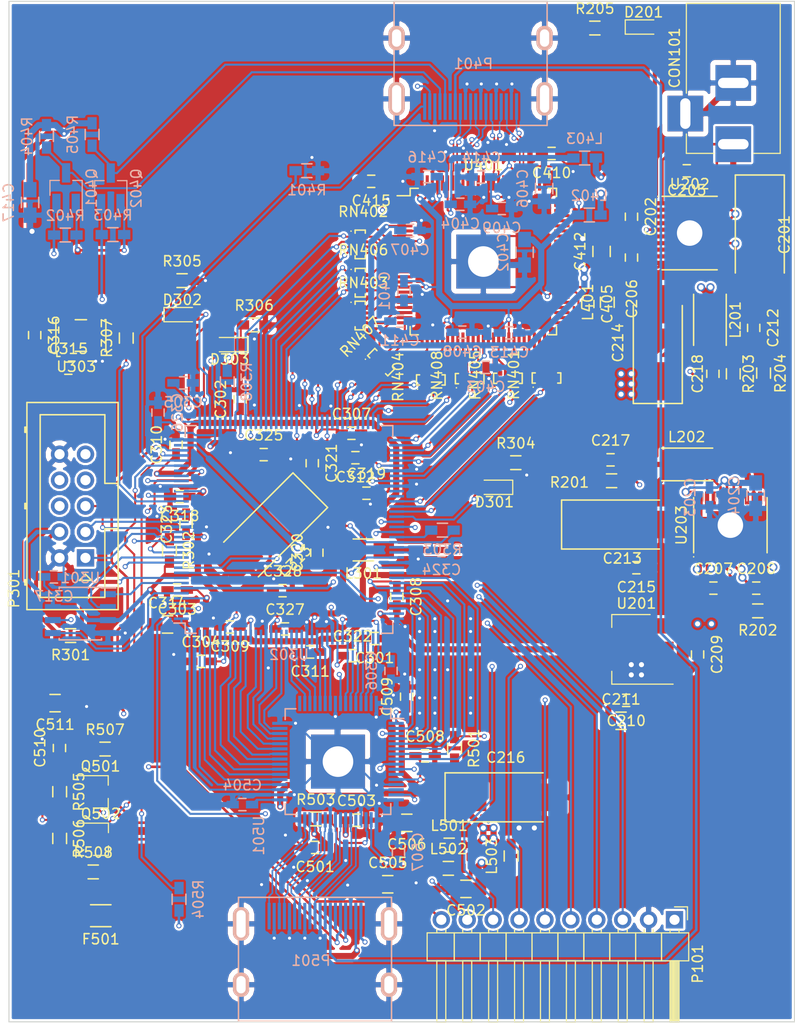
<source format=kicad_pcb>
(kicad_pcb (version 20160815) (host pcbnew "(2017-01-20 revision 2de913797)-master")

  (general
    (links 518)
    (no_connects 0)
    (area 12.0625 12.784999 90.5425 113.375001)
    (thickness 1.6)
    (drawings 4)
    (tracks 2661)
    (zones 0)
    (modules 138)
    (nets 216)
  )

  (page A4)
  (layers
    (0 F.Cu signal)
    (1 In1.Cu signal)
    (2 In2.Cu signal)
    (31 B.Cu signal)
    (32 B.Adhes user)
    (33 F.Adhes user)
    (34 B.Paste user)
    (35 F.Paste user)
    (36 B.SilkS user)
    (37 F.SilkS user)
    (38 B.Mask user)
    (39 F.Mask user)
    (40 Dwgs.User user)
    (41 Cmts.User user)
    (42 Eco1.User user)
    (43 Eco2.User user)
    (44 Edge.Cuts user)
    (45 Margin user)
    (46 B.CrtYd user)
    (47 F.CrtYd user)
    (48 B.Fab user hide)
    (49 F.Fab user hide)
  )

  (setup
    (last_trace_width 0.2)
    (user_trace_width 0.16)
    (user_trace_width 0.25)
    (user_trace_width 0.4)
    (user_trace_width 0.6)
    (user_trace_width 1.5)
    (trace_clearance 0.15)
    (zone_clearance 0.22)
    (zone_45_only no)
    (trace_min 0.155)
    (segment_width 0.2)
    (edge_width 0.1)
    (via_size 0.5)
    (via_drill 0.3)
    (via_min_size 0.5)
    (via_min_drill 0.3)
    (user_via 0.5 0.3)
    (user_via 0.8 0.5)
    (user_via 2.8 2.5)
    (uvia_size 0.3)
    (uvia_drill 0.1)
    (uvias_allowed no)
    (uvia_min_size 0.2)
    (uvia_min_drill 0.1)
    (pcb_text_width 0.3)
    (pcb_text_size 1.5 1.5)
    (mod_edge_width 0.15)
    (mod_text_size 1 1)
    (mod_text_width 0.15)
    (pad_size 1.5 1.5)
    (pad_drill 0.6)
    (pad_to_mask_clearance 0.2)
    (solder_mask_min_width 0.16)
    (aux_axis_origin 0 0)
    (visible_elements FFFFFF7F)
    (pcbplotparams
      (layerselection 0x00030_ffffffff)
      (usegerberextensions false)
      (excludeedgelayer true)
      (linewidth 0.100000)
      (plotframeref false)
      (viasonmask false)
      (mode 1)
      (useauxorigin false)
      (hpglpennumber 1)
      (hpglpenspeed 20)
      (hpglpendiameter 15)
      (psnegative false)
      (psa4output false)
      (plotreference true)
      (plotvalue true)
      (plotinvisibletext false)
      (padsonsilk false)
      (subtractmaskfromsilk false)
      (outputformat 1)
      (mirror false)
      (drillshape 1)
      (scaleselection 1)
      (outputdirectory ""))
  )

  (net 0 "")
  (net 1 GND)
  (net 2 /power/VIN)
  (net 3 +2V5)
  (net 4 +3V3)
  (net 5 +1V2)
  (net 6 "Net-(C217-Pad2)")
  (net 7 "Net-(C218-Pad2)")
  (net 8 +V_IO)
  (net 9 /dvi_in/PVDD)
  (net 10 /dvi_in/DVDD)
  (net 11 /dvi_in/AVDD)
  (net 12 +5V)
  (net 13 /dvi_out/TVDD)
  (net 14 /dvi_out/DVDD)
  (net 15 /dvi_out/PVDD)
  (net 16 "Net-(D201-Pad1)")
  (net 17 "Net-(D301-Pad1)")
  (net 18 "Net-(D301-Pad2)")
  (net 19 "Net-(D302-Pad2)")
  (net 20 "Net-(D302-Pad1)")
  (net 21 "Net-(D303-Pad1)")
  (net 22 "Net-(D303-Pad2)")
  (net 23 "Net-(F501-Pad1)")
  (net 24 /GPIO7)
  (net 25 /GPIO6)
  (net 26 /GPIO5)
  (net 27 /GPIO4)
  (net 28 /GPIO3)
  (net 29 /GPIO2)
  (net 30 /GPIO1)
  (net 31 /GPIO0)
  (net 32 "Net-(P301-Pad9)")
  (net 33 "Net-(P301-Pad8)")
  (net 34 "Net-(P301-Pad7)")
  (net 35 "Net-(P301-Pad6)")
  (net 36 "Net-(P301-Pad5)")
  (net 37 "Net-(P301-Pad3)")
  (net 38 "Net-(P301-Pad1)")
  (net 39 /dvi_in/DDCDAT_)
  (net 40 /dvi_in/DDCDAT_IN)
  (net 41 /dvi_in/DDCCLK_IN)
  (net 42 /dvi_in/DDCCLK_)
  (net 43 /dvi_out/DDCDAT_)
  (net 44 /dvi_out/DDCDAT)
  (net 45 /dvi_out/DDCCLK)
  (net 46 /dvi_out/DDCCLK_)
  (net 47 "Net-(R301-Pad1)")
  (net 48 "Net-(R302-Pad1)")
  (net 49 "Net-(R303-Pad1)")
  (net 50 "Net-(R307-Pad2)")
  (net 51 /fpga/CLK50)
  (net 52 /dvi_out/TXCLK+)
  (net 53 "Net-(R308-Pad1)")
  (net 54 /dvi_in/HOTPLUG)
  (net 55 "Net-(R501-Pad1)")
  (net 56 /dvi_out/MSEN)
  (net 57 "Net-(R503-Pad2)")
  (net 58 /dvi_out/HOTPLUG)
  (net 59 /dvi_out/VSYNC)
  (net 60 /dvi_out/HSYNC)
  (net 61 /dvi_out/DE)
  (net 62 /dvi_out/CTL3)
  (net 63 /dvi_out/CTL2)
  (net 64 /dvi_out/CTL1)
  (net 65 "Net-(RN401-Pad7)")
  (net 66 "Net-(RN401-Pad6)")
  (net 67 "Net-(RN401-Pad5)")
  (net 68 "Net-(RN401-Pad8)")
  (net 69 "Net-(RN401-Pad4)")
  (net 70 /dvi_in/HSYNC)
  (net 71 /dvi_in/VSYNC)
  (net 72 /dvi_in/DE)
  (net 73 "Net-(RN402-Pad7)")
  (net 74 "Net-(RN402-Pad6)")
  (net 75 "Net-(RN402-Pad5)")
  (net 76 "Net-(RN402-Pad8)")
  (net 77 /dvi_in/DATI3)
  (net 78 /dvi_in/DATI2)
  (net 79 /dvi_in/DATI1)
  (net 80 /dvi_in/DATI0)
  (net 81 "Net-(RN403-Pad7)")
  (net 82 "Net-(RN403-Pad6)")
  (net 83 "Net-(RN403-Pad5)")
  (net 84 "Net-(RN403-Pad8)")
  (net 85 /dvi_in/DATI11)
  (net 86 /dvi_in/DATI10)
  (net 87 /dvi_in/DATI9)
  (net 88 /dvi_in/DATI8)
  (net 89 "Net-(RN404-Pad7)")
  (net 90 "Net-(RN404-Pad6)")
  (net 91 "Net-(RN404-Pad5)")
  (net 92 "Net-(RN404-Pad8)")
  (net 93 /dvi_in/DATI19)
  (net 94 /dvi_in/DATI18)
  (net 95 /dvi_in/DATI17)
  (net 96 /dvi_in/DATI16)
  (net 97 /dvi_in/CTL1)
  (net 98 /dvi_in/CTL2)
  (net 99 /dvi_in/CTL3)
  (net 100 /fpga/CLKIN)
  (net 101 "Net-(RN405-Pad8)")
  (net 102 "Net-(RN405-Pad5)")
  (net 103 "Net-(RN405-Pad6)")
  (net 104 "Net-(RN405-Pad7)")
  (net 105 /dvi_in/DATI4)
  (net 106 /dvi_in/DATI5)
  (net 107 /dvi_in/DATI6)
  (net 108 /dvi_in/DATI7)
  (net 109 "Net-(RN406-Pad8)")
  (net 110 "Net-(RN406-Pad5)")
  (net 111 "Net-(RN406-Pad6)")
  (net 112 "Net-(RN406-Pad7)")
  (net 113 /dvi_in/DATI12)
  (net 114 /dvi_in/DATI13)
  (net 115 /dvi_in/DATI14)
  (net 116 /dvi_in/DATI15)
  (net 117 "Net-(RN407-Pad8)")
  (net 118 "Net-(RN407-Pad5)")
  (net 119 "Net-(RN407-Pad6)")
  (net 120 "Net-(RN407-Pad7)")
  (net 121 /dvi_in/DATI20)
  (net 122 /dvi_in/DATI21)
  (net 123 /dvi_in/DATI22)
  (net 124 /dvi_in/DATI23)
  (net 125 "Net-(RN408-Pad8)")
  (net 126 "Net-(RN408-Pad5)")
  (net 127 "Net-(RN408-Pad6)")
  (net 128 "Net-(RN408-Pad7)")
  (net 129 "Net-(U202-Pad3)")
  (net 130 "Net-(L201-Pad1)")
  (net 131 "Net-(L202-Pad1)")
  (net 132 "Net-(U203-Pad3)")
  (net 133 /fpga/DCLK)
  (net 134 /fpga/ASDI)
  (net 135 /fpga/DATA)
  (net 136 /fpga/nCS)
  (net 137 /dvi_out/DATO23)
  (net 138 /dvi_out/DATO22)
  (net 139 /dvi_out/DATO21)
  (net 140 /dvi_out/DATO20)
  (net 141 /dvi_out/DATO19)
  (net 142 /dvi_out/DATO18)
  (net 143 /dvi_out/DATO17)
  (net 144 /dvi_out/DATO16)
  (net 145 /dvi_out/DATO15)
  (net 146 /dvi_out/DATO14)
  (net 147 /dvi_out/DATO13)
  (net 148 /dvi_out/DATO12)
  (net 149 "Net-(U302-Pad127)")
  (net 150 /dvi_out/DATO11)
  (net 151 /dvi_out/DATO10)
  (net 152 /dvi_out/DATO9)
  (net 153 /dvi_out/DATO8)
  (net 154 /dvi_out/DATO7)
  (net 155 /dvi_out/DATO6)
  (net 156 /dvi_out/DATO5)
  (net 157 /dvi_out/DATO4)
  (net 158 /dvi_out/DATO3)
  (net 159 /dvi_out/DATO2)
  (net 160 /dvi_out/DATO1)
  (net 161 /dvi_out/DATO0)
  (net 162 "Net-(U302-Pad99)")
  (net 163 "Net-(U302-Pad84)")
  (net 164 "Net-(U302-Pad83)")
  (net 165 /dvi_in/LINK_ACT)
  (net 166 /dvi_in/PDOWN)
  (net 167 /dvi_out/EDGE)
  (net 168 /dvi_out/DKEN)
  (net 169 "Net-(U303-Pad1)")
  (net 170 "Net-(U401-Pad96)")
  (net 171 "Net-(U401-Pad77)")
  (net 172 "Net-(U401-Pad75)")
  (net 173 "Net-(U401-Pad74)")
  (net 174 "Net-(U401-Pad73)")
  (net 175 "Net-(U401-Pad72)")
  (net 176 "Net-(U401-Pad71)")
  (net 177 "Net-(U401-Pad70)")
  (net 178 "Net-(U401-Pad69)")
  (net 179 "Net-(U401-Pad66)")
  (net 180 "Net-(U401-Pad65)")
  (net 181 "Net-(U401-Pad64)")
  (net 182 "Net-(U401-Pad63)")
  (net 183 "Net-(U401-Pad62)")
  (net 184 "Net-(U401-Pad61)")
  (net 185 "Net-(U401-Pad60)")
  (net 186 "Net-(U401-Pad59)")
  (net 187 "Net-(U401-Pad56)")
  (net 188 "Net-(U401-Pad55)")
  (net 189 "Net-(U401-Pad54)")
  (net 190 "Net-(U401-Pad53)")
  (net 191 "Net-(U401-Pad52)")
  (net 192 "Net-(U401-Pad51)")
  (net 193 "Net-(U401-Pad50)")
  (net 194 "Net-(U401-Pad49)")
  (net 195 /dvi_out/TXC-)
  (net 196 /dvi_out/TXC+)
  (net 197 /dvi_out/TX0-)
  (net 198 /dvi_out/TX0+)
  (net 199 /dvi_out/TX1-)
  (net 200 /dvi_out/TX1+)
  (net 201 /dvi_out/TX2-)
  (net 202 /dvi_out/TX2+)
  (net 203 "Net-(U501-Pad49)")
  (net 204 "Net-(P401-Pad14)")
  (net 205 /dvi_in/CEC)
  (net 206 /dvi_in/RXC-)
  (net 207 /dvi_in/RX2+)
  (net 208 /dvi_in/RX2-)
  (net 209 /dvi_in/RX1+)
  (net 210 /dvi_in/RX1-)
  (net 211 /dvi_in/RX0+)
  (net 212 /dvi_in/RX0-)
  (net 213 /dvi_in/RXC+)
  (net 214 "Net-(P501-Pad14)")
  (net 215 "Net-(P501-Pad19)")

  (net_class Default "This is the default net class."
    (clearance 0.15)
    (trace_width 0.2)
    (via_dia 0.5)
    (via_drill 0.3)
    (uvia_dia 0.3)
    (uvia_drill 0.1)
    (diff_pair_gap 0.2)
    (diff_pair_width 0.16)
    (add_net +1V2)
    (add_net +2V5)
    (add_net +3V3)
    (add_net +5V)
    (add_net +V_IO)
    (add_net /GPIO0)
    (add_net /GPIO1)
    (add_net /GPIO2)
    (add_net /GPIO3)
    (add_net /GPIO4)
    (add_net /GPIO5)
    (add_net /GPIO6)
    (add_net /GPIO7)
    (add_net /dvi_in/AVDD)
    (add_net /dvi_in/CEC)
    (add_net /dvi_in/CTL1)
    (add_net /dvi_in/CTL2)
    (add_net /dvi_in/CTL3)
    (add_net /dvi_in/DATI0)
    (add_net /dvi_in/DATI1)
    (add_net /dvi_in/DATI10)
    (add_net /dvi_in/DATI11)
    (add_net /dvi_in/DATI12)
    (add_net /dvi_in/DATI13)
    (add_net /dvi_in/DATI14)
    (add_net /dvi_in/DATI15)
    (add_net /dvi_in/DATI16)
    (add_net /dvi_in/DATI17)
    (add_net /dvi_in/DATI18)
    (add_net /dvi_in/DATI19)
    (add_net /dvi_in/DATI2)
    (add_net /dvi_in/DATI20)
    (add_net /dvi_in/DATI21)
    (add_net /dvi_in/DATI22)
    (add_net /dvi_in/DATI23)
    (add_net /dvi_in/DATI3)
    (add_net /dvi_in/DATI4)
    (add_net /dvi_in/DATI5)
    (add_net /dvi_in/DATI6)
    (add_net /dvi_in/DATI7)
    (add_net /dvi_in/DATI8)
    (add_net /dvi_in/DATI9)
    (add_net /dvi_in/DDCCLK_)
    (add_net /dvi_in/DDCCLK_IN)
    (add_net /dvi_in/DDCDAT_)
    (add_net /dvi_in/DDCDAT_IN)
    (add_net /dvi_in/DE)
    (add_net /dvi_in/DVDD)
    (add_net /dvi_in/HOTPLUG)
    (add_net /dvi_in/HSYNC)
    (add_net /dvi_in/LINK_ACT)
    (add_net /dvi_in/PDOWN)
    (add_net /dvi_in/PVDD)
    (add_net /dvi_in/RX0+)
    (add_net /dvi_in/RX0-)
    (add_net /dvi_in/RX1+)
    (add_net /dvi_in/RX1-)
    (add_net /dvi_in/RX2+)
    (add_net /dvi_in/RX2-)
    (add_net /dvi_in/RXC+)
    (add_net /dvi_in/RXC-)
    (add_net /dvi_in/VSYNC)
    (add_net /dvi_out/CTL1)
    (add_net /dvi_out/CTL2)
    (add_net /dvi_out/CTL3)
    (add_net /dvi_out/DATO0)
    (add_net /dvi_out/DATO1)
    (add_net /dvi_out/DATO10)
    (add_net /dvi_out/DATO11)
    (add_net /dvi_out/DATO12)
    (add_net /dvi_out/DATO13)
    (add_net /dvi_out/DATO14)
    (add_net /dvi_out/DATO15)
    (add_net /dvi_out/DATO16)
    (add_net /dvi_out/DATO17)
    (add_net /dvi_out/DATO18)
    (add_net /dvi_out/DATO19)
    (add_net /dvi_out/DATO2)
    (add_net /dvi_out/DATO20)
    (add_net /dvi_out/DATO21)
    (add_net /dvi_out/DATO22)
    (add_net /dvi_out/DATO23)
    (add_net /dvi_out/DATO3)
    (add_net /dvi_out/DATO4)
    (add_net /dvi_out/DATO5)
    (add_net /dvi_out/DATO6)
    (add_net /dvi_out/DATO7)
    (add_net /dvi_out/DATO8)
    (add_net /dvi_out/DATO9)
    (add_net /dvi_out/DDCCLK)
    (add_net /dvi_out/DDCCLK_)
    (add_net /dvi_out/DDCDAT)
    (add_net /dvi_out/DDCDAT_)
    (add_net /dvi_out/DE)
    (add_net /dvi_out/DKEN)
    (add_net /dvi_out/DVDD)
    (add_net /dvi_out/EDGE)
    (add_net /dvi_out/HOTPLUG)
    (add_net /dvi_out/HSYNC)
    (add_net /dvi_out/MSEN)
    (add_net /dvi_out/PVDD)
    (add_net /dvi_out/TVDD)
    (add_net /dvi_out/TX0+)
    (add_net /dvi_out/TX0-)
    (add_net /dvi_out/TX1+)
    (add_net /dvi_out/TX1-)
    (add_net /dvi_out/TX2+)
    (add_net /dvi_out/TX2-)
    (add_net /dvi_out/TXC+)
    (add_net /dvi_out/TXC-)
    (add_net /dvi_out/TXCLK+)
    (add_net /dvi_out/VSYNC)
    (add_net /fpga/ASDI)
    (add_net /fpga/CLK50)
    (add_net /fpga/CLKIN)
    (add_net /fpga/DATA)
    (add_net /fpga/DCLK)
    (add_net /fpga/nCS)
    (add_net /power/VIN)
    (add_net GND)
    (add_net "Net-(C217-Pad2)")
    (add_net "Net-(C218-Pad2)")
    (add_net "Net-(D201-Pad1)")
    (add_net "Net-(D301-Pad1)")
    (add_net "Net-(D301-Pad2)")
    (add_net "Net-(D302-Pad1)")
    (add_net "Net-(D302-Pad2)")
    (add_net "Net-(D303-Pad1)")
    (add_net "Net-(D303-Pad2)")
    (add_net "Net-(F501-Pad1)")
    (add_net "Net-(L201-Pad1)")
    (add_net "Net-(L202-Pad1)")
    (add_net "Net-(P301-Pad1)")
    (add_net "Net-(P301-Pad3)")
    (add_net "Net-(P301-Pad5)")
    (add_net "Net-(P301-Pad6)")
    (add_net "Net-(P301-Pad7)")
    (add_net "Net-(P301-Pad8)")
    (add_net "Net-(P301-Pad9)")
    (add_net "Net-(P401-Pad14)")
    (add_net "Net-(P501-Pad14)")
    (add_net "Net-(P501-Pad19)")
    (add_net "Net-(R301-Pad1)")
    (add_net "Net-(R302-Pad1)")
    (add_net "Net-(R303-Pad1)")
    (add_net "Net-(R307-Pad2)")
    (add_net "Net-(R308-Pad1)")
    (add_net "Net-(R501-Pad1)")
    (add_net "Net-(R503-Pad2)")
    (add_net "Net-(RN401-Pad4)")
    (add_net "Net-(RN401-Pad5)")
    (add_net "Net-(RN401-Pad6)")
    (add_net "Net-(RN401-Pad7)")
    (add_net "Net-(RN401-Pad8)")
    (add_net "Net-(RN402-Pad5)")
    (add_net "Net-(RN402-Pad6)")
    (add_net "Net-(RN402-Pad7)")
    (add_net "Net-(RN402-Pad8)")
    (add_net "Net-(RN403-Pad5)")
    (add_net "Net-(RN403-Pad6)")
    (add_net "Net-(RN403-Pad7)")
    (add_net "Net-(RN403-Pad8)")
    (add_net "Net-(RN404-Pad5)")
    (add_net "Net-(RN404-Pad6)")
    (add_net "Net-(RN404-Pad7)")
    (add_net "Net-(RN404-Pad8)")
    (add_net "Net-(RN405-Pad5)")
    (add_net "Net-(RN405-Pad6)")
    (add_net "Net-(RN405-Pad7)")
    (add_net "Net-(RN405-Pad8)")
    (add_net "Net-(RN406-Pad5)")
    (add_net "Net-(RN406-Pad6)")
    (add_net "Net-(RN406-Pad7)")
    (add_net "Net-(RN406-Pad8)")
    (add_net "Net-(RN407-Pad5)")
    (add_net "Net-(RN407-Pad6)")
    (add_net "Net-(RN407-Pad7)")
    (add_net "Net-(RN407-Pad8)")
    (add_net "Net-(RN408-Pad5)")
    (add_net "Net-(RN408-Pad6)")
    (add_net "Net-(RN408-Pad7)")
    (add_net "Net-(RN408-Pad8)")
    (add_net "Net-(U202-Pad3)")
    (add_net "Net-(U203-Pad3)")
    (add_net "Net-(U302-Pad127)")
    (add_net "Net-(U302-Pad83)")
    (add_net "Net-(U302-Pad84)")
    (add_net "Net-(U302-Pad99)")
    (add_net "Net-(U303-Pad1)")
    (add_net "Net-(U401-Pad49)")
    (add_net "Net-(U401-Pad50)")
    (add_net "Net-(U401-Pad51)")
    (add_net "Net-(U401-Pad52)")
    (add_net "Net-(U401-Pad53)")
    (add_net "Net-(U401-Pad54)")
    (add_net "Net-(U401-Pad55)")
    (add_net "Net-(U401-Pad56)")
    (add_net "Net-(U401-Pad59)")
    (add_net "Net-(U401-Pad60)")
    (add_net "Net-(U401-Pad61)")
    (add_net "Net-(U401-Pad62)")
    (add_net "Net-(U401-Pad63)")
    (add_net "Net-(U401-Pad64)")
    (add_net "Net-(U401-Pad65)")
    (add_net "Net-(U401-Pad66)")
    (add_net "Net-(U401-Pad69)")
    (add_net "Net-(U401-Pad70)")
    (add_net "Net-(U401-Pad71)")
    (add_net "Net-(U401-Pad72)")
    (add_net "Net-(U401-Pad73)")
    (add_net "Net-(U401-Pad74)")
    (add_net "Net-(U401-Pad75)")
    (add_net "Net-(U401-Pad77)")
    (add_net "Net-(U401-Pad96)")
    (add_net "Net-(U501-Pad49)")
  )

  (module Inductors:Inductor_Taiyo-Yuden_NR-30xx_HandSoldering (layer F.Cu) (tedit 574C3AE3) (tstamp 587BC89E)
    (at 79.48 58.38 180)
    (descr "Inductor, Taiyo Yuden, NR series, Taiyo-Yuden_NR-30xx, 3.0mmx3.0mm")
    (tags "inductor taiyo-yuden nr smd")
    (path /5839A46D/587999C1)
    (attr smd)
    (fp_text reference L202 (at 0.05 2.69 180) (layer F.SilkS)
      (effects (font (size 1 1) (thickness 0.15)))
    )
    (fp_text value 490nH-1uH (at 0 3 180) (layer F.Fab)
      (effects (font (size 1 1) (thickness 0.15)))
    )
    (fp_line (start -1.5 0) (end -1.5 -0.95) (layer F.Fab) (width 0.15))
    (fp_line (start -1.5 -0.95) (end -0.95 -1.5) (layer F.Fab) (width 0.15))
    (fp_line (start -0.95 -1.5) (end 0 -1.5) (layer F.Fab) (width 0.15))
    (fp_line (start 1.5 0) (end 1.5 -0.95) (layer F.Fab) (width 0.15))
    (fp_line (start 1.5 -0.95) (end 0.95 -1.5) (layer F.Fab) (width 0.15))
    (fp_line (start 0.95 -1.5) (end 0 -1.5) (layer F.Fab) (width 0.15))
    (fp_line (start 1.5 0) (end 1.5 0.95) (layer F.Fab) (width 0.15))
    (fp_line (start 1.5 0.95) (end 0.95 1.5) (layer F.Fab) (width 0.15))
    (fp_line (start 0.95 1.5) (end 0 1.5) (layer F.Fab) (width 0.15))
    (fp_line (start -1.5 0) (end -1.5 0.95) (layer F.Fab) (width 0.15))
    (fp_line (start -1.5 0.95) (end -0.95 1.5) (layer F.Fab) (width 0.15))
    (fp_line (start -0.95 1.5) (end 0 1.5) (layer F.Fab) (width 0.15))
    (fp_line (start -2.5 -1.6) (end 2.5 -1.6) (layer F.SilkS) (width 0.15))
    (fp_line (start -2.5 1.6) (end 2.5 1.6) (layer F.SilkS) (width 0.15))
    (fp_line (start -2.75 -1.8) (end -2.75 1.8) (layer F.CrtYd) (width 0.05))
    (fp_line (start -2.75 1.8) (end 2.75 1.8) (layer F.CrtYd) (width 0.05))
    (fp_line (start 2.75 1.8) (end 2.75 -1.8) (layer F.CrtYd) (width 0.05))
    (fp_line (start 2.75 -1.8) (end -2.75 -1.8) (layer F.CrtYd) (width 0.05))
    (pad 1 smd rect (at -1.6 0 180) (size 1.8 2.9) (layers F.Cu F.Paste F.Mask)
      (net 131 "Net-(L202-Pad1)"))
    (pad 2 smd rect (at 1.6 0 180) (size 1.8 2.9) (layers F.Cu F.Paste F.Mask)
      (net 5 +1V2))
    (model Inductors.3dshapes/Inductor_Taiyo-Yuden_NR-30xx.wrl
      (at (xyz 0 0 0))
      (scale (xyz 1 1 1))
      (rotate (xyz 0 0 0))
    )
  )

  (module Capacitors_Tantalum_SMD:Tantalum_Case-D_EIA-7343-31_Hand (layer F.Cu) (tedit 57B6E980) (tstamp 58797C0F)
    (at 86.6 35.97 270)
    (descr "Tantalum capacitor, Case D, EIA 7343-31, 7.3x4.3x2.8mm, Hand soldering footprint")
    (tags "capacitor tantalum smd")
    (path /5839A46D/58797306)
    (attr smd)
    (fp_text reference C201 (at -0.11 -2.41 270) (layer F.SilkS)
      (effects (font (size 1 1) (thickness 0.15)))
    )
    (fp_text value 100u (at 0 3.9 270) (layer F.Fab)
      (effects (font (size 1 1) (thickness 0.15)))
    )
    (fp_line (start -5.95 -2.4) (end -5.95 2.4) (layer F.SilkS) (width 0.15))
    (fp_line (start -5.95 2.4) (end 3.65 2.4) (layer F.SilkS) (width 0.15))
    (fp_line (start -5.95 -2.4) (end 3.65 -2.4) (layer F.SilkS) (width 0.15))
    (fp_line (start -2.555 -2.15) (end -2.555 2.15) (layer F.Fab) (width 0.15))
    (fp_line (start -2.92 -2.15) (end -2.92 2.15) (layer F.Fab) (width 0.15))
    (fp_line (start 3.65 -2.15) (end -3.65 -2.15) (layer F.Fab) (width 0.15))
    (fp_line (start 3.65 2.15) (end 3.65 -2.15) (layer F.Fab) (width 0.15))
    (fp_line (start -3.65 2.15) (end 3.65 2.15) (layer F.Fab) (width 0.15))
    (fp_line (start -3.65 -2.15) (end -3.65 2.15) (layer F.Fab) (width 0.15))
    (fp_line (start 6.05 -2.5) (end -6.05 -2.5) (layer F.CrtYd) (width 0.05))
    (fp_line (start 6.05 2.5) (end 6.05 -2.5) (layer F.CrtYd) (width 0.05))
    (fp_line (start -6.05 2.5) (end 6.05 2.5) (layer F.CrtYd) (width 0.05))
    (fp_line (start -6.05 -2.5) (end -6.05 2.5) (layer F.CrtYd) (width 0.05))
    (pad 2 smd rect (at 3.775 0 270) (size 3.75 2.7) (layers F.Cu F.Paste F.Mask)
      (net 1 GND))
    (pad 1 smd rect (at -3.775 0 270) (size 3.75 2.7) (layers F.Cu F.Paste F.Mask)
      (net 2 /power/VIN))
    (model Capacitors_Tantalum_SMD.3dshapes/Tantalum_Case-D_EIA-7343-31.wrl
      (at (xyz 0 0 0))
      (scale (xyz 1 1 1))
      (rotate (xyz 0 0 0))
    )
  )

  (module Capacitors_SMD:C_0603_HandSoldering (layer F.Cu) (tedit 541A9B4D) (tstamp 58797C1F)
    (at 74.02 34.11 270)
    (descr "Capacitor SMD 0603, hand soldering")
    (tags "capacitor 0603")
    (path /5839A46D/5879A330)
    (attr smd)
    (fp_text reference C202 (at 0 -1.9 270) (layer F.SilkS)
      (effects (font (size 1 1) (thickness 0.15)))
    )
    (fp_text value 100n (at 0 1.9 270) (layer F.Fab)
      (effects (font (size 1 1) (thickness 0.15)))
    )
    (fp_line (start -0.8 0.4) (end -0.8 -0.4) (layer F.Fab) (width 0.15))
    (fp_line (start 0.8 0.4) (end -0.8 0.4) (layer F.Fab) (width 0.15))
    (fp_line (start 0.8 -0.4) (end 0.8 0.4) (layer F.Fab) (width 0.15))
    (fp_line (start -0.8 -0.4) (end 0.8 -0.4) (layer F.Fab) (width 0.15))
    (fp_line (start -1.85 -0.75) (end 1.85 -0.75) (layer F.CrtYd) (width 0.05))
    (fp_line (start -1.85 0.75) (end 1.85 0.75) (layer F.CrtYd) (width 0.05))
    (fp_line (start -1.85 -0.75) (end -1.85 0.75) (layer F.CrtYd) (width 0.05))
    (fp_line (start 1.85 -0.75) (end 1.85 0.75) (layer F.CrtYd) (width 0.05))
    (fp_line (start -0.35 -0.6) (end 0.35 -0.6) (layer F.SilkS) (width 0.15))
    (fp_line (start 0.35 0.6) (end -0.35 0.6) (layer F.SilkS) (width 0.15))
    (pad 1 smd rect (at -0.95 0 270) (size 1.2 0.75) (layers F.Cu F.Paste F.Mask)
      (net 2 /power/VIN))
    (pad 2 smd rect (at 0.95 0 270) (size 1.2 0.75) (layers F.Cu F.Paste F.Mask)
      (net 1 GND))
    (model Capacitors_SMD.3dshapes/C_0603_HandSoldering.wrl
      (at (xyz 0 0 0))
      (scale (xyz 1 1 1))
      (rotate (xyz 0 0 0))
    )
  )

  (module Capacitors_SMD:C_0603_HandSoldering (layer B.Cu) (tedit 541A9B4D) (tstamp 58797C2F)
    (at 81.67 61.6 270)
    (descr "Capacitor SMD 0603, hand soldering")
    (tags "capacitor 0603")
    (path /5839A46D/58797543)
    (attr smd)
    (fp_text reference C203 (at 0 1.9 270) (layer B.SilkS)
      (effects (font (size 1 1) (thickness 0.15)) (justify mirror))
    )
    (fp_text value 100n (at 0 -1.9 270) (layer B.Fab)
      (effects (font (size 1 1) (thickness 0.15)) (justify mirror))
    )
    (fp_line (start 0.35 -0.6) (end -0.35 -0.6) (layer B.SilkS) (width 0.15))
    (fp_line (start -0.35 0.6) (end 0.35 0.6) (layer B.SilkS) (width 0.15))
    (fp_line (start 1.85 0.75) (end 1.85 -0.75) (layer B.CrtYd) (width 0.05))
    (fp_line (start -1.85 0.75) (end -1.85 -0.75) (layer B.CrtYd) (width 0.05))
    (fp_line (start -1.85 -0.75) (end 1.85 -0.75) (layer B.CrtYd) (width 0.05))
    (fp_line (start -1.85 0.75) (end 1.85 0.75) (layer B.CrtYd) (width 0.05))
    (fp_line (start -0.8 0.4) (end 0.8 0.4) (layer B.Fab) (width 0.15))
    (fp_line (start 0.8 0.4) (end 0.8 -0.4) (layer B.Fab) (width 0.15))
    (fp_line (start 0.8 -0.4) (end -0.8 -0.4) (layer B.Fab) (width 0.15))
    (fp_line (start -0.8 -0.4) (end -0.8 0.4) (layer B.Fab) (width 0.15))
    (pad 2 smd rect (at 0.95 0 270) (size 1.2 0.75) (layers B.Cu B.Paste B.Mask)
      (net 1 GND))
    (pad 1 smd rect (at -0.95 0 270) (size 1.2 0.75) (layers B.Cu B.Paste B.Mask)
      (net 2 /power/VIN))
    (model Capacitors_SMD.3dshapes/C_0603_HandSoldering.wrl
      (at (xyz 0 0 0))
      (scale (xyz 1 1 1))
      (rotate (xyz 0 0 0))
    )
  )

  (module Capacitors_SMD:C_0805_HandSoldering (layer B.Cu) (tedit 541A9B8D) (tstamp 58797C3F)
    (at 86.19 61.44 270)
    (descr "Capacitor SMD 0805, hand soldering")
    (tags "capacitor 0805")
    (path /5839A46D/58797422)
    (attr smd)
    (fp_text reference C204 (at 0 2.1 270) (layer B.SilkS)
      (effects (font (size 1 1) (thickness 0.15)) (justify mirror))
    )
    (fp_text value 10u (at 0 -2.1 270) (layer B.Fab)
      (effects (font (size 1 1) (thickness 0.15)) (justify mirror))
    )
    (fp_line (start -1 -0.625) (end -1 0.625) (layer B.Fab) (width 0.15))
    (fp_line (start 1 -0.625) (end -1 -0.625) (layer B.Fab) (width 0.15))
    (fp_line (start 1 0.625) (end 1 -0.625) (layer B.Fab) (width 0.15))
    (fp_line (start -1 0.625) (end 1 0.625) (layer B.Fab) (width 0.15))
    (fp_line (start -2.3 1) (end 2.3 1) (layer B.CrtYd) (width 0.05))
    (fp_line (start -2.3 -1) (end 2.3 -1) (layer B.CrtYd) (width 0.05))
    (fp_line (start -2.3 1) (end -2.3 -1) (layer B.CrtYd) (width 0.05))
    (fp_line (start 2.3 1) (end 2.3 -1) (layer B.CrtYd) (width 0.05))
    (fp_line (start 0.5 0.85) (end -0.5 0.85) (layer B.SilkS) (width 0.15))
    (fp_line (start -0.5 -0.85) (end 0.5 -0.85) (layer B.SilkS) (width 0.15))
    (pad 1 smd rect (at -1.25 0 270) (size 1.5 1.25) (layers B.Cu B.Paste B.Mask)
      (net 2 /power/VIN))
    (pad 2 smd rect (at 1.25 0 270) (size 1.5 1.25) (layers B.Cu B.Paste B.Mask)
      (net 1 GND))
    (model Capacitors_SMD.3dshapes/C_0805_HandSoldering.wrl
      (at (xyz 0 0 0))
      (scale (xyz 1 1 1))
      (rotate (xyz 0 0 0))
    )
  )

  (module Capacitors_SMD:C_0603_HandSoldering (layer F.Cu) (tedit 541A9B4D) (tstamp 58797C4F)
    (at 79.44 29.61 180)
    (descr "Capacitor SMD 0603, hand soldering")
    (tags "capacitor 0603")
    (path /5839A46D/5879A32A)
    (attr smd)
    (fp_text reference C205 (at 0 -1.9 180) (layer F.SilkS)
      (effects (font (size 1 1) (thickness 0.15)))
    )
    (fp_text value 100n (at 0 1.9 180) (layer F.Fab)
      (effects (font (size 1 1) (thickness 0.15)))
    )
    (fp_line (start 0.35 0.6) (end -0.35 0.6) (layer F.SilkS) (width 0.15))
    (fp_line (start -0.35 -0.6) (end 0.35 -0.6) (layer F.SilkS) (width 0.15))
    (fp_line (start 1.85 -0.75) (end 1.85 0.75) (layer F.CrtYd) (width 0.05))
    (fp_line (start -1.85 -0.75) (end -1.85 0.75) (layer F.CrtYd) (width 0.05))
    (fp_line (start -1.85 0.75) (end 1.85 0.75) (layer F.CrtYd) (width 0.05))
    (fp_line (start -1.85 -0.75) (end 1.85 -0.75) (layer F.CrtYd) (width 0.05))
    (fp_line (start -0.8 -0.4) (end 0.8 -0.4) (layer F.Fab) (width 0.15))
    (fp_line (start 0.8 -0.4) (end 0.8 0.4) (layer F.Fab) (width 0.15))
    (fp_line (start 0.8 0.4) (end -0.8 0.4) (layer F.Fab) (width 0.15))
    (fp_line (start -0.8 0.4) (end -0.8 -0.4) (layer F.Fab) (width 0.15))
    (pad 2 smd rect (at 0.95 0 180) (size 1.2 0.75) (layers F.Cu F.Paste F.Mask)
      (net 1 GND))
    (pad 1 smd rect (at -0.95 0 180) (size 1.2 0.75) (layers F.Cu F.Paste F.Mask)
      (net 2 /power/VIN))
    (model Capacitors_SMD.3dshapes/C_0603_HandSoldering.wrl
      (at (xyz 0 0 0))
      (scale (xyz 1 1 1))
      (rotate (xyz 0 0 0))
    )
  )

  (module Capacitors_SMD:C_0603_HandSoldering (layer F.Cu) (tedit 541A9B4D) (tstamp 58797C5F)
    (at 74.02 38.11 270)
    (descr "Capacitor SMD 0603, hand soldering")
    (tags "capacitor 0603")
    (path /5839A46D/5879A336)
    (attr smd)
    (fp_text reference C206 (at 4.04 -0.04 270) (layer F.SilkS)
      (effects (font (size 1 1) (thickness 0.15)))
    )
    (fp_text value 100n (at 0 1.9 270) (layer F.Fab)
      (effects (font (size 1 1) (thickness 0.15)))
    )
    (fp_line (start 0.35 0.6) (end -0.35 0.6) (layer F.SilkS) (width 0.15))
    (fp_line (start -0.35 -0.6) (end 0.35 -0.6) (layer F.SilkS) (width 0.15))
    (fp_line (start 1.85 -0.75) (end 1.85 0.75) (layer F.CrtYd) (width 0.05))
    (fp_line (start -1.85 -0.75) (end -1.85 0.75) (layer F.CrtYd) (width 0.05))
    (fp_line (start -1.85 0.75) (end 1.85 0.75) (layer F.CrtYd) (width 0.05))
    (fp_line (start -1.85 -0.75) (end 1.85 -0.75) (layer F.CrtYd) (width 0.05))
    (fp_line (start -0.8 -0.4) (end 0.8 -0.4) (layer F.Fab) (width 0.15))
    (fp_line (start 0.8 -0.4) (end 0.8 0.4) (layer F.Fab) (width 0.15))
    (fp_line (start 0.8 0.4) (end -0.8 0.4) (layer F.Fab) (width 0.15))
    (fp_line (start -0.8 0.4) (end -0.8 -0.4) (layer F.Fab) (width 0.15))
    (pad 2 smd rect (at 0.95 0 270) (size 1.2 0.75) (layers F.Cu F.Paste F.Mask)
      (net 1 GND))
    (pad 1 smd rect (at -0.95 0 270) (size 1.2 0.75) (layers F.Cu F.Paste F.Mask)
      (net 2 /power/VIN))
    (model Capacitors_SMD.3dshapes/C_0603_HandSoldering.wrl
      (at (xyz 0 0 0))
      (scale (xyz 1 1 1))
      (rotate (xyz 0 0 0))
    )
  )

  (module Capacitors_SMD:C_0603_HandSoldering (layer F.Cu) (tedit 541A9B4D) (tstamp 58797C6F)
    (at 82.05 70.5)
    (descr "Capacitor SMD 0603, hand soldering")
    (tags "capacitor 0603")
    (path /5839A46D/587974D6)
    (attr smd)
    (fp_text reference C207 (at 0 -1.9) (layer F.SilkS)
      (effects (font (size 1 1) (thickness 0.15)))
    )
    (fp_text value 100n (at 0 1.9) (layer F.Fab)
      (effects (font (size 1 1) (thickness 0.15)))
    )
    (fp_line (start -0.8 0.4) (end -0.8 -0.4) (layer F.Fab) (width 0.15))
    (fp_line (start 0.8 0.4) (end -0.8 0.4) (layer F.Fab) (width 0.15))
    (fp_line (start 0.8 -0.4) (end 0.8 0.4) (layer F.Fab) (width 0.15))
    (fp_line (start -0.8 -0.4) (end 0.8 -0.4) (layer F.Fab) (width 0.15))
    (fp_line (start -1.85 -0.75) (end 1.85 -0.75) (layer F.CrtYd) (width 0.05))
    (fp_line (start -1.85 0.75) (end 1.85 0.75) (layer F.CrtYd) (width 0.05))
    (fp_line (start -1.85 -0.75) (end -1.85 0.75) (layer F.CrtYd) (width 0.05))
    (fp_line (start 1.85 -0.75) (end 1.85 0.75) (layer F.CrtYd) (width 0.05))
    (fp_line (start -0.35 -0.6) (end 0.35 -0.6) (layer F.SilkS) (width 0.15))
    (fp_line (start 0.35 0.6) (end -0.35 0.6) (layer F.SilkS) (width 0.15))
    (pad 1 smd rect (at -0.95 0) (size 1.2 0.75) (layers F.Cu F.Paste F.Mask)
      (net 2 /power/VIN))
    (pad 2 smd rect (at 0.95 0) (size 1.2 0.75) (layers F.Cu F.Paste F.Mask)
      (net 1 GND))
    (model Capacitors_SMD.3dshapes/C_0603_HandSoldering.wrl
      (at (xyz 0 0 0))
      (scale (xyz 1 1 1))
      (rotate (xyz 0 0 0))
    )
  )

  (module Capacitors_SMD:C_0603_HandSoldering (layer F.Cu) (tedit 541A9B4D) (tstamp 58797C7F)
    (at 86.25 70.5)
    (descr "Capacitor SMD 0603, hand soldering")
    (tags "capacitor 0603")
    (path /5839A46D/58797595)
    (attr smd)
    (fp_text reference C208 (at 0 -1.9) (layer F.SilkS)
      (effects (font (size 1 1) (thickness 0.15)))
    )
    (fp_text value 100n (at 0 1.9) (layer F.Fab)
      (effects (font (size 1 1) (thickness 0.15)))
    )
    (fp_line (start -0.8 0.4) (end -0.8 -0.4) (layer F.Fab) (width 0.15))
    (fp_line (start 0.8 0.4) (end -0.8 0.4) (layer F.Fab) (width 0.15))
    (fp_line (start 0.8 -0.4) (end 0.8 0.4) (layer F.Fab) (width 0.15))
    (fp_line (start -0.8 -0.4) (end 0.8 -0.4) (layer F.Fab) (width 0.15))
    (fp_line (start -1.85 -0.75) (end 1.85 -0.75) (layer F.CrtYd) (width 0.05))
    (fp_line (start -1.85 0.75) (end 1.85 0.75) (layer F.CrtYd) (width 0.05))
    (fp_line (start -1.85 -0.75) (end -1.85 0.75) (layer F.CrtYd) (width 0.05))
    (fp_line (start 1.85 -0.75) (end 1.85 0.75) (layer F.CrtYd) (width 0.05))
    (fp_line (start -0.35 -0.6) (end 0.35 -0.6) (layer F.SilkS) (width 0.15))
    (fp_line (start 0.35 0.6) (end -0.35 0.6) (layer F.SilkS) (width 0.15))
    (pad 1 smd rect (at -0.95 0) (size 1.2 0.75) (layers F.Cu F.Paste F.Mask)
      (net 2 /power/VIN))
    (pad 2 smd rect (at 0.95 0) (size 1.2 0.75) (layers F.Cu F.Paste F.Mask)
      (net 1 GND))
    (model Capacitors_SMD.3dshapes/C_0603_HandSoldering.wrl
      (at (xyz 0 0 0))
      (scale (xyz 1 1 1))
      (rotate (xyz 0 0 0))
    )
  )

  (module Capacitors_SMD:C_0603_HandSoldering (layer F.Cu) (tedit 541A9B4D) (tstamp 58797C8F)
    (at 80.5 77 270)
    (descr "Capacitor SMD 0603, hand soldering")
    (tags "capacitor 0603")
    (path /5839A46D/5879D21C)
    (attr smd)
    (fp_text reference C209 (at 0 -1.9 270) (layer F.SilkS)
      (effects (font (size 1 1) (thickness 0.15)))
    )
    (fp_text value 100n (at 0 1.9 270) (layer F.Fab)
      (effects (font (size 1 1) (thickness 0.15)))
    )
    (fp_line (start -0.8 0.4) (end -0.8 -0.4) (layer F.Fab) (width 0.15))
    (fp_line (start 0.8 0.4) (end -0.8 0.4) (layer F.Fab) (width 0.15))
    (fp_line (start 0.8 -0.4) (end 0.8 0.4) (layer F.Fab) (width 0.15))
    (fp_line (start -0.8 -0.4) (end 0.8 -0.4) (layer F.Fab) (width 0.15))
    (fp_line (start -1.85 -0.75) (end 1.85 -0.75) (layer F.CrtYd) (width 0.05))
    (fp_line (start -1.85 0.75) (end 1.85 0.75) (layer F.CrtYd) (width 0.05))
    (fp_line (start -1.85 -0.75) (end -1.85 0.75) (layer F.CrtYd) (width 0.05))
    (fp_line (start 1.85 -0.75) (end 1.85 0.75) (layer F.CrtYd) (width 0.05))
    (fp_line (start -0.35 -0.6) (end 0.35 -0.6) (layer F.SilkS) (width 0.15))
    (fp_line (start 0.35 0.6) (end -0.35 0.6) (layer F.SilkS) (width 0.15))
    (pad 1 smd rect (at -0.95 0 270) (size 1.2 0.75) (layers F.Cu F.Paste F.Mask)
      (net 2 /power/VIN))
    (pad 2 smd rect (at 0.95 0 270) (size 1.2 0.75) (layers F.Cu F.Paste F.Mask)
      (net 1 GND))
    (model Capacitors_SMD.3dshapes/C_0603_HandSoldering.wrl
      (at (xyz 0 0 0))
      (scale (xyz 1 1 1))
      (rotate (xyz 0 0 0))
    )
  )

  (module Capacitors_SMD:C_0603_HandSoldering (layer F.Cu) (tedit 541A9B4D) (tstamp 58797C9F)
    (at 73.5 81.5)
    (descr "Capacitor SMD 0603, hand soldering")
    (tags "capacitor 0603")
    (path /5839A46D/5879D91A)
    (attr smd)
    (fp_text reference C210 (at 0 2) (layer F.SilkS)
      (effects (font (size 1 1) (thickness 0.15)))
    )
    (fp_text value 100n (at 0 1.9) (layer F.Fab)
      (effects (font (size 1 1) (thickness 0.15)))
    )
    (fp_line (start 0.35 0.6) (end -0.35 0.6) (layer F.SilkS) (width 0.15))
    (fp_line (start -0.35 -0.6) (end 0.35 -0.6) (layer F.SilkS) (width 0.15))
    (fp_line (start 1.85 -0.75) (end 1.85 0.75) (layer F.CrtYd) (width 0.05))
    (fp_line (start -1.85 -0.75) (end -1.85 0.75) (layer F.CrtYd) (width 0.05))
    (fp_line (start -1.85 0.75) (end 1.85 0.75) (layer F.CrtYd) (width 0.05))
    (fp_line (start -1.85 -0.75) (end 1.85 -0.75) (layer F.CrtYd) (width 0.05))
    (fp_line (start -0.8 -0.4) (end 0.8 -0.4) (layer F.Fab) (width 0.15))
    (fp_line (start 0.8 -0.4) (end 0.8 0.4) (layer F.Fab) (width 0.15))
    (fp_line (start 0.8 0.4) (end -0.8 0.4) (layer F.Fab) (width 0.15))
    (fp_line (start -0.8 0.4) (end -0.8 -0.4) (layer F.Fab) (width 0.15))
    (pad 2 smd rect (at 0.95 0) (size 1.2 0.75) (layers F.Cu F.Paste F.Mask)
      (net 1 GND))
    (pad 1 smd rect (at -0.95 0) (size 1.2 0.75) (layers F.Cu F.Paste F.Mask)
      (net 3 +2V5))
    (model Capacitors_SMD.3dshapes/C_0603_HandSoldering.wrl
      (at (xyz 0 0 0))
      (scale (xyz 1 1 1))
      (rotate (xyz 0 0 0))
    )
  )

  (module Capacitors_SMD:C_0805_HandSoldering (layer F.Cu) (tedit 541A9B8D) (tstamp 58797CAF)
    (at 73 83.5)
    (descr "Capacitor SMD 0805, hand soldering")
    (tags "capacitor 0805")
    (path /5839A46D/5879DDAA)
    (attr smd)
    (fp_text reference C211 (at 0 -2.1) (layer F.SilkS)
      (effects (font (size 1 1) (thickness 0.15)))
    )
    (fp_text value 22u (at 0 2.1) (layer F.Fab)
      (effects (font (size 1 1) (thickness 0.15)))
    )
    (fp_line (start -0.5 0.85) (end 0.5 0.85) (layer F.SilkS) (width 0.15))
    (fp_line (start 0.5 -0.85) (end -0.5 -0.85) (layer F.SilkS) (width 0.15))
    (fp_line (start 2.3 -1) (end 2.3 1) (layer F.CrtYd) (width 0.05))
    (fp_line (start -2.3 -1) (end -2.3 1) (layer F.CrtYd) (width 0.05))
    (fp_line (start -2.3 1) (end 2.3 1) (layer F.CrtYd) (width 0.05))
    (fp_line (start -2.3 -1) (end 2.3 -1) (layer F.CrtYd) (width 0.05))
    (fp_line (start -1 -0.625) (end 1 -0.625) (layer F.Fab) (width 0.15))
    (fp_line (start 1 -0.625) (end 1 0.625) (layer F.Fab) (width 0.15))
    (fp_line (start 1 0.625) (end -1 0.625) (layer F.Fab) (width 0.15))
    (fp_line (start -1 0.625) (end -1 -0.625) (layer F.Fab) (width 0.15))
    (pad 2 smd rect (at 1.25 0) (size 1.5 1.25) (layers F.Cu F.Paste F.Mask)
      (net 1 GND))
    (pad 1 smd rect (at -1.25 0) (size 1.5 1.25) (layers F.Cu F.Paste F.Mask)
      (net 3 +2V5))
    (model Capacitors_SMD.3dshapes/C_0805_HandSoldering.wrl
      (at (xyz 0 0 0))
      (scale (xyz 1 1 1))
      (rotate (xyz 0 0 0))
    )
  )

  (module Capacitors_SMD:C_0603_HandSoldering (layer F.Cu) (tedit 541A9B4D) (tstamp 58797CBF)
    (at 86 45 270)
    (descr "Capacitor SMD 0603, hand soldering")
    (tags "capacitor 0603")
    (path /5839A46D/58797F37)
    (attr smd)
    (fp_text reference C212 (at 0 -1.9 270) (layer F.SilkS)
      (effects (font (size 1 1) (thickness 0.15)))
    )
    (fp_text value 100n (at 0 1.9 270) (layer F.Fab)
      (effects (font (size 1 1) (thickness 0.15)))
    )
    (fp_line (start 0.35 0.6) (end -0.35 0.6) (layer F.SilkS) (width 0.15))
    (fp_line (start -0.35 -0.6) (end 0.35 -0.6) (layer F.SilkS) (width 0.15))
    (fp_line (start 1.85 -0.75) (end 1.85 0.75) (layer F.CrtYd) (width 0.05))
    (fp_line (start -1.85 -0.75) (end -1.85 0.75) (layer F.CrtYd) (width 0.05))
    (fp_line (start -1.85 0.75) (end 1.85 0.75) (layer F.CrtYd) (width 0.05))
    (fp_line (start -1.85 -0.75) (end 1.85 -0.75) (layer F.CrtYd) (width 0.05))
    (fp_line (start -0.8 -0.4) (end 0.8 -0.4) (layer F.Fab) (width 0.15))
    (fp_line (start 0.8 -0.4) (end 0.8 0.4) (layer F.Fab) (width 0.15))
    (fp_line (start 0.8 0.4) (end -0.8 0.4) (layer F.Fab) (width 0.15))
    (fp_line (start -0.8 0.4) (end -0.8 -0.4) (layer F.Fab) (width 0.15))
    (pad 2 smd rect (at 0.95 0 270) (size 1.2 0.75) (layers F.Cu F.Paste F.Mask)
      (net 4 +3V3))
    (pad 1 smd rect (at -0.95 0 270) (size 1.2 0.75) (layers F.Cu F.Paste F.Mask)
      (net 1 GND))
    (model Capacitors_SMD.3dshapes/C_0603_HandSoldering.wrl
      (at (xyz 0 0 0))
      (scale (xyz 1 1 1))
      (rotate (xyz 0 0 0))
    )
  )

  (module Capacitors_SMD:C_0603_HandSoldering (layer F.Cu) (tedit 541A9B4D) (tstamp 58797CEF)
    (at 74.5 68.5 180)
    (descr "Capacitor SMD 0603, hand soldering")
    (tags "capacitor 0603")
    (path /5839A46D/5879A43B)
    (attr smd)
    (fp_text reference C215 (at 0 -1.9 180) (layer F.SilkS)
      (effects (font (size 1 1) (thickness 0.15)))
    )
    (fp_text value 100n (at 0 1.9 180) (layer F.Fab)
      (effects (font (size 1 1) (thickness 0.15)))
    )
    (fp_line (start -0.8 0.4) (end -0.8 -0.4) (layer F.Fab) (width 0.15))
    (fp_line (start 0.8 0.4) (end -0.8 0.4) (layer F.Fab) (width 0.15))
    (fp_line (start 0.8 -0.4) (end 0.8 0.4) (layer F.Fab) (width 0.15))
    (fp_line (start -0.8 -0.4) (end 0.8 -0.4) (layer F.Fab) (width 0.15))
    (fp_line (start -1.85 -0.75) (end 1.85 -0.75) (layer F.CrtYd) (width 0.05))
    (fp_line (start -1.85 0.75) (end 1.85 0.75) (layer F.CrtYd) (width 0.05))
    (fp_line (start -1.85 -0.75) (end -1.85 0.75) (layer F.CrtYd) (width 0.05))
    (fp_line (start 1.85 -0.75) (end 1.85 0.75) (layer F.CrtYd) (width 0.05))
    (fp_line (start -0.35 -0.6) (end 0.35 -0.6) (layer F.SilkS) (width 0.15))
    (fp_line (start 0.35 0.6) (end -0.35 0.6) (layer F.SilkS) (width 0.15))
    (pad 1 smd rect (at -0.95 0 180) (size 1.2 0.75) (layers F.Cu F.Paste F.Mask)
      (net 1 GND))
    (pad 2 smd rect (at 0.95 0 180) (size 1.2 0.75) (layers F.Cu F.Paste F.Mask)
      (net 5 +1V2))
    (model Capacitors_SMD.3dshapes/C_0603_HandSoldering.wrl
      (at (xyz 0 0 0))
      (scale (xyz 1 1 1))
      (rotate (xyz 0 0 0))
    )
  )

  (module Capacitors_Tantalum_SMD:Tantalum_Case-D_EIA-7343-31_Hand (layer F.Cu) (tedit 57B6E980) (tstamp 58797D02)
    (at 61.7 91)
    (descr "Tantalum capacitor, Case D, EIA 7343-31, 7.3x4.3x2.8mm, Hand soldering footprint")
    (tags "capacitor tantalum smd")
    (path /5839A46D/58797EAB)
    (attr smd)
    (fp_text reference C216 (at 0 -3.9) (layer F.SilkS)
      (effects (font (size 1 1) (thickness 0.15)))
    )
    (fp_text value 100u (at 0 3.9) (layer F.Fab)
      (effects (font (size 1 1) (thickness 0.15)))
    )
    (fp_line (start -6.05 -2.5) (end -6.05 2.5) (layer F.CrtYd) (width 0.05))
    (fp_line (start -6.05 2.5) (end 6.05 2.5) (layer F.CrtYd) (width 0.05))
    (fp_line (start 6.05 2.5) (end 6.05 -2.5) (layer F.CrtYd) (width 0.05))
    (fp_line (start 6.05 -2.5) (end -6.05 -2.5) (layer F.CrtYd) (width 0.05))
    (fp_line (start -3.65 -2.15) (end -3.65 2.15) (layer F.Fab) (width 0.15))
    (fp_line (start -3.65 2.15) (end 3.65 2.15) (layer F.Fab) (width 0.15))
    (fp_line (start 3.65 2.15) (end 3.65 -2.15) (layer F.Fab) (width 0.15))
    (fp_line (start 3.65 -2.15) (end -3.65 -2.15) (layer F.Fab) (width 0.15))
    (fp_line (start -2.92 -2.15) (end -2.92 2.15) (layer F.Fab) (width 0.15))
    (fp_line (start -2.555 -2.15) (end -2.555 2.15) (layer F.Fab) (width 0.15))
    (fp_line (start -5.95 -2.4) (end 3.65 -2.4) (layer F.SilkS) (width 0.15))
    (fp_line (start -5.95 2.4) (end 3.65 2.4) (layer F.SilkS) (width 0.15))
    (fp_line (start -5.95 -2.4) (end -5.95 2.4) (layer F.SilkS) (width 0.15))
    (pad 1 smd rect (at -3.775 0) (size 3.75 2.7) (layers F.Cu F.Paste F.Mask)
      (net 4 +3V3))
    (pad 2 smd rect (at 3.775 0) (size 3.75 2.7) (layers F.Cu F.Paste F.Mask)
      (net 1 GND))
    (model Capacitors_Tantalum_SMD.3dshapes/Tantalum_Case-D_EIA-7343-31.wrl
      (at (xyz 0 0 0))
      (scale (xyz 1 1 1))
      (rotate (xyz 0 0 0))
    )
  )

  (module Capacitors_SMD:C_0603_HandSoldering (layer F.Cu) (tedit 541A9B4D) (tstamp 58797D12)
    (at 71.97 57.93)
    (descr "Capacitor SMD 0603, hand soldering")
    (tags "capacitor 0603")
    (path /5839A46D/5879B493)
    (attr smd)
    (fp_text reference C217 (at 0 -1.9) (layer F.SilkS)
      (effects (font (size 1 1) (thickness 0.15)))
    )
    (fp_text value 22p (at 0 1.9) (layer F.Fab)
      (effects (font (size 1 1) (thickness 0.15)))
    )
    (fp_line (start 0.35 0.6) (end -0.35 0.6) (layer F.SilkS) (width 0.15))
    (fp_line (start -0.35 -0.6) (end 0.35 -0.6) (layer F.SilkS) (width 0.15))
    (fp_line (start 1.85 -0.75) (end 1.85 0.75) (layer F.CrtYd) (width 0.05))
    (fp_line (start -1.85 -0.75) (end -1.85 0.75) (layer F.CrtYd) (width 0.05))
    (fp_line (start -1.85 0.75) (end 1.85 0.75) (layer F.CrtYd) (width 0.05))
    (fp_line (start -1.85 -0.75) (end 1.85 -0.75) (layer F.CrtYd) (width 0.05))
    (fp_line (start -0.8 -0.4) (end 0.8 -0.4) (layer F.Fab) (width 0.15))
    (fp_line (start 0.8 -0.4) (end 0.8 0.4) (layer F.Fab) (width 0.15))
    (fp_line (start 0.8 0.4) (end -0.8 0.4) (layer F.Fab) (width 0.15))
    (fp_line (start -0.8 0.4) (end -0.8 -0.4) (layer F.Fab) (width 0.15))
    (pad 2 smd rect (at 0.95 0) (size 1.2 0.75) (layers F.Cu F.Paste F.Mask)
      (net 6 "Net-(C217-Pad2)"))
    (pad 1 smd rect (at -0.95 0) (size 1.2 0.75) (layers F.Cu F.Paste F.Mask)
      (net 5 +1V2))
    (model Capacitors_SMD.3dshapes/C_0603_HandSoldering.wrl
      (at (xyz 0 0 0))
      (scale (xyz 1 1 1))
      (rotate (xyz 0 0 0))
    )
  )

  (module Capacitors_SMD:C_0603_HandSoldering (layer F.Cu) (tedit 541A9B4D) (tstamp 58797D22)
    (at 82 49.5 270)
    (descr "Capacitor SMD 0603, hand soldering")
    (tags "capacitor 0603")
    (path /5839A46D/5879814E)
    (attr smd)
    (fp_text reference C218 (at 0 1.5 270) (layer F.SilkS)
      (effects (font (size 1 1) (thickness 0.15)))
    )
    (fp_text value 22p (at 0 1.9 270) (layer F.Fab)
      (effects (font (size 1 1) (thickness 0.15)))
    )
    (fp_line (start -0.8 0.4) (end -0.8 -0.4) (layer F.Fab) (width 0.15))
    (fp_line (start 0.8 0.4) (end -0.8 0.4) (layer F.Fab) (width 0.15))
    (fp_line (start 0.8 -0.4) (end 0.8 0.4) (layer F.Fab) (width 0.15))
    (fp_line (start -0.8 -0.4) (end 0.8 -0.4) (layer F.Fab) (width 0.15))
    (fp_line (start -1.85 -0.75) (end 1.85 -0.75) (layer F.CrtYd) (width 0.05))
    (fp_line (start -1.85 0.75) (end 1.85 0.75) (layer F.CrtYd) (width 0.05))
    (fp_line (start -1.85 -0.75) (end -1.85 0.75) (layer F.CrtYd) (width 0.05))
    (fp_line (start 1.85 -0.75) (end 1.85 0.75) (layer F.CrtYd) (width 0.05))
    (fp_line (start -0.35 -0.6) (end 0.35 -0.6) (layer F.SilkS) (width 0.15))
    (fp_line (start 0.35 0.6) (end -0.35 0.6) (layer F.SilkS) (width 0.15))
    (pad 1 smd rect (at -0.95 0 270) (size 1.2 0.75) (layers F.Cu F.Paste F.Mask)
      (net 4 +3V3))
    (pad 2 smd rect (at 0.95 0 270) (size 1.2 0.75) (layers F.Cu F.Paste F.Mask)
      (net 7 "Net-(C218-Pad2)"))
    (model Capacitors_SMD.3dshapes/C_0603_HandSoldering.wrl
      (at (xyz 0 0 0))
      (scale (xyz 1 1 1))
      (rotate (xyz 0 0 0))
    )
  )

  (module Capacitors_SMD:C_0603_HandSoldering (layer F.Cu) (tedit 541A9B4D) (tstamp 58797D32)
    (at 48.85 75.44 180)
    (descr "Capacitor SMD 0603, hand soldering")
    (tags "capacitor 0603")
    (path /583A26B6/583B7DED)
    (attr smd)
    (fp_text reference C301 (at 0 -1.9 180) (layer F.SilkS)
      (effects (font (size 1 1) (thickness 0.15)))
    )
    (fp_text value 100n (at 0 1.9 180) (layer F.Fab)
      (effects (font (size 1 1) (thickness 0.15)))
    )
    (fp_line (start -0.8 0.4) (end -0.8 -0.4) (layer F.Fab) (width 0.15))
    (fp_line (start 0.8 0.4) (end -0.8 0.4) (layer F.Fab) (width 0.15))
    (fp_line (start 0.8 -0.4) (end 0.8 0.4) (layer F.Fab) (width 0.15))
    (fp_line (start -0.8 -0.4) (end 0.8 -0.4) (layer F.Fab) (width 0.15))
    (fp_line (start -1.85 -0.75) (end 1.85 -0.75) (layer F.CrtYd) (width 0.05))
    (fp_line (start -1.85 0.75) (end 1.85 0.75) (layer F.CrtYd) (width 0.05))
    (fp_line (start -1.85 -0.75) (end -1.85 0.75) (layer F.CrtYd) (width 0.05))
    (fp_line (start 1.85 -0.75) (end 1.85 0.75) (layer F.CrtYd) (width 0.05))
    (fp_line (start -0.35 -0.6) (end 0.35 -0.6) (layer F.SilkS) (width 0.15))
    (fp_line (start 0.35 0.6) (end -0.35 0.6) (layer F.SilkS) (width 0.15))
    (pad 1 smd rect (at -0.95 0 180) (size 1.2 0.75) (layers F.Cu F.Paste F.Mask)
      (net 3 +2V5))
    (pad 2 smd rect (at 0.95 0 180) (size 1.2 0.75) (layers F.Cu F.Paste F.Mask)
      (net 1 GND))
    (model Capacitors_SMD.3dshapes/C_0603_HandSoldering.wrl
      (at (xyz 0 0 0))
      (scale (xyz 1 1 1))
      (rotate (xyz 0 0 0))
    )
  )

  (module Capacitors_SMD:C_0603_HandSoldering (layer F.Cu) (tedit 541A9B4D) (tstamp 58797D42)
    (at 35.66 52 90)
    (descr "Capacitor SMD 0603, hand soldering")
    (tags "capacitor 0603")
    (path /583A26B6/583B1B7A)
    (attr smd)
    (fp_text reference C302 (at 0 -1.9 90) (layer F.SilkS)
      (effects (font (size 1 1) (thickness 0.15)))
    )
    (fp_text value 100n (at 0 1.9 90) (layer F.Fab)
      (effects (font (size 1 1) (thickness 0.15)))
    )
    (fp_line (start 0.35 0.6) (end -0.35 0.6) (layer F.SilkS) (width 0.15))
    (fp_line (start -0.35 -0.6) (end 0.35 -0.6) (layer F.SilkS) (width 0.15))
    (fp_line (start 1.85 -0.75) (end 1.85 0.75) (layer F.CrtYd) (width 0.05))
    (fp_line (start -1.85 -0.75) (end -1.85 0.75) (layer F.CrtYd) (width 0.05))
    (fp_line (start -1.85 0.75) (end 1.85 0.75) (layer F.CrtYd) (width 0.05))
    (fp_line (start -1.85 -0.75) (end 1.85 -0.75) (layer F.CrtYd) (width 0.05))
    (fp_line (start -0.8 -0.4) (end 0.8 -0.4) (layer F.Fab) (width 0.15))
    (fp_line (start 0.8 -0.4) (end 0.8 0.4) (layer F.Fab) (width 0.15))
    (fp_line (start 0.8 0.4) (end -0.8 0.4) (layer F.Fab) (width 0.15))
    (fp_line (start -0.8 0.4) (end -0.8 -0.4) (layer F.Fab) (width 0.15))
    (pad 2 smd rect (at 0.95 0 90) (size 1.2 0.75) (layers F.Cu F.Paste F.Mask)
      (net 1 GND))
    (pad 1 smd rect (at -0.95 0 90) (size 1.2 0.75) (layers F.Cu F.Paste F.Mask)
      (net 5 +1V2))
    (model Capacitors_SMD.3dshapes/C_0603_HandSoldering.wrl
      (at (xyz 0 0 0))
      (scale (xyz 1 1 1))
      (rotate (xyz 0 0 0))
    )
  )

  (module Capacitors_SMD:C_0603_HandSoldering (layer F.Cu) (tedit 541A9B4D) (tstamp 58797D52)
    (at 29.49 70.68 180)
    (descr "Capacitor SMD 0603, hand soldering")
    (tags "capacitor 0603")
    (path /583A26B6/583B1619)
    (attr smd)
    (fp_text reference C303 (at 0 -1.9 180) (layer F.SilkS)
      (effects (font (size 1 1) (thickness 0.15)))
    )
    (fp_text value 100n (at 0 1.9 180) (layer F.Fab)
      (effects (font (size 1 1) (thickness 0.15)))
    )
    (fp_line (start 0.35 0.6) (end -0.35 0.6) (layer F.SilkS) (width 0.15))
    (fp_line (start -0.35 -0.6) (end 0.35 -0.6) (layer F.SilkS) (width 0.15))
    (fp_line (start 1.85 -0.75) (end 1.85 0.75) (layer F.CrtYd) (width 0.05))
    (fp_line (start -1.85 -0.75) (end -1.85 0.75) (layer F.CrtYd) (width 0.05))
    (fp_line (start -1.85 0.75) (end 1.85 0.75) (layer F.CrtYd) (width 0.05))
    (fp_line (start -1.85 -0.75) (end 1.85 -0.75) (layer F.CrtYd) (width 0.05))
    (fp_line (start -0.8 -0.4) (end 0.8 -0.4) (layer F.Fab) (width 0.15))
    (fp_line (start 0.8 -0.4) (end 0.8 0.4) (layer F.Fab) (width 0.15))
    (fp_line (start 0.8 0.4) (end -0.8 0.4) (layer F.Fab) (width 0.15))
    (fp_line (start -0.8 0.4) (end -0.8 -0.4) (layer F.Fab) (width 0.15))
    (pad 2 smd rect (at 0.95 0 180) (size 1.2 0.75) (layers F.Cu F.Paste F.Mask)
      (net 1 GND))
    (pad 1 smd rect (at -0.95 0 180) (size 1.2 0.75) (layers F.Cu F.Paste F.Mask)
      (net 5 +1V2))
    (model Capacitors_SMD.3dshapes/C_0603_HandSoldering.wrl
      (at (xyz 0 0 0))
      (scale (xyz 1 1 1))
      (rotate (xyz 0 0 0))
    )
  )

  (module Capacitors_SMD:C_0603_HandSoldering (layer F.Cu) (tedit 541A9B4D) (tstamp 58797D62)
    (at 31.83 77.68)
    (descr "Capacitor SMD 0603, hand soldering")
    (tags "capacitor 0603")
    (path /583A26B6/583B32A4)
    (attr smd)
    (fp_text reference C304 (at 0 -1.9) (layer F.SilkS)
      (effects (font (size 1 1) (thickness 0.15)))
    )
    (fp_text value 100n (at 0 1.9) (layer F.Fab)
      (effects (font (size 1 1) (thickness 0.15)))
    )
    (fp_line (start 0.35 0.6) (end -0.35 0.6) (layer F.SilkS) (width 0.15))
    (fp_line (start -0.35 -0.6) (end 0.35 -0.6) (layer F.SilkS) (width 0.15))
    (fp_line (start 1.85 -0.75) (end 1.85 0.75) (layer F.CrtYd) (width 0.05))
    (fp_line (start -1.85 -0.75) (end -1.85 0.75) (layer F.CrtYd) (width 0.05))
    (fp_line (start -1.85 0.75) (end 1.85 0.75) (layer F.CrtYd) (width 0.05))
    (fp_line (start -1.85 -0.75) (end 1.85 -0.75) (layer F.CrtYd) (width 0.05))
    (fp_line (start -0.8 -0.4) (end 0.8 -0.4) (layer F.Fab) (width 0.15))
    (fp_line (start 0.8 -0.4) (end 0.8 0.4) (layer F.Fab) (width 0.15))
    (fp_line (start 0.8 0.4) (end -0.8 0.4) (layer F.Fab) (width 0.15))
    (fp_line (start -0.8 0.4) (end -0.8 -0.4) (layer F.Fab) (width 0.15))
    (pad 2 smd rect (at 0.95 0) (size 1.2 0.75) (layers F.Cu F.Paste F.Mask)
      (net 8 +V_IO))
    (pad 1 smd rect (at -0.95 0) (size 1.2 0.75) (layers F.Cu F.Paste F.Mask)
      (net 1 GND))
    (model Capacitors_SMD.3dshapes/C_0603_HandSoldering.wrl
      (at (xyz 0 0 0))
      (scale (xyz 1 1 1))
      (rotate (xyz 0 0 0))
    )
  )

  (module Capacitors_SMD:C_0603_HandSoldering (layer B.Cu) (tedit 541A9B4D) (tstamp 58797D72)
    (at 30.07 50.39)
    (descr "Capacitor SMD 0603, hand soldering")
    (tags "capacitor 0603")
    (path /583A26B6/583B1B80)
    (attr smd)
    (fp_text reference C305 (at 0 1.9) (layer B.SilkS)
      (effects (font (size 1 1) (thickness 0.15)) (justify mirror))
    )
    (fp_text value 100n (at 0 -1.9) (layer B.Fab)
      (effects (font (size 1 1) (thickness 0.15)) (justify mirror))
    )
    (fp_line (start 0.35 -0.6) (end -0.35 -0.6) (layer B.SilkS) (width 0.15))
    (fp_line (start -0.35 0.6) (end 0.35 0.6) (layer B.SilkS) (width 0.15))
    (fp_line (start 1.85 0.75) (end 1.85 -0.75) (layer B.CrtYd) (width 0.05))
    (fp_line (start -1.85 0.75) (end -1.85 -0.75) (layer B.CrtYd) (width 0.05))
    (fp_line (start -1.85 -0.75) (end 1.85 -0.75) (layer B.CrtYd) (width 0.05))
    (fp_line (start -1.85 0.75) (end 1.85 0.75) (layer B.CrtYd) (width 0.05))
    (fp_line (start -0.8 0.4) (end 0.8 0.4) (layer B.Fab) (width 0.15))
    (fp_line (start 0.8 0.4) (end 0.8 -0.4) (layer B.Fab) (width 0.15))
    (fp_line (start 0.8 -0.4) (end -0.8 -0.4) (layer B.Fab) (width 0.15))
    (fp_line (start -0.8 -0.4) (end -0.8 0.4) (layer B.Fab) (width 0.15))
    (pad 2 smd rect (at 0.95 0) (size 1.2 0.75) (layers B.Cu B.Paste B.Mask)
      (net 1 GND))
    (pad 1 smd rect (at -0.95 0) (size 1.2 0.75) (layers B.Cu B.Paste B.Mask)
      (net 5 +1V2))
    (model Capacitors_SMD.3dshapes/C_0603_HandSoldering.wrl
      (at (xyz 0 0 0))
      (scale (xyz 1 1 1))
      (rotate (xyz 0 0 0))
    )
  )

  (module Capacitors_SMD:C_0603_HandSoldering (layer B.Cu) (tedit 541A9B4D) (tstamp 58797D82)
    (at 50.45 78.61 270)
    (descr "Capacitor SMD 0603, hand soldering")
    (tags "capacitor 0603")
    (path /583A26B6/583B1669)
    (attr smd)
    (fp_text reference C306 (at 0 1.9 270) (layer B.SilkS)
      (effects (font (size 1 1) (thickness 0.15)) (justify mirror))
    )
    (fp_text value 100n (at 0 -1.9 270) (layer B.Fab)
      (effects (font (size 1 1) (thickness 0.15)) (justify mirror))
    )
    (fp_line (start -0.8 -0.4) (end -0.8 0.4) (layer B.Fab) (width 0.15))
    (fp_line (start 0.8 -0.4) (end -0.8 -0.4) (layer B.Fab) (width 0.15))
    (fp_line (start 0.8 0.4) (end 0.8 -0.4) (layer B.Fab) (width 0.15))
    (fp_line (start -0.8 0.4) (end 0.8 0.4) (layer B.Fab) (width 0.15))
    (fp_line (start -1.85 0.75) (end 1.85 0.75) (layer B.CrtYd) (width 0.05))
    (fp_line (start -1.85 -0.75) (end 1.85 -0.75) (layer B.CrtYd) (width 0.05))
    (fp_line (start -1.85 0.75) (end -1.85 -0.75) (layer B.CrtYd) (width 0.05))
    (fp_line (start 1.85 0.75) (end 1.85 -0.75) (layer B.CrtYd) (width 0.05))
    (fp_line (start -0.35 0.6) (end 0.35 0.6) (layer B.SilkS) (width 0.15))
    (fp_line (start 0.35 -0.6) (end -0.35 -0.6) (layer B.SilkS) (width 0.15))
    (pad 1 smd rect (at -0.95 0 270) (size 1.2 0.75) (layers B.Cu B.Paste B.Mask)
      (net 5 +1V2))
    (pad 2 smd rect (at 0.95 0 270) (size 1.2 0.75) (layers B.Cu B.Paste B.Mask)
      (net 1 GND))
    (model Capacitors_SMD.3dshapes/C_0603_HandSoldering.wrl
      (at (xyz 0 0 0))
      (scale (xyz 1 1 1))
      (rotate (xyz 0 0 0))
    )
  )

  (module Capacitors_SMD:C_0603_HandSoldering (layer F.Cu) (tedit 541A9B4D) (tstamp 58797D92)
    (at 46.57 55.33)
    (descr "Capacitor SMD 0603, hand soldering")
    (tags "capacitor 0603")
    (path /583A26B6/583B1B86)
    (attr smd)
    (fp_text reference C307 (at 0 -1.9) (layer F.SilkS)
      (effects (font (size 1 1) (thickness 0.15)))
    )
    (fp_text value 100n (at 0 1.9) (layer F.Fab)
      (effects (font (size 1 1) (thickness 0.15)))
    )
    (fp_line (start 0.35 0.6) (end -0.35 0.6) (layer F.SilkS) (width 0.15))
    (fp_line (start -0.35 -0.6) (end 0.35 -0.6) (layer F.SilkS) (width 0.15))
    (fp_line (start 1.85 -0.75) (end 1.85 0.75) (layer F.CrtYd) (width 0.05))
    (fp_line (start -1.85 -0.75) (end -1.85 0.75) (layer F.CrtYd) (width 0.05))
    (fp_line (start -1.85 0.75) (end 1.85 0.75) (layer F.CrtYd) (width 0.05))
    (fp_line (start -1.85 -0.75) (end 1.85 -0.75) (layer F.CrtYd) (width 0.05))
    (fp_line (start -0.8 -0.4) (end 0.8 -0.4) (layer F.Fab) (width 0.15))
    (fp_line (start 0.8 -0.4) (end 0.8 0.4) (layer F.Fab) (width 0.15))
    (fp_line (start 0.8 0.4) (end -0.8 0.4) (layer F.Fab) (width 0.15))
    (fp_line (start -0.8 0.4) (end -0.8 -0.4) (layer F.Fab) (width 0.15))
    (pad 2 smd rect (at 0.95 0) (size 1.2 0.75) (layers F.Cu F.Paste F.Mask)
      (net 1 GND))
    (pad 1 smd rect (at -0.95 0) (size 1.2 0.75) (layers F.Cu F.Paste F.Mask)
      (net 5 +1V2))
    (model Capacitors_SMD.3dshapes/C_0603_HandSoldering.wrl
      (at (xyz 0 0 0))
      (scale (xyz 1 1 1))
      (rotate (xyz 0 0 0))
    )
  )

  (module Capacitors_SMD:C_0603_HandSoldering (layer F.Cu) (tedit 541A9B4D) (tstamp 58797DA2)
    (at 51.02 71.34 270)
    (descr "Capacitor SMD 0603, hand soldering")
    (tags "capacitor 0603")
    (path /583A26B6/583B18AC)
    (attr smd)
    (fp_text reference C308 (at 0 -1.9 270) (layer F.SilkS)
      (effects (font (size 1 1) (thickness 0.15)))
    )
    (fp_text value 100n (at 0 1.9 270) (layer F.Fab)
      (effects (font (size 1 1) (thickness 0.15)))
    )
    (fp_line (start 0.35 0.6) (end -0.35 0.6) (layer F.SilkS) (width 0.15))
    (fp_line (start -0.35 -0.6) (end 0.35 -0.6) (layer F.SilkS) (width 0.15))
    (fp_line (start 1.85 -0.75) (end 1.85 0.75) (layer F.CrtYd) (width 0.05))
    (fp_line (start -1.85 -0.75) (end -1.85 0.75) (layer F.CrtYd) (width 0.05))
    (fp_line (start -1.85 0.75) (end 1.85 0.75) (layer F.CrtYd) (width 0.05))
    (fp_line (start -1.85 -0.75) (end 1.85 -0.75) (layer F.CrtYd) (width 0.05))
    (fp_line (start -0.8 -0.4) (end 0.8 -0.4) (layer F.Fab) (width 0.15))
    (fp_line (start 0.8 -0.4) (end 0.8 0.4) (layer F.Fab) (width 0.15))
    (fp_line (start 0.8 0.4) (end -0.8 0.4) (layer F.Fab) (width 0.15))
    (fp_line (start -0.8 0.4) (end -0.8 -0.4) (layer F.Fab) (width 0.15))
    (pad 2 smd rect (at 0.95 0 270) (size 1.2 0.75) (layers F.Cu F.Paste F.Mask)
      (net 1 GND))
    (pad 1 smd rect (at -0.95 0 270) (size 1.2 0.75) (layers F.Cu F.Paste F.Mask)
      (net 5 +1V2))
    (model Capacitors_SMD.3dshapes/C_0603_HandSoldering.wrl
      (at (xyz 0 0 0))
      (scale (xyz 1 1 1))
      (rotate (xyz 0 0 0))
    )
  )

  (module Capacitors_SMD:C_0603_HandSoldering (layer F.Cu) (tedit 541A9B4D) (tstamp 58797DB2)
    (at 34.66 74.31 180)
    (descr "Capacitor SMD 0603, hand soldering")
    (tags "capacitor 0603")
    (path /583A26B6/583B1C83)
    (attr smd)
    (fp_text reference C309 (at 0 -1.9 180) (layer F.SilkS)
      (effects (font (size 1 1) (thickness 0.15)))
    )
    (fp_text value 100n (at 0 1.9 180) (layer F.Fab)
      (effects (font (size 1 1) (thickness 0.15)))
    )
    (fp_line (start -0.8 0.4) (end -0.8 -0.4) (layer F.Fab) (width 0.15))
    (fp_line (start 0.8 0.4) (end -0.8 0.4) (layer F.Fab) (width 0.15))
    (fp_line (start 0.8 -0.4) (end 0.8 0.4) (layer F.Fab) (width 0.15))
    (fp_line (start -0.8 -0.4) (end 0.8 -0.4) (layer F.Fab) (width 0.15))
    (fp_line (start -1.85 -0.75) (end 1.85 -0.75) (layer F.CrtYd) (width 0.05))
    (fp_line (start -1.85 0.75) (end 1.85 0.75) (layer F.CrtYd) (width 0.05))
    (fp_line (start -1.85 -0.75) (end -1.85 0.75) (layer F.CrtYd) (width 0.05))
    (fp_line (start 1.85 -0.75) (end 1.85 0.75) (layer F.CrtYd) (width 0.05))
    (fp_line (start -0.35 -0.6) (end 0.35 -0.6) (layer F.SilkS) (width 0.15))
    (fp_line (start 0.35 0.6) (end -0.35 0.6) (layer F.SilkS) (width 0.15))
    (pad 1 smd rect (at -0.95 0 180) (size 1.2 0.75) (layers F.Cu F.Paste F.Mask)
      (net 5 +1V2))
    (pad 2 smd rect (at 0.95 0 180) (size 1.2 0.75) (layers F.Cu F.Paste F.Mask)
      (net 1 GND))
    (model Capacitors_SMD.3dshapes/C_0603_HandSoldering.wrl
      (at (xyz 0 0 0))
      (scale (xyz 1 1 1))
      (rotate (xyz 0 0 0))
    )
  )

  (module Capacitors_SMD:C_0603_HandSoldering (layer F.Cu) (tedit 541A9B4D) (tstamp 58797DC2)
    (at 29.38 56.45 90)
    (descr "Capacitor SMD 0603, hand soldering")
    (tags "capacitor 0603")
    (path /583A26B6/583B1C7D)
    (attr smd)
    (fp_text reference C310 (at 0 -1.9 90) (layer F.SilkS)
      (effects (font (size 1 1) (thickness 0.15)))
    )
    (fp_text value 100n (at 0 1.9 90) (layer F.Fab)
      (effects (font (size 1 1) (thickness 0.15)))
    )
    (fp_line (start 0.35 0.6) (end -0.35 0.6) (layer F.SilkS) (width 0.15))
    (fp_line (start -0.35 -0.6) (end 0.35 -0.6) (layer F.SilkS) (width 0.15))
    (fp_line (start 1.85 -0.75) (end 1.85 0.75) (layer F.CrtYd) (width 0.05))
    (fp_line (start -1.85 -0.75) (end -1.85 0.75) (layer F.CrtYd) (width 0.05))
    (fp_line (start -1.85 0.75) (end 1.85 0.75) (layer F.CrtYd) (width 0.05))
    (fp_line (start -1.85 -0.75) (end 1.85 -0.75) (layer F.CrtYd) (width 0.05))
    (fp_line (start -0.8 -0.4) (end 0.8 -0.4) (layer F.Fab) (width 0.15))
    (fp_line (start 0.8 -0.4) (end 0.8 0.4) (layer F.Fab) (width 0.15))
    (fp_line (start 0.8 0.4) (end -0.8 0.4) (layer F.Fab) (width 0.15))
    (fp_line (start -0.8 0.4) (end -0.8 -0.4) (layer F.Fab) (width 0.15))
    (pad 2 smd rect (at 0.95 0 90) (size 1.2 0.75) (layers F.Cu F.Paste F.Mask)
      (net 1 GND))
    (pad 1 smd rect (at -0.95 0 90) (size 1.2 0.75) (layers F.Cu F.Paste F.Mask)
      (net 5 +1V2))
    (model Capacitors_SMD.3dshapes/C_0603_HandSoldering.wrl
      (at (xyz 0 0 0))
      (scale (xyz 1 1 1))
      (rotate (xyz 0 0 0))
    )
  )

  (module Capacitors_SMD:C_0603_HandSoldering (layer F.Cu) (tedit 541A9B4D) (tstamp 58797DD2)
    (at 42.53 76.76 180)
    (descr "Capacitor SMD 0603, hand soldering")
    (tags "capacitor 0603")
    (path /583A26B6/583B1B8C)
    (attr smd)
    (fp_text reference C311 (at 0 -1.9 180) (layer F.SilkS)
      (effects (font (size 1 1) (thickness 0.15)))
    )
    (fp_text value 100n (at 0 1.9 180) (layer F.Fab)
      (effects (font (size 1 1) (thickness 0.15)))
    )
    (fp_line (start 0.35 0.6) (end -0.35 0.6) (layer F.SilkS) (width 0.15))
    (fp_line (start -0.35 -0.6) (end 0.35 -0.6) (layer F.SilkS) (width 0.15))
    (fp_line (start 1.85 -0.75) (end 1.85 0.75) (layer F.CrtYd) (width 0.05))
    (fp_line (start -1.85 -0.75) (end -1.85 0.75) (layer F.CrtYd) (width 0.05))
    (fp_line (start -1.85 0.75) (end 1.85 0.75) (layer F.CrtYd) (width 0.05))
    (fp_line (start -1.85 -0.75) (end 1.85 -0.75) (layer F.CrtYd) (width 0.05))
    (fp_line (start -0.8 -0.4) (end 0.8 -0.4) (layer F.Fab) (width 0.15))
    (fp_line (start 0.8 -0.4) (end 0.8 0.4) (layer F.Fab) (width 0.15))
    (fp_line (start 0.8 0.4) (end -0.8 0.4) (layer F.Fab) (width 0.15))
    (fp_line (start -0.8 0.4) (end -0.8 -0.4) (layer F.Fab) (width 0.15))
    (pad 2 smd rect (at 0.95 0 180) (size 1.2 0.75) (layers F.Cu F.Paste F.Mask)
      (net 1 GND))
    (pad 1 smd rect (at -0.95 0 180) (size 1.2 0.75) (layers F.Cu F.Paste F.Mask)
      (net 5 +1V2))
    (model Capacitors_SMD.3dshapes/C_0603_HandSoldering.wrl
      (at (xyz 0 0 0))
      (scale (xyz 1 1 1))
      (rotate (xyz 0 0 0))
    )
  )

  (module Capacitors_SMD:C_0603_HandSoldering (layer F.Cu) (tedit 541A9B4D) (tstamp 58797DE2)
    (at 46.96 57.72 180)
    (descr "Capacitor SMD 0603, hand soldering")
    (tags "capacitor 0603")
    (path /583A26B6/583B18B2)
    (attr smd)
    (fp_text reference C312 (at 0 -1.9 180) (layer F.SilkS)
      (effects (font (size 1 1) (thickness 0.15)))
    )
    (fp_text value 100n (at 0 1.9 180) (layer F.Fab)
      (effects (font (size 1 1) (thickness 0.15)))
    )
    (fp_line (start -0.8 0.4) (end -0.8 -0.4) (layer F.Fab) (width 0.15))
    (fp_line (start 0.8 0.4) (end -0.8 0.4) (layer F.Fab) (width 0.15))
    (fp_line (start 0.8 -0.4) (end 0.8 0.4) (layer F.Fab) (width 0.15))
    (fp_line (start -0.8 -0.4) (end 0.8 -0.4) (layer F.Fab) (width 0.15))
    (fp_line (start -1.85 -0.75) (end 1.85 -0.75) (layer F.CrtYd) (width 0.05))
    (fp_line (start -1.85 0.75) (end 1.85 0.75) (layer F.CrtYd) (width 0.05))
    (fp_line (start -1.85 -0.75) (end -1.85 0.75) (layer F.CrtYd) (width 0.05))
    (fp_line (start 1.85 -0.75) (end 1.85 0.75) (layer F.CrtYd) (width 0.05))
    (fp_line (start -0.35 -0.6) (end 0.35 -0.6) (layer F.SilkS) (width 0.15))
    (fp_line (start 0.35 0.6) (end -0.35 0.6) (layer F.SilkS) (width 0.15))
    (pad 1 smd rect (at -0.95 0 180) (size 1.2 0.75) (layers F.Cu F.Paste F.Mask)
      (net 5 +1V2))
    (pad 2 smd rect (at 0.95 0 180) (size 1.2 0.75) (layers F.Cu F.Paste F.Mask)
      (net 1 GND))
    (model Capacitors_SMD.3dshapes/C_0603_HandSoldering.wrl
      (at (xyz 0 0 0))
      (scale (xyz 1 1 1))
      (rotate (xyz 0 0 0))
    )
  )

  (module Capacitors_Tantalum_SMD:Tantalum_Case-D_EIA-7343-31_Hand (layer F.Cu) (tedit 57B6E980) (tstamp 58797DF5)
    (at 38.33 65.11 225)
    (descr "Tantalum capacitor, Case D, EIA 7343-31, 7.3x4.3x2.8mm, Hand soldering footprint")
    (tags "capacitor tantalum smd")
    (path /583A26B6/58489EA0)
    (attr smd)
    (fp_text reference C313 (at 0 -3.9 225) (layer F.SilkS)
      (effects (font (size 1 1) (thickness 0.15)))
    )
    (fp_text value 100u (at 0 3.9 225) (layer F.Fab)
      (effects (font (size 1 1) (thickness 0.15)))
    )
    (fp_line (start -5.95 -2.4) (end -5.95 2.4) (layer F.SilkS) (width 0.15))
    (fp_line (start -5.95 2.4) (end 3.65 2.4) (layer F.SilkS) (width 0.15))
    (fp_line (start -5.95 -2.4) (end 3.65 -2.4) (layer F.SilkS) (width 0.15))
    (fp_line (start -2.555 -2.15) (end -2.555 2.15) (layer F.Fab) (width 0.15))
    (fp_line (start -2.92 -2.15) (end -2.92 2.15) (layer F.Fab) (width 0.15))
    (fp_line (start 3.65 -2.15) (end -3.65 -2.15) (layer F.Fab) (width 0.15))
    (fp_line (start 3.65 2.15) (end 3.65 -2.15) (layer F.Fab) (width 0.15))
    (fp_line (start -3.65 2.15) (end 3.65 2.15) (layer F.Fab) (width 0.15))
    (fp_line (start -3.65 -2.15) (end -3.65 2.15) (layer F.Fab) (width 0.15))
    (fp_line (start 6.05 -2.5) (end -6.05 -2.5) (layer F.CrtYd) (width 0.05))
    (fp_line (start 6.05 2.5) (end 6.05 -2.5) (layer F.CrtYd) (width 0.05))
    (fp_line (start -6.05 2.5) (end 6.05 2.5) (layer F.CrtYd) (width 0.05))
    (fp_line (start -6.05 -2.5) (end -6.05 2.5) (layer F.CrtYd) (width 0.05))
    (pad 2 smd rect (at 3.775 0 225) (size 3.75 2.7) (layers F.Cu F.Paste F.Mask)
      (net 1 GND))
    (pad 1 smd rect (at -3.775 0 225) (size 3.75 2.7) (layers F.Cu F.Paste F.Mask)
      (net 8 +V_IO))
    (model Capacitors_Tantalum_SMD.3dshapes/Tantalum_Case-D_EIA-7343-31.wrl
      (at (xyz 0 0 0))
      (scale (xyz 1 1 1))
      (rotate (xyz 0 0 0))
    )
  )

  (module Capacitors_SMD:C_0805_HandSoldering (layer F.Cu) (tedit 541A9B8D) (tstamp 58797E05)
    (at 28.55 74.06)
    (descr "Capacitor SMD 0805, hand soldering")
    (tags "capacitor 0805")
    (path /583A26B6/583B734C)
    (attr smd)
    (fp_text reference C314 (at 0 -2.1) (layer F.SilkS)
      (effects (font (size 1 1) (thickness 0.15)))
    )
    (fp_text value 1u (at 0 2.1) (layer F.Fab)
      (effects (font (size 1 1) (thickness 0.15)))
    )
    (fp_line (start -0.5 0.85) (end 0.5 0.85) (layer F.SilkS) (width 0.15))
    (fp_line (start 0.5 -0.85) (end -0.5 -0.85) (layer F.SilkS) (width 0.15))
    (fp_line (start 2.3 -1) (end 2.3 1) (layer F.CrtYd) (width 0.05))
    (fp_line (start -2.3 -1) (end -2.3 1) (layer F.CrtYd) (width 0.05))
    (fp_line (start -2.3 1) (end 2.3 1) (layer F.CrtYd) (width 0.05))
    (fp_line (start -2.3 -1) (end 2.3 -1) (layer F.CrtYd) (width 0.05))
    (fp_line (start -1 -0.625) (end 1 -0.625) (layer F.Fab) (width 0.15))
    (fp_line (start 1 -0.625) (end 1 0.625) (layer F.Fab) (width 0.15))
    (fp_line (start 1 0.625) (end -1 0.625) (layer F.Fab) (width 0.15))
    (fp_line (start -1 0.625) (end -1 -0.625) (layer F.Fab) (width 0.15))
    (pad 2 smd rect (at 1.25 0) (size 1.5 1.25) (layers F.Cu F.Paste F.Mask)
      (net 1 GND))
    (pad 1 smd rect (at -1.25 0) (size 1.5 1.25) (layers F.Cu F.Paste F.Mask)
      (net 8 +V_IO))
    (model Capacitors_SMD.3dshapes/C_0805_HandSoldering.wrl
      (at (xyz 0 0 0))
      (scale (xyz 1 1 1))
      (rotate (xyz 0 0 0))
    )
  )

  (module Capacitors_SMD:C_0603_HandSoldering (layer F.Cu) (tedit 541A9B4D) (tstamp 58797E15)
    (at 18.82 48.95)
    (descr "Capacitor SMD 0603, hand soldering")
    (tags "capacitor 0603")
    (path /583A26B6/584894DF)
    (attr smd)
    (fp_text reference C315 (at 0 -1.9) (layer F.SilkS)
      (effects (font (size 1 1) (thickness 0.15)))
    )
    (fp_text value 100n (at 0 1.9) (layer F.Fab)
      (effects (font (size 1 1) (thickness 0.15)))
    )
    (fp_line (start 0.35 0.6) (end -0.35 0.6) (layer F.SilkS) (width 0.15))
    (fp_line (start -0.35 -0.6) (end 0.35 -0.6) (layer F.SilkS) (width 0.15))
    (fp_line (start 1.85 -0.75) (end 1.85 0.75) (layer F.CrtYd) (width 0.05))
    (fp_line (start -1.85 -0.75) (end -1.85 0.75) (layer F.CrtYd) (width 0.05))
    (fp_line (start -1.85 0.75) (end 1.85 0.75) (layer F.CrtYd) (width 0.05))
    (fp_line (start -1.85 -0.75) (end 1.85 -0.75) (layer F.CrtYd) (width 0.05))
    (fp_line (start -0.8 -0.4) (end 0.8 -0.4) (layer F.Fab) (width 0.15))
    (fp_line (start 0.8 -0.4) (end 0.8 0.4) (layer F.Fab) (width 0.15))
    (fp_line (start 0.8 0.4) (end -0.8 0.4) (layer F.Fab) (width 0.15))
    (fp_line (start -0.8 0.4) (end -0.8 -0.4) (layer F.Fab) (width 0.15))
    (pad 2 smd rect (at 0.95 0) (size 1.2 0.75) (layers F.Cu F.Paste F.Mask)
      (net 1 GND))
    (pad 1 smd rect (at -0.95 0) (size 1.2 0.75) (layers F.Cu F.Paste F.Mask)
      (net 4 +3V3))
    (model Capacitors_SMD.3dshapes/C_0603_HandSoldering.wrl
      (at (xyz 0 0 0))
      (scale (xyz 1 1 1))
      (rotate (xyz 0 0 0))
    )
  )

  (module Capacitors_SMD:C_0603_HandSoldering (layer F.Cu) (tedit 541A9B4D) (tstamp 58797E25)
    (at 15.52 45.71 270)
    (descr "Capacitor SMD 0603, hand soldering")
    (tags "capacitor 0603")
    (path /583A26B6/583B0AE8)
    (attr smd)
    (fp_text reference C316 (at 0 -1.9 270) (layer F.SilkS)
      (effects (font (size 1 1) (thickness 0.15)))
    )
    (fp_text value 10n (at 0 1.9 270) (layer F.Fab)
      (effects (font (size 1 1) (thickness 0.15)))
    )
    (fp_line (start 0.35 0.6) (end -0.35 0.6) (layer F.SilkS) (width 0.15))
    (fp_line (start -0.35 -0.6) (end 0.35 -0.6) (layer F.SilkS) (width 0.15))
    (fp_line (start 1.85 -0.75) (end 1.85 0.75) (layer F.CrtYd) (width 0.05))
    (fp_line (start -1.85 -0.75) (end -1.85 0.75) (layer F.CrtYd) (width 0.05))
    (fp_line (start -1.85 0.75) (end 1.85 0.75) (layer F.CrtYd) (width 0.05))
    (fp_line (start -1.85 -0.75) (end 1.85 -0.75) (layer F.CrtYd) (width 0.05))
    (fp_line (start -0.8 -0.4) (end 0.8 -0.4) (layer F.Fab) (width 0.15))
    (fp_line (start 0.8 -0.4) (end 0.8 0.4) (layer F.Fab) (width 0.15))
    (fp_line (start 0.8 0.4) (end -0.8 0.4) (layer F.Fab) (width 0.15))
    (fp_line (start -0.8 0.4) (end -0.8 -0.4) (layer F.Fab) (width 0.15))
    (pad 2 smd rect (at 0.95 0 270) (size 1.2 0.75) (layers F.Cu F.Paste F.Mask)
      (net 1 GND))
    (pad 1 smd rect (at -0.95 0 270) (size 1.2 0.75) (layers F.Cu F.Paste F.Mask)
      (net 4 +3V3))
    (model Capacitors_SMD.3dshapes/C_0603_HandSoldering.wrl
      (at (xyz 0 0 0))
      (scale (xyz 1 1 1))
      (rotate (xyz 0 0 0))
    )
  )

  (module Capacitors_SMD:C_0603_HandSoldering (layer B.Cu) (tedit 541A9B4D) (tstamp 58797E35)
    (at 17.41 69.4)
    (descr "Capacitor SMD 0603, hand soldering")
    (tags "capacitor 0603")
    (path /583A26B6/583B584E)
    (attr smd)
    (fp_text reference C317 (at 0 1.9) (layer B.SilkS)
      (effects (font (size 1 1) (thickness 0.15)) (justify mirror))
    )
    (fp_text value 100n (at 0 -1.9) (layer B.Fab)
      (effects (font (size 1 1) (thickness 0.15)) (justify mirror))
    )
    (fp_line (start -0.8 -0.4) (end -0.8 0.4) (layer B.Fab) (width 0.15))
    (fp_line (start 0.8 -0.4) (end -0.8 -0.4) (layer B.Fab) (width 0.15))
    (fp_line (start 0.8 0.4) (end 0.8 -0.4) (layer B.Fab) (width 0.15))
    (fp_line (start -0.8 0.4) (end 0.8 0.4) (layer B.Fab) (width 0.15))
    (fp_line (start -1.85 0.75) (end 1.85 0.75) (layer B.CrtYd) (width 0.05))
    (fp_line (start -1.85 -0.75) (end 1.85 -0.75) (layer B.CrtYd) (width 0.05))
    (fp_line (start -1.85 0.75) (end -1.85 -0.75) (layer B.CrtYd) (width 0.05))
    (fp_line (start 1.85 0.75) (end 1.85 -0.75) (layer B.CrtYd) (width 0.05))
    (fp_line (start -0.35 0.6) (end 0.35 0.6) (layer B.SilkS) (width 0.15))
    (fp_line (start 0.35 -0.6) (end -0.35 -0.6) (layer B.SilkS) (width 0.15))
    (pad 1 smd rect (at -0.95 0) (size 1.2 0.75) (layers B.Cu B.Paste B.Mask)
      (net 8 +V_IO))
    (pad 2 smd rect (at 0.95 0) (size 1.2 0.75) (layers B.Cu B.Paste B.Mask)
      (net 1 GND))
    (model Capacitors_SMD.3dshapes/C_0603_HandSoldering.wrl
      (at (xyz 0 0 0))
      (scale (xyz 1 1 1))
      (rotate (xyz 0 0 0))
    )
  )

  (module Capacitors_SMD:C_0603_HandSoldering (layer F.Cu) (tedit 541A9B4D) (tstamp 58797E45)
    (at 29.74 61.53 180)
    (descr "Capacitor SMD 0603, hand soldering")
    (tags "capacitor 0603")
    (path /583A26B6/583B061F)
    (attr smd)
    (fp_text reference C318 (at 0 -1.9 180) (layer F.SilkS)
      (effects (font (size 1 1) (thickness 0.15)))
    )
    (fp_text value 100n (at 0 1.9 180) (layer F.Fab)
      (effects (font (size 1 1) (thickness 0.15)))
    )
    (fp_line (start -0.8 0.4) (end -0.8 -0.4) (layer F.Fab) (width 0.15))
    (fp_line (start 0.8 0.4) (end -0.8 0.4) (layer F.Fab) (width 0.15))
    (fp_line (start 0.8 -0.4) (end 0.8 0.4) (layer F.Fab) (width 0.15))
    (fp_line (start -0.8 -0.4) (end 0.8 -0.4) (layer F.Fab) (width 0.15))
    (fp_line (start -1.85 -0.75) (end 1.85 -0.75) (layer F.CrtYd) (width 0.05))
    (fp_line (start -1.85 0.75) (end 1.85 0.75) (layer F.CrtYd) (width 0.05))
    (fp_line (start -1.85 -0.75) (end -1.85 0.75) (layer F.CrtYd) (width 0.05))
    (fp_line (start 1.85 -0.75) (end 1.85 0.75) (layer F.CrtYd) (width 0.05))
    (fp_line (start -0.35 -0.6) (end 0.35 -0.6) (layer F.SilkS) (width 0.15))
    (fp_line (start 0.35 0.6) (end -0.35 0.6) (layer F.SilkS) (width 0.15))
    (pad 1 smd rect (at -0.95 0 180) (size 1.2 0.75) (layers F.Cu F.Paste F.Mask)
      (net 8 +V_IO))
    (pad 2 smd rect (at 0.95 0 180) (size 1.2 0.75) (layers F.Cu F.Paste F.Mask)
      (net 1 GND))
    (model Capacitors_SMD.3dshapes/C_0603_HandSoldering.wrl
      (at (xyz 0 0 0))
      (scale (xyz 1 1 1))
      (rotate (xyz 0 0 0))
    )
  )

  (module Capacitors_SMD:C_0603_HandSoldering (layer F.Cu) (tedit 541A9B4D) (tstamp 58797E55)
    (at 48.04 61.2)
    (descr "Capacitor SMD 0603, hand soldering")
    (tags "capacitor 0603")
    (path /583A26B6/583B7355)
    (attr smd)
    (fp_text reference C319 (at 0 -1.9) (layer F.SilkS)
      (effects (font (size 1 1) (thickness 0.15)))
    )
    (fp_text value 100n (at 0 1.9) (layer F.Fab)
      (effects (font (size 1 1) (thickness 0.15)))
    )
    (fp_line (start 0.35 0.6) (end -0.35 0.6) (layer F.SilkS) (width 0.15))
    (fp_line (start -0.35 -0.6) (end 0.35 -0.6) (layer F.SilkS) (width 0.15))
    (fp_line (start 1.85 -0.75) (end 1.85 0.75) (layer F.CrtYd) (width 0.05))
    (fp_line (start -1.85 -0.75) (end -1.85 0.75) (layer F.CrtYd) (width 0.05))
    (fp_line (start -1.85 0.75) (end 1.85 0.75) (layer F.CrtYd) (width 0.05))
    (fp_line (start -1.85 -0.75) (end 1.85 -0.75) (layer F.CrtYd) (width 0.05))
    (fp_line (start -0.8 -0.4) (end 0.8 -0.4) (layer F.Fab) (width 0.15))
    (fp_line (start 0.8 -0.4) (end 0.8 0.4) (layer F.Fab) (width 0.15))
    (fp_line (start 0.8 0.4) (end -0.8 0.4) (layer F.Fab) (width 0.15))
    (fp_line (start -0.8 0.4) (end -0.8 -0.4) (layer F.Fab) (width 0.15))
    (pad 2 smd rect (at 0.95 0) (size 1.2 0.75) (layers F.Cu F.Paste F.Mask)
      (net 1 GND))
    (pad 1 smd rect (at -0.95 0) (size 1.2 0.75) (layers F.Cu F.Paste F.Mask)
      (net 8 +V_IO))
    (model Capacitors_SMD.3dshapes/C_0603_HandSoldering.wrl
      (at (xyz 0 0 0))
      (scale (xyz 1 1 1))
      (rotate (xyz 0 0 0))
    )
  )

  (module Capacitors_SMD:C_0603_HandSoldering (layer F.Cu) (tedit 541A9B4D) (tstamp 58797E65)
    (at 43.18 67.03 90)
    (descr "Capacitor SMD 0603, hand soldering")
    (tags "capacitor 0603")
    (path /583A26B6/583B64F8)
    (attr smd)
    (fp_text reference C320 (at 0 -1.9 90) (layer F.SilkS)
      (effects (font (size 1 1) (thickness 0.15)))
    )
    (fp_text value 100n (at 0 1.9 90) (layer F.Fab)
      (effects (font (size 1 1) (thickness 0.15)))
    )
    (fp_line (start -0.8 0.4) (end -0.8 -0.4) (layer F.Fab) (width 0.15))
    (fp_line (start 0.8 0.4) (end -0.8 0.4) (layer F.Fab) (width 0.15))
    (fp_line (start 0.8 -0.4) (end 0.8 0.4) (layer F.Fab) (width 0.15))
    (fp_line (start -0.8 -0.4) (end 0.8 -0.4) (layer F.Fab) (width 0.15))
    (fp_line (start -1.85 -0.75) (end 1.85 -0.75) (layer F.CrtYd) (width 0.05))
    (fp_line (start -1.85 0.75) (end 1.85 0.75) (layer F.CrtYd) (width 0.05))
    (fp_line (start -1.85 -0.75) (end -1.85 0.75) (layer F.CrtYd) (width 0.05))
    (fp_line (start 1.85 -0.75) (end 1.85 0.75) (layer F.CrtYd) (width 0.05))
    (fp_line (start -0.35 -0.6) (end 0.35 -0.6) (layer F.SilkS) (width 0.15))
    (fp_line (start 0.35 0.6) (end -0.35 0.6) (layer F.SilkS) (width 0.15))
    (pad 1 smd rect (at -0.95 0 90) (size 1.2 0.75) (layers F.Cu F.Paste F.Mask)
      (net 8 +V_IO))
    (pad 2 smd rect (at 0.95 0 90) (size 1.2 0.75) (layers F.Cu F.Paste F.Mask)
      (net 1 GND))
    (model Capacitors_SMD.3dshapes/C_0603_HandSoldering.wrl
      (at (xyz 0 0 0))
      (scale (xyz 1 1 1))
      (rotate (xyz 0 0 0))
    )
  )

  (module Capacitors_SMD:C_0603_HandSoldering (layer F.Cu) (tedit 541A9B4D) (tstamp 58797E75)
    (at 42.73 58.26 270)
    (descr "Capacitor SMD 0603, hand soldering")
    (tags "capacitor 0603")
    (path /583A26B6/583B6250)
    (attr smd)
    (fp_text reference C321 (at 0 -1.9 270) (layer F.SilkS)
      (effects (font (size 1 1) (thickness 0.15)))
    )
    (fp_text value 100n (at 0 1.9 270) (layer F.Fab)
      (effects (font (size 1 1) (thickness 0.15)))
    )
    (fp_line (start 0.35 0.6) (end -0.35 0.6) (layer F.SilkS) (width 0.15))
    (fp_line (start -0.35 -0.6) (end 0.35 -0.6) (layer F.SilkS) (width 0.15))
    (fp_line (start 1.85 -0.75) (end 1.85 0.75) (layer F.CrtYd) (width 0.05))
    (fp_line (start -1.85 -0.75) (end -1.85 0.75) (layer F.CrtYd) (width 0.05))
    (fp_line (start -1.85 0.75) (end 1.85 0.75) (layer F.CrtYd) (width 0.05))
    (fp_line (start -1.85 -0.75) (end 1.85 -0.75) (layer F.CrtYd) (width 0.05))
    (fp_line (start -0.8 -0.4) (end 0.8 -0.4) (layer F.Fab) (width 0.15))
    (fp_line (start 0.8 -0.4) (end 0.8 0.4) (layer F.Fab) (width 0.15))
    (fp_line (start 0.8 0.4) (end -0.8 0.4) (layer F.Fab) (width 0.15))
    (fp_line (start -0.8 0.4) (end -0.8 -0.4) (layer F.Fab) (width 0.15))
    (pad 2 smd rect (at 0.95 0 270) (size 1.2 0.75) (layers F.Cu F.Paste F.Mask)
      (net 1 GND))
    (pad 1 smd rect (at -0.95 0 270) (size 1.2 0.75) (layers F.Cu F.Paste F.Mask)
      (net 8 +V_IO))
    (model Capacitors_SMD.3dshapes/C_0603_HandSoldering.wrl
      (at (xyz 0 0 0))
      (scale (xyz 1 1 1))
      (rotate (xyz 0 0 0))
    )
  )

  (module Capacitors_SMD:C_0603_HandSoldering (layer F.Cu) (tedit 541A9B4D) (tstamp 58797E85)
    (at 46.68 77.12)
    (descr "Capacitor SMD 0603, hand soldering")
    (tags "capacitor 0603")
    (path /583A26B6/583B6981)
    (attr smd)
    (fp_text reference C322 (at 0 -1.9) (layer F.SilkS)
      (effects (font (size 1 1) (thickness 0.15)))
    )
    (fp_text value 100n (at 0 1.9) (layer F.Fab)
      (effects (font (size 1 1) (thickness 0.15)))
    )
    (fp_line (start -0.8 0.4) (end -0.8 -0.4) (layer F.Fab) (width 0.15))
    (fp_line (start 0.8 0.4) (end -0.8 0.4) (layer F.Fab) (width 0.15))
    (fp_line (start 0.8 -0.4) (end 0.8 0.4) (layer F.Fab) (width 0.15))
    (fp_line (start -0.8 -0.4) (end 0.8 -0.4) (layer F.Fab) (width 0.15))
    (fp_line (start -1.85 -0.75) (end 1.85 -0.75) (layer F.CrtYd) (width 0.05))
    (fp_line (start -1.85 0.75) (end 1.85 0.75) (layer F.CrtYd) (width 0.05))
    (fp_line (start -1.85 -0.75) (end -1.85 0.75) (layer F.CrtYd) (width 0.05))
    (fp_line (start 1.85 -0.75) (end 1.85 0.75) (layer F.CrtYd) (width 0.05))
    (fp_line (start -0.35 -0.6) (end 0.35 -0.6) (layer F.SilkS) (width 0.15))
    (fp_line (start 0.35 0.6) (end -0.35 0.6) (layer F.SilkS) (width 0.15))
    (pad 1 smd rect (at -0.95 0) (size 1.2 0.75) (layers F.Cu F.Paste F.Mask)
      (net 8 +V_IO))
    (pad 2 smd rect (at 0.95 0) (size 1.2 0.75) (layers F.Cu F.Paste F.Mask)
      (net 1 GND))
    (model Capacitors_SMD.3dshapes/C_0603_HandSoldering.wrl
      (at (xyz 0 0 0))
      (scale (xyz 1 1 1))
      (rotate (xyz 0 0 0))
    )
  )

  (module Capacitors_SMD:C_0603_HandSoldering (layer F.Cu) (tedit 541A9B4D) (tstamp 58797E95)
    (at 30.36 64.24 90)
    (descr "Capacitor SMD 0603, hand soldering")
    (tags "capacitor 0603")
    (path /583A26B6/583BFDCA)
    (attr smd)
    (fp_text reference C323 (at 0 -1.9 90) (layer F.SilkS)
      (effects (font (size 1 1) (thickness 0.15)))
    )
    (fp_text value 100n (at 0 1.9 90) (layer F.Fab)
      (effects (font (size 1 1) (thickness 0.15)))
    )
    (fp_line (start 0.35 0.6) (end -0.35 0.6) (layer F.SilkS) (width 0.15))
    (fp_line (start -0.35 -0.6) (end 0.35 -0.6) (layer F.SilkS) (width 0.15))
    (fp_line (start 1.85 -0.75) (end 1.85 0.75) (layer F.CrtYd) (width 0.05))
    (fp_line (start -1.85 -0.75) (end -1.85 0.75) (layer F.CrtYd) (width 0.05))
    (fp_line (start -1.85 0.75) (end 1.85 0.75) (layer F.CrtYd) (width 0.05))
    (fp_line (start -1.85 -0.75) (end 1.85 -0.75) (layer F.CrtYd) (width 0.05))
    (fp_line (start -0.8 -0.4) (end 0.8 -0.4) (layer F.Fab) (width 0.15))
    (fp_line (start 0.8 -0.4) (end 0.8 0.4) (layer F.Fab) (width 0.15))
    (fp_line (start 0.8 0.4) (end -0.8 0.4) (layer F.Fab) (width 0.15))
    (fp_line (start -0.8 0.4) (end -0.8 -0.4) (layer F.Fab) (width 0.15))
    (pad 2 smd rect (at 0.95 0 90) (size 1.2 0.75) (layers F.Cu F.Paste F.Mask)
      (net 1 GND))
    (pad 1 smd rect (at -0.95 0 90) (size 1.2 0.75) (layers F.Cu F.Paste F.Mask)
      (net 8 +V_IO))
    (model Capacitors_SMD.3dshapes/C_0603_HandSoldering.wrl
      (at (xyz 0 0 0))
      (scale (xyz 1 1 1))
      (rotate (xyz 0 0 0))
    )
  )

  (module Capacitors_SMD:C_0603_HandSoldering (layer B.Cu) (tedit 541A9B4D) (tstamp 58797EA5)
    (at 55.4 66.81)
    (descr "Capacitor SMD 0603, hand soldering")
    (tags "capacitor 0603")
    (path /583A26B6/583C0CA9)
    (attr smd)
    (fp_text reference C324 (at 0 1.9) (layer B.SilkS)
      (effects (font (size 1 1) (thickness 0.15)) (justify mirror))
    )
    (fp_text value 100n (at 0 -1.9) (layer B.Fab)
      (effects (font (size 1 1) (thickness 0.15)) (justify mirror))
    )
    (fp_line (start -0.8 -0.4) (end -0.8 0.4) (layer B.Fab) (width 0.15))
    (fp_line (start 0.8 -0.4) (end -0.8 -0.4) (layer B.Fab) (width 0.15))
    (fp_line (start 0.8 0.4) (end 0.8 -0.4) (layer B.Fab) (width 0.15))
    (fp_line (start -0.8 0.4) (end 0.8 0.4) (layer B.Fab) (width 0.15))
    (fp_line (start -1.85 0.75) (end 1.85 0.75) (layer B.CrtYd) (width 0.05))
    (fp_line (start -1.85 -0.75) (end 1.85 -0.75) (layer B.CrtYd) (width 0.05))
    (fp_line (start -1.85 0.75) (end -1.85 -0.75) (layer B.CrtYd) (width 0.05))
    (fp_line (start 1.85 0.75) (end 1.85 -0.75) (layer B.CrtYd) (width 0.05))
    (fp_line (start -0.35 0.6) (end 0.35 0.6) (layer B.SilkS) (width 0.15))
    (fp_line (start 0.35 -0.6) (end -0.35 -0.6) (layer B.SilkS) (width 0.15))
    (pad 1 smd rect (at -0.95 0) (size 1.2 0.75) (layers B.Cu B.Paste B.Mask)
      (net 8 +V_IO))
    (pad 2 smd rect (at 0.95 0) (size 1.2 0.75) (layers B.Cu B.Paste B.Mask)
      (net 1 GND))
    (model Capacitors_SMD.3dshapes/C_0603_HandSoldering.wrl
      (at (xyz 0 0 0))
      (scale (xyz 1 1 1))
      (rotate (xyz 0 0 0))
    )
  )

  (module Capacitors_SMD:C_0603_HandSoldering (layer F.Cu) (tedit 541A9B4D) (tstamp 58797EB5)
    (at 37.97 57.42)
    (descr "Capacitor SMD 0603, hand soldering")
    (tags "capacitor 0603")
    (path /583A26B6/583C2506)
    (attr smd)
    (fp_text reference C325 (at 0 -1.9) (layer F.SilkS)
      (effects (font (size 1 1) (thickness 0.15)))
    )
    (fp_text value 100n (at 0 1.9) (layer F.Fab)
      (effects (font (size 1 1) (thickness 0.15)))
    )
    (fp_line (start 0.35 0.6) (end -0.35 0.6) (layer F.SilkS) (width 0.15))
    (fp_line (start -0.35 -0.6) (end 0.35 -0.6) (layer F.SilkS) (width 0.15))
    (fp_line (start 1.85 -0.75) (end 1.85 0.75) (layer F.CrtYd) (width 0.05))
    (fp_line (start -1.85 -0.75) (end -1.85 0.75) (layer F.CrtYd) (width 0.05))
    (fp_line (start -1.85 0.75) (end 1.85 0.75) (layer F.CrtYd) (width 0.05))
    (fp_line (start -1.85 -0.75) (end 1.85 -0.75) (layer F.CrtYd) (width 0.05))
    (fp_line (start -0.8 -0.4) (end 0.8 -0.4) (layer F.Fab) (width 0.15))
    (fp_line (start 0.8 -0.4) (end 0.8 0.4) (layer F.Fab) (width 0.15))
    (fp_line (start 0.8 0.4) (end -0.8 0.4) (layer F.Fab) (width 0.15))
    (fp_line (start -0.8 0.4) (end -0.8 -0.4) (layer F.Fab) (width 0.15))
    (pad 2 smd rect (at 0.95 0) (size 1.2 0.75) (layers F.Cu F.Paste F.Mask)
      (net 1 GND))
    (pad 1 smd rect (at -0.95 0) (size 1.2 0.75) (layers F.Cu F.Paste F.Mask)
      (net 8 +V_IO))
    (model Capacitors_SMD.3dshapes/C_0603_HandSoldering.wrl
      (at (xyz 0 0 0))
      (scale (xyz 1 1 1))
      (rotate (xyz 0 0 0))
    )
  )

  (module Capacitors_SMD:C_0603_HandSoldering (layer B.Cu) (tedit 541A9B4D) (tstamp 58797EC5)
    (at 27.61 53.3 90)
    (descr "Capacitor SMD 0603, hand soldering")
    (tags "capacitor 0603")
    (path /583A26B6/583BFF14)
    (attr smd)
    (fp_text reference C326 (at 0 1.9 90) (layer B.SilkS)
      (effects (font (size 1 1) (thickness 0.15)) (justify mirror))
    )
    (fp_text value 100n (at 0 -1.9 90) (layer B.Fab)
      (effects (font (size 1 1) (thickness 0.15)) (justify mirror))
    )
    (fp_line (start -0.8 -0.4) (end -0.8 0.4) (layer B.Fab) (width 0.15))
    (fp_line (start 0.8 -0.4) (end -0.8 -0.4) (layer B.Fab) (width 0.15))
    (fp_line (start 0.8 0.4) (end 0.8 -0.4) (layer B.Fab) (width 0.15))
    (fp_line (start -0.8 0.4) (end 0.8 0.4) (layer B.Fab) (width 0.15))
    (fp_line (start -1.85 0.75) (end 1.85 0.75) (layer B.CrtYd) (width 0.05))
    (fp_line (start -1.85 -0.75) (end 1.85 -0.75) (layer B.CrtYd) (width 0.05))
    (fp_line (start -1.85 0.75) (end -1.85 -0.75) (layer B.CrtYd) (width 0.05))
    (fp_line (start 1.85 0.75) (end 1.85 -0.75) (layer B.CrtYd) (width 0.05))
    (fp_line (start -0.35 0.6) (end 0.35 0.6) (layer B.SilkS) (width 0.15))
    (fp_line (start 0.35 -0.6) (end -0.35 -0.6) (layer B.SilkS) (width 0.15))
    (pad 1 smd rect (at -0.95 0 90) (size 1.2 0.75) (layers B.Cu B.Paste B.Mask)
      (net 8 +V_IO))
    (pad 2 smd rect (at 0.95 0 90) (size 1.2 0.75) (layers B.Cu B.Paste B.Mask)
      (net 1 GND))
    (model Capacitors_SMD.3dshapes/C_0603_HandSoldering.wrl
      (at (xyz 0 0 0))
      (scale (xyz 1 1 1))
      (rotate (xyz 0 0 0))
    )
  )

  (module Capacitors_SMD:C_0603_HandSoldering (layer F.Cu) (tedit 541A9B4D) (tstamp 58797ED5)
    (at 40.06 74.5)
    (descr "Capacitor SMD 0603, hand soldering")
    (tags "capacitor 0603")
    (path /583A26B6/583C0DB7)
    (attr smd)
    (fp_text reference C327 (at 0 -1.9) (layer F.SilkS)
      (effects (font (size 1 1) (thickness 0.15)))
    )
    (fp_text value 100n (at 0 1.9) (layer F.Fab)
      (effects (font (size 1 1) (thickness 0.15)))
    )
    (fp_line (start -0.8 0.4) (end -0.8 -0.4) (layer F.Fab) (width 0.15))
    (fp_line (start 0.8 0.4) (end -0.8 0.4) (layer F.Fab) (width 0.15))
    (fp_line (start 0.8 -0.4) (end 0.8 0.4) (layer F.Fab) (width 0.15))
    (fp_line (start -0.8 -0.4) (end 0.8 -0.4) (layer F.Fab) (width 0.15))
    (fp_line (start -1.85 -0.75) (end 1.85 -0.75) (layer F.CrtYd) (width 0.05))
    (fp_line (start -1.85 0.75) (end 1.85 0.75) (layer F.CrtYd) (width 0.05))
    (fp_line (start -1.85 -0.75) (end -1.85 0.75) (layer F.CrtYd) (width 0.05))
    (fp_line (start 1.85 -0.75) (end 1.85 0.75) (layer F.CrtYd) (width 0.05))
    (fp_line (start -0.35 -0.6) (end 0.35 -0.6) (layer F.SilkS) (width 0.15))
    (fp_line (start 0.35 0.6) (end -0.35 0.6) (layer F.SilkS) (width 0.15))
    (pad 1 smd rect (at -0.95 0) (size 1.2 0.75) (layers F.Cu F.Paste F.Mask)
      (net 8 +V_IO))
    (pad 2 smd rect (at 0.95 0) (size 1.2 0.75) (layers F.Cu F.Paste F.Mask)
      (net 1 GND))
    (model Capacitors_SMD.3dshapes/C_0603_HandSoldering.wrl
      (at (xyz 0 0 0))
      (scale (xyz 1 1 1))
      (rotate (xyz 0 0 0))
    )
  )

  (module Capacitors_SMD:C_0603_HandSoldering (layer F.Cu) (tedit 541A9B4D) (tstamp 58797EE5)
    (at 39.82 70.75)
    (descr "Capacitor SMD 0603, hand soldering")
    (tags "capacitor 0603")
    (path /583A26B6/583B6A55)
    (attr smd)
    (fp_text reference C328 (at 0 -1.9) (layer F.SilkS)
      (effects (font (size 1 1) (thickness 0.15)))
    )
    (fp_text value 100n (at 0 1.9) (layer F.Fab)
      (effects (font (size 1 1) (thickness 0.15)))
    )
    (fp_line (start 0.35 0.6) (end -0.35 0.6) (layer F.SilkS) (width 0.15))
    (fp_line (start -0.35 -0.6) (end 0.35 -0.6) (layer F.SilkS) (width 0.15))
    (fp_line (start 1.85 -0.75) (end 1.85 0.75) (layer F.CrtYd) (width 0.05))
    (fp_line (start -1.85 -0.75) (end -1.85 0.75) (layer F.CrtYd) (width 0.05))
    (fp_line (start -1.85 0.75) (end 1.85 0.75) (layer F.CrtYd) (width 0.05))
    (fp_line (start -1.85 -0.75) (end 1.85 -0.75) (layer F.CrtYd) (width 0.05))
    (fp_line (start -0.8 -0.4) (end 0.8 -0.4) (layer F.Fab) (width 0.15))
    (fp_line (start 0.8 -0.4) (end 0.8 0.4) (layer F.Fab) (width 0.15))
    (fp_line (start 0.8 0.4) (end -0.8 0.4) (layer F.Fab) (width 0.15))
    (fp_line (start -0.8 0.4) (end -0.8 -0.4) (layer F.Fab) (width 0.15))
    (pad 2 smd rect (at 0.95 0) (size 1.2 0.75) (layers F.Cu F.Paste F.Mask)
      (net 1 GND))
    (pad 1 smd rect (at -0.95 0) (size 1.2 0.75) (layers F.Cu F.Paste F.Mask)
      (net 8 +V_IO))
    (model Capacitors_SMD.3dshapes/C_0603_HandSoldering.wrl
      (at (xyz 0 0 0))
      (scale (xyz 1 1 1))
      (rotate (xyz 0 0 0))
    )
  )

  (module Capacitors_SMD:C_0603_HandSoldering (layer B.Cu) (tedit 541A9B4D) (tstamp 58797EF5)
    (at 51.72 41.37 270)
    (descr "Capacitor SMD 0603, hand soldering")
    (tags "capacitor 0603")
    (path /583B5F85/584FFE12)
    (attr smd)
    (fp_text reference C401 (at 0 1.9 270) (layer B.SilkS)
      (effects (font (size 1 1) (thickness 0.15)) (justify mirror))
    )
    (fp_text value 100n (at 0 -1.9 270) (layer B.Fab)
      (effects (font (size 1 1) (thickness 0.15)) (justify mirror))
    )
    (fp_line (start -0.8 -0.4) (end -0.8 0.4) (layer B.Fab) (width 0.15))
    (fp_line (start 0.8 -0.4) (end -0.8 -0.4) (layer B.Fab) (width 0.15))
    (fp_line (start 0.8 0.4) (end 0.8 -0.4) (layer B.Fab) (width 0.15))
    (fp_line (start -0.8 0.4) (end 0.8 0.4) (layer B.Fab) (width 0.15))
    (fp_line (start -1.85 0.75) (end 1.85 0.75) (layer B.CrtYd) (width 0.05))
    (fp_line (start -1.85 -0.75) (end 1.85 -0.75) (layer B.CrtYd) (width 0.05))
    (fp_line (start -1.85 0.75) (end -1.85 -0.75) (layer B.CrtYd) (width 0.05))
    (fp_line (start 1.85 0.75) (end 1.85 -0.75) (layer B.CrtYd) (width 0.05))
    (fp_line (start -0.35 0.6) (end 0.35 0.6) (layer B.SilkS) (width 0.15))
    (fp_line (start 0.35 -0.6) (end -0.35 -0.6) (layer B.SilkS) (width 0.15))
    (pad 1 smd rect (at -0.95 0 270) (size 1.2 0.75) (layers B.Cu B.Paste B.Mask)
      (net 9 /dvi_in/PVDD))
    (pad 2 smd rect (at 0.95 0 270) (size 1.2 0.75) (layers B.Cu B.Paste B.Mask)
      (net 1 GND))
    (model Capacitors_SMD.3dshapes/C_0603_HandSoldering.wrl
      (at (xyz 0 0 0))
      (scale (xyz 1 1 1))
      (rotate (xyz 0 0 0))
    )
  )

  (module Capacitors_SMD:C_0805_HandSoldering (layer B.Cu) (tedit 541A9B8D) (tstamp 58797F05)
    (at 63.54 37.59 270)
    (descr "Capacitor SMD 0805, hand soldering")
    (tags "capacitor 0805")
    (path /583B5F85/583B7D7C)
    (attr smd)
    (fp_text reference C402 (at 0 2.1 270) (layer B.SilkS)
      (effects (font (size 1 1) (thickness 0.15)) (justify mirror))
    )
    (fp_text value 10u (at 0 -2.1 270) (layer B.Fab)
      (effects (font (size 1 1) (thickness 0.15)) (justify mirror))
    )
    (fp_line (start -1 -0.625) (end -1 0.625) (layer B.Fab) (width 0.15))
    (fp_line (start 1 -0.625) (end -1 -0.625) (layer B.Fab) (width 0.15))
    (fp_line (start 1 0.625) (end 1 -0.625) (layer B.Fab) (width 0.15))
    (fp_line (start -1 0.625) (end 1 0.625) (layer B.Fab) (width 0.15))
    (fp_line (start -2.3 1) (end 2.3 1) (layer B.CrtYd) (width 0.05))
    (fp_line (start -2.3 -1) (end 2.3 -1) (layer B.CrtYd) (width 0.05))
    (fp_line (start -2.3 1) (end -2.3 -1) (layer B.CrtYd) (width 0.05))
    (fp_line (start 2.3 1) (end 2.3 -1) (layer B.CrtYd) (width 0.05))
    (fp_line (start 0.5 0.85) (end -0.5 0.85) (layer B.SilkS) (width 0.15))
    (fp_line (start -0.5 -0.85) (end 0.5 -0.85) (layer B.SilkS) (width 0.15))
    (pad 1 smd rect (at -1.25 0 270) (size 1.5 1.25) (layers B.Cu B.Paste B.Mask)
      (net 9 /dvi_in/PVDD))
    (pad 2 smd rect (at 1.25 0 270) (size 1.5 1.25) (layers B.Cu B.Paste B.Mask)
      (net 1 GND))
    (model Capacitors_SMD.3dshapes/C_0805_HandSoldering.wrl
      (at (xyz 0 0 0))
      (scale (xyz 1 1 1))
      (rotate (xyz 0 0 0))
    )
  )

  (module Capacitors_SMD:C_0603_HandSoldering (layer B.Cu) (tedit 541A9B4D) (tstamp 58797F15)
    (at 59.74 48.87)
    (descr "Capacitor SMD 0603, hand soldering")
    (tags "capacitor 0603")
    (path /583B5F85/583B6A76)
    (attr smd)
    (fp_text reference C403 (at 0 1.9) (layer B.SilkS)
      (effects (font (size 1 1) (thickness 0.15)) (justify mirror))
    )
    (fp_text value 100n (at 0 -1.9) (layer B.Fab)
      (effects (font (size 1 1) (thickness 0.15)) (justify mirror))
    )
    (fp_line (start -0.8 -0.4) (end -0.8 0.4) (layer B.Fab) (width 0.15))
    (fp_line (start 0.8 -0.4) (end -0.8 -0.4) (layer B.Fab) (width 0.15))
    (fp_line (start 0.8 0.4) (end 0.8 -0.4) (layer B.Fab) (width 0.15))
    (fp_line (start -0.8 0.4) (end 0.8 0.4) (layer B.Fab) (width 0.15))
    (fp_line (start -1.85 0.75) (end 1.85 0.75) (layer B.CrtYd) (width 0.05))
    (fp_line (start -1.85 -0.75) (end 1.85 -0.75) (layer B.CrtYd) (width 0.05))
    (fp_line (start -1.85 0.75) (end -1.85 -0.75) (layer B.CrtYd) (width 0.05))
    (fp_line (start 1.85 0.75) (end 1.85 -0.75) (layer B.CrtYd) (width 0.05))
    (fp_line (start -0.35 0.6) (end 0.35 0.6) (layer B.SilkS) (width 0.15))
    (fp_line (start 0.35 -0.6) (end -0.35 -0.6) (layer B.SilkS) (width 0.15))
    (pad 1 smd rect (at -0.95 0) (size 1.2 0.75) (layers B.Cu B.Paste B.Mask)
      (net 10 /dvi_in/DVDD))
    (pad 2 smd rect (at 0.95 0) (size 1.2 0.75) (layers B.Cu B.Paste B.Mask)
      (net 1 GND))
    (model Capacitors_SMD.3dshapes/C_0603_HandSoldering.wrl
      (at (xyz 0 0 0))
      (scale (xyz 1 1 1))
      (rotate (xyz 0 0 0))
    )
  )

  (module Capacitors_SMD:C_0603_HandSoldering (layer B.Cu) (tedit 541A9B4D) (tstamp 58797F25)
    (at 57.25 32.89)
    (descr "Capacitor SMD 0603, hand soldering")
    (tags "capacitor 0603")
    (path /583B5F85/583B746B)
    (attr smd)
    (fp_text reference C404 (at 0 1.9) (layer B.SilkS)
      (effects (font (size 1 1) (thickness 0.15)) (justify mirror))
    )
    (fp_text value 100n (at 0 -1.9) (layer B.Fab)
      (effects (font (size 1 1) (thickness 0.15)) (justify mirror))
    )
    (fp_line (start 0.35 -0.6) (end -0.35 -0.6) (layer B.SilkS) (width 0.15))
    (fp_line (start -0.35 0.6) (end 0.35 0.6) (layer B.SilkS) (width 0.15))
    (fp_line (start 1.85 0.75) (end 1.85 -0.75) (layer B.CrtYd) (width 0.05))
    (fp_line (start -1.85 0.75) (end -1.85 -0.75) (layer B.CrtYd) (width 0.05))
    (fp_line (start -1.85 -0.75) (end 1.85 -0.75) (layer B.CrtYd) (width 0.05))
    (fp_line (start -1.85 0.75) (end 1.85 0.75) (layer B.CrtYd) (width 0.05))
    (fp_line (start -0.8 0.4) (end 0.8 0.4) (layer B.Fab) (width 0.15))
    (fp_line (start 0.8 0.4) (end 0.8 -0.4) (layer B.Fab) (width 0.15))
    (fp_line (start 0.8 -0.4) (end -0.8 -0.4) (layer B.Fab) (width 0.15))
    (fp_line (start -0.8 -0.4) (end -0.8 0.4) (layer B.Fab) (width 0.15))
    (pad 2 smd rect (at 0.95 0) (size 1.2 0.75) (layers B.Cu B.Paste B.Mask)
      (net 1 GND))
    (pad 1 smd rect (at -0.95 0) (size 1.2 0.75) (layers B.Cu B.Paste B.Mask)
      (net 11 /dvi_in/AVDD))
    (model Capacitors_SMD.3dshapes/C_0603_HandSoldering.wrl
      (at (xyz 0 0 0))
      (scale (xyz 1 1 1))
      (rotate (xyz 0 0 0))
    )
  )

  (module Capacitors_SMD:C_0603_HandSoldering (layer F.Cu) (tedit 541A9B4D) (tstamp 58797F35)
    (at 69.74 42.66 270)
    (descr "Capacitor SMD 0603, hand soldering")
    (tags "capacitor 0603")
    (path /583B5F85/58500021)
    (attr smd)
    (fp_text reference C405 (at 0 -1.9 270) (layer F.SilkS)
      (effects (font (size 1 1) (thickness 0.15)))
    )
    (fp_text value 100n (at 0 1.9 270) (layer F.Fab)
      (effects (font (size 1 1) (thickness 0.15)))
    )
    (fp_line (start -0.8 0.4) (end -0.8 -0.4) (layer F.Fab) (width 0.15))
    (fp_line (start 0.8 0.4) (end -0.8 0.4) (layer F.Fab) (width 0.15))
    (fp_line (start 0.8 -0.4) (end 0.8 0.4) (layer F.Fab) (width 0.15))
    (fp_line (start -0.8 -0.4) (end 0.8 -0.4) (layer F.Fab) (width 0.15))
    (fp_line (start -1.85 -0.75) (end 1.85 -0.75) (layer F.CrtYd) (width 0.05))
    (fp_line (start -1.85 0.75) (end 1.85 0.75) (layer F.CrtYd) (width 0.05))
    (fp_line (start -1.85 -0.75) (end -1.85 0.75) (layer F.CrtYd) (width 0.05))
    (fp_line (start 1.85 -0.75) (end 1.85 0.75) (layer F.CrtYd) (width 0.05))
    (fp_line (start -0.35 -0.6) (end 0.35 -0.6) (layer F.SilkS) (width 0.15))
    (fp_line (start 0.35 0.6) (end -0.35 0.6) (layer F.SilkS) (width 0.15))
    (pad 1 smd rect (at -0.95 0 270) (size 1.2 0.75) (layers F.Cu F.Paste F.Mask)
      (net 1 GND))
    (pad 2 smd rect (at 0.95 0 270) (size 1.2 0.75) (layers F.Cu F.Paste F.Mask)
      (net 9 /dvi_in/PVDD))
    (model Capacitors_SMD.3dshapes/C_0603_HandSoldering.wrl
      (at (xyz 0 0 0))
      (scale (xyz 1 1 1))
      (rotate (xyz 0 0 0))
    )
  )

  (module Capacitors_SMD:C_0805_HandSoldering (layer B.Cu) (tedit 541A9B8D) (tstamp 58797F45)
    (at 65.46 31.35 270)
    (descr "Capacitor SMD 0805, hand soldering")
    (tags "capacitor 0805")
    (path /583B5F85/583B731C)
    (attr smd)
    (fp_text reference C406 (at 0 2.1 270) (layer B.SilkS)
      (effects (font (size 1 1) (thickness 0.15)) (justify mirror))
    )
    (fp_text value 10u (at 0 -2.1 270) (layer B.Fab)
      (effects (font (size 1 1) (thickness 0.15)) (justify mirror))
    )
    (fp_line (start -0.5 -0.85) (end 0.5 -0.85) (layer B.SilkS) (width 0.15))
    (fp_line (start 0.5 0.85) (end -0.5 0.85) (layer B.SilkS) (width 0.15))
    (fp_line (start 2.3 1) (end 2.3 -1) (layer B.CrtYd) (width 0.05))
    (fp_line (start -2.3 1) (end -2.3 -1) (layer B.CrtYd) (width 0.05))
    (fp_line (start -2.3 -1) (end 2.3 -1) (layer B.CrtYd) (width 0.05))
    (fp_line (start -2.3 1) (end 2.3 1) (layer B.CrtYd) (width 0.05))
    (fp_line (start -1 0.625) (end 1 0.625) (layer B.Fab) (width 0.15))
    (fp_line (start 1 0.625) (end 1 -0.625) (layer B.Fab) (width 0.15))
    (fp_line (start 1 -0.625) (end -1 -0.625) (layer B.Fab) (width 0.15))
    (fp_line (start -1 -0.625) (end -1 0.625) (layer B.Fab) (width 0.15))
    (pad 2 smd rect (at 1.25 0 270) (size 1.5 1.25) (layers B.Cu B.Paste B.Mask)
      (net 1 GND))
    (pad 1 smd rect (at -1.25 0 270) (size 1.5 1.25) (layers B.Cu B.Paste B.Mask)
      (net 11 /dvi_in/AVDD))
    (model Capacitors_SMD.3dshapes/C_0805_HandSoldering.wrl
      (at (xyz 0 0 0))
      (scale (xyz 1 1 1))
      (rotate (xyz 0 0 0))
    )
  )

  (module Capacitors_SMD:C_0603_HandSoldering (layer B.Cu) (tedit 541A9B4D) (tstamp 58797F55)
    (at 52.31 35.45)
    (descr "Capacitor SMD 0603, hand soldering")
    (tags "capacitor 0603")
    (path /583B5F85/583B6AD8)
    (attr smd)
    (fp_text reference C407 (at 0 1.9) (layer B.SilkS)
      (effects (font (size 1 1) (thickness 0.15)) (justify mirror))
    )
    (fp_text value 100n (at 0 -1.9) (layer B.Fab)
      (effects (font (size 1 1) (thickness 0.15)) (justify mirror))
    )
    (fp_line (start 0.35 -0.6) (end -0.35 -0.6) (layer B.SilkS) (width 0.15))
    (fp_line (start -0.35 0.6) (end 0.35 0.6) (layer B.SilkS) (width 0.15))
    (fp_line (start 1.85 0.75) (end 1.85 -0.75) (layer B.CrtYd) (width 0.05))
    (fp_line (start -1.85 0.75) (end -1.85 -0.75) (layer B.CrtYd) (width 0.05))
    (fp_line (start -1.85 -0.75) (end 1.85 -0.75) (layer B.CrtYd) (width 0.05))
    (fp_line (start -1.85 0.75) (end 1.85 0.75) (layer B.CrtYd) (width 0.05))
    (fp_line (start -0.8 0.4) (end 0.8 0.4) (layer B.Fab) (width 0.15))
    (fp_line (start 0.8 0.4) (end 0.8 -0.4) (layer B.Fab) (width 0.15))
    (fp_line (start 0.8 -0.4) (end -0.8 -0.4) (layer B.Fab) (width 0.15))
    (fp_line (start -0.8 -0.4) (end -0.8 0.4) (layer B.Fab) (width 0.15))
    (pad 2 smd rect (at 0.95 0) (size 1.2 0.75) (layers B.Cu B.Paste B.Mask)
      (net 1 GND))
    (pad 1 smd rect (at -0.95 0) (size 1.2 0.75) (layers B.Cu B.Paste B.Mask)
      (net 10 /dvi_in/DVDD))
    (model Capacitors_SMD.3dshapes/C_0603_HandSoldering.wrl
      (at (xyz 0 0 0))
      (scale (xyz 1 1 1))
      (rotate (xyz 0 0 0))
    )
  )

  (module Capacitors_SMD:C_0603_HandSoldering (layer B.Cu) (tedit 541A9B4D) (tstamp 58797F65)
    (at 57.44 45.42)
    (descr "Capacitor SMD 0603, hand soldering")
    (tags "capacitor 0603")
    (path /583B5F85/583B7E01)
    (attr smd)
    (fp_text reference C408 (at 0 1.9) (layer B.SilkS)
      (effects (font (size 1 1) (thickness 0.15)) (justify mirror))
    )
    (fp_text value 100n (at 0 -1.9) (layer B.Fab)
      (effects (font (size 1 1) (thickness 0.15)) (justify mirror))
    )
    (fp_line (start 0.35 -0.6) (end -0.35 -0.6) (layer B.SilkS) (width 0.15))
    (fp_line (start -0.35 0.6) (end 0.35 0.6) (layer B.SilkS) (width 0.15))
    (fp_line (start 1.85 0.75) (end 1.85 -0.75) (layer B.CrtYd) (width 0.05))
    (fp_line (start -1.85 0.75) (end -1.85 -0.75) (layer B.CrtYd) (width 0.05))
    (fp_line (start -1.85 -0.75) (end 1.85 -0.75) (layer B.CrtYd) (width 0.05))
    (fp_line (start -1.85 0.75) (end 1.85 0.75) (layer B.CrtYd) (width 0.05))
    (fp_line (start -0.8 0.4) (end 0.8 0.4) (layer B.Fab) (width 0.15))
    (fp_line (start 0.8 0.4) (end 0.8 -0.4) (layer B.Fab) (width 0.15))
    (fp_line (start 0.8 -0.4) (end -0.8 -0.4) (layer B.Fab) (width 0.15))
    (fp_line (start -0.8 -0.4) (end -0.8 0.4) (layer B.Fab) (width 0.15))
    (pad 2 smd rect (at 0.95 0) (size 1.2 0.75) (layers B.Cu B.Paste B.Mask)
      (net 1 GND))
    (pad 1 smd rect (at -0.95 0) (size 1.2 0.75) (layers B.Cu B.Paste B.Mask)
      (net 9 /dvi_in/PVDD))
    (model Capacitors_SMD.3dshapes/C_0603_HandSoldering.wrl
      (at (xyz 0 0 0))
      (scale (xyz 1 1 1))
      (rotate (xyz 0 0 0))
    )
  )

  (module Capacitors_SMD:C_0603_HandSoldering (layer B.Cu) (tedit 541A9B4D) (tstamp 58797F75)
    (at 61.31 33.3)
    (descr "Capacitor SMD 0603, hand soldering")
    (tags "capacitor 0603")
    (path /583B5F85/583B750A)
    (attr smd)
    (fp_text reference C409 (at 0 1.9) (layer B.SilkS)
      (effects (font (size 1 1) (thickness 0.15)) (justify mirror))
    )
    (fp_text value 100n (at 0 -1.9) (layer B.Fab)
      (effects (font (size 1 1) (thickness 0.15)) (justify mirror))
    )
    (fp_line (start -0.8 -0.4) (end -0.8 0.4) (layer B.Fab) (width 0.15))
    (fp_line (start 0.8 -0.4) (end -0.8 -0.4) (layer B.Fab) (width 0.15))
    (fp_line (start 0.8 0.4) (end 0.8 -0.4) (layer B.Fab) (width 0.15))
    (fp_line (start -0.8 0.4) (end 0.8 0.4) (layer B.Fab) (width 0.15))
    (fp_line (start -1.85 0.75) (end 1.85 0.75) (layer B.CrtYd) (width 0.05))
    (fp_line (start -1.85 -0.75) (end 1.85 -0.75) (layer B.CrtYd) (width 0.05))
    (fp_line (start -1.85 0.75) (end -1.85 -0.75) (layer B.CrtYd) (width 0.05))
    (fp_line (start 1.85 0.75) (end 1.85 -0.75) (layer B.CrtYd) (width 0.05))
    (fp_line (start -0.35 0.6) (end 0.35 0.6) (layer B.SilkS) (width 0.15))
    (fp_line (start 0.35 -0.6) (end -0.35 -0.6) (layer B.SilkS) (width 0.15))
    (pad 1 smd rect (at -0.95 0) (size 1.2 0.75) (layers B.Cu B.Paste B.Mask)
      (net 11 /dvi_in/AVDD))
    (pad 2 smd rect (at 0.95 0) (size 1.2 0.75) (layers B.Cu B.Paste B.Mask)
      (net 1 GND))
    (model Capacitors_SMD.3dshapes/C_0603_HandSoldering.wrl
      (at (xyz 0 0 0))
      (scale (xyz 1 1 1))
      (rotate (xyz 0 0 0))
    )
  )

  (module Capacitors_SMD:C_0603_HandSoldering (layer F.Cu) (tedit 541A9B4D) (tstamp 58797F85)
    (at 66.19 27.91 180)
    (descr "Capacitor SMD 0603, hand soldering")
    (tags "capacitor 0603")
    (path /583B5F85/58500487)
    (attr smd)
    (fp_text reference C410 (at 0 -1.9 180) (layer F.SilkS)
      (effects (font (size 1 1) (thickness 0.15)))
    )
    (fp_text value 100n (at 0 1.9 180) (layer F.Fab)
      (effects (font (size 1 1) (thickness 0.15)))
    )
    (fp_line (start 0.35 0.6) (end -0.35 0.6) (layer F.SilkS) (width 0.15))
    (fp_line (start -0.35 -0.6) (end 0.35 -0.6) (layer F.SilkS) (width 0.15))
    (fp_line (start 1.85 -0.75) (end 1.85 0.75) (layer F.CrtYd) (width 0.05))
    (fp_line (start -1.85 -0.75) (end -1.85 0.75) (layer F.CrtYd) (width 0.05))
    (fp_line (start -1.85 0.75) (end 1.85 0.75) (layer F.CrtYd) (width 0.05))
    (fp_line (start -1.85 -0.75) (end 1.85 -0.75) (layer F.CrtYd) (width 0.05))
    (fp_line (start -0.8 -0.4) (end 0.8 -0.4) (layer F.Fab) (width 0.15))
    (fp_line (start 0.8 -0.4) (end 0.8 0.4) (layer F.Fab) (width 0.15))
    (fp_line (start 0.8 0.4) (end -0.8 0.4) (layer F.Fab) (width 0.15))
    (fp_line (start -0.8 0.4) (end -0.8 -0.4) (layer F.Fab) (width 0.15))
    (pad 2 smd rect (at 0.95 0 180) (size 1.2 0.75) (layers F.Cu F.Paste F.Mask)
      (net 9 /dvi_in/PVDD))
    (pad 1 smd rect (at -0.95 0 180) (size 1.2 0.75) (layers F.Cu F.Paste F.Mask)
      (net 1 GND))
    (model Capacitors_SMD.3dshapes/C_0603_HandSoldering.wrl
      (at (xyz 0 0 0))
      (scale (xyz 1 1 1))
      (rotate (xyz 0 0 0))
    )
  )

  (module Capacitors_SMD:C_0603_HandSoldering (layer B.Cu) (tedit 541A9B4D) (tstamp 58797F95)
    (at 51.33 44.34)
    (descr "Capacitor SMD 0603, hand soldering")
    (tags "capacitor 0603")
    (path /583B5F85/583B6B09)
    (attr smd)
    (fp_text reference C411 (at 0 1.9) (layer B.SilkS)
      (effects (font (size 1 1) (thickness 0.15)) (justify mirror))
    )
    (fp_text value 100n (at 0 -1.9) (layer B.Fab)
      (effects (font (size 1 1) (thickness 0.15)) (justify mirror))
    )
    (fp_line (start -0.8 -0.4) (end -0.8 0.4) (layer B.Fab) (width 0.15))
    (fp_line (start 0.8 -0.4) (end -0.8 -0.4) (layer B.Fab) (width 0.15))
    (fp_line (start 0.8 0.4) (end 0.8 -0.4) (layer B.Fab) (width 0.15))
    (fp_line (start -0.8 0.4) (end 0.8 0.4) (layer B.Fab) (width 0.15))
    (fp_line (start -1.85 0.75) (end 1.85 0.75) (layer B.CrtYd) (width 0.05))
    (fp_line (start -1.85 -0.75) (end 1.85 -0.75) (layer B.CrtYd) (width 0.05))
    (fp_line (start -1.85 0.75) (end -1.85 -0.75) (layer B.CrtYd) (width 0.05))
    (fp_line (start 1.85 0.75) (end 1.85 -0.75) (layer B.CrtYd) (width 0.05))
    (fp_line (start -0.35 0.6) (end 0.35 0.6) (layer B.SilkS) (width 0.15))
    (fp_line (start 0.35 -0.6) (end -0.35 -0.6) (layer B.SilkS) (width 0.15))
    (pad 1 smd rect (at -0.95 0) (size 1.2 0.75) (layers B.Cu B.Paste B.Mask)
      (net 10 /dvi_in/DVDD))
    (pad 2 smd rect (at 0.95 0) (size 1.2 0.75) (layers B.Cu B.Paste B.Mask)
      (net 1 GND))
    (model Capacitors_SMD.3dshapes/C_0603_HandSoldering.wrl
      (at (xyz 0 0 0))
      (scale (xyz 1 1 1))
      (rotate (xyz 0 0 0))
    )
  )

  (module Capacitors_SMD:C_0805_HandSoldering (layer F.Cu) (tedit 541A9B8D) (tstamp 58797FA5)
    (at 71.09 37.51 90)
    (descr "Capacitor SMD 0805, hand soldering")
    (tags "capacitor 0805")
    (path /583B5F85/583B719B)
    (attr smd)
    (fp_text reference C412 (at 0 -2.1 90) (layer F.SilkS)
      (effects (font (size 1 1) (thickness 0.15)))
    )
    (fp_text value 10u (at 0 2.1 90) (layer F.Fab)
      (effects (font (size 1 1) (thickness 0.15)))
    )
    (fp_line (start -0.5 0.85) (end 0.5 0.85) (layer F.SilkS) (width 0.15))
    (fp_line (start 0.5 -0.85) (end -0.5 -0.85) (layer F.SilkS) (width 0.15))
    (fp_line (start 2.3 -1) (end 2.3 1) (layer F.CrtYd) (width 0.05))
    (fp_line (start -2.3 -1) (end -2.3 1) (layer F.CrtYd) (width 0.05))
    (fp_line (start -2.3 1) (end 2.3 1) (layer F.CrtYd) (width 0.05))
    (fp_line (start -2.3 -1) (end 2.3 -1) (layer F.CrtYd) (width 0.05))
    (fp_line (start -1 -0.625) (end 1 -0.625) (layer F.Fab) (width 0.15))
    (fp_line (start 1 -0.625) (end 1 0.625) (layer F.Fab) (width 0.15))
    (fp_line (start 1 0.625) (end -1 0.625) (layer F.Fab) (width 0.15))
    (fp_line (start -1 0.625) (end -1 -0.625) (layer F.Fab) (width 0.15))
    (pad 2 smd rect (at 1.25 0 90) (size 1.5 1.25) (layers F.Cu F.Paste F.Mask)
      (net 1 GND))
    (pad 1 smd rect (at -1.25 0 90) (size 1.5 1.25) (layers F.Cu F.Paste F.Mask)
      (net 10 /dvi_in/DVDD))
    (model Capacitors_SMD.3dshapes/C_0805_HandSoldering.wrl
      (at (xyz 0 0 0))
      (scale (xyz 1 1 1))
      (rotate (xyz 0 0 0))
    )
  )

  (module Capacitors_SMD:C_0603_HandSoldering (layer B.Cu) (tedit 541A9B4D) (tstamp 58797FB5)
    (at 62.06 45.49)
    (descr "Capacitor SMD 0603, hand soldering")
    (tags "capacitor 0603")
    (path /583B5F85/583B7E78)
    (attr smd)
    (fp_text reference C413 (at 0 1.9) (layer B.SilkS)
      (effects (font (size 1 1) (thickness 0.15)) (justify mirror))
    )
    (fp_text value 100n (at 0 -1.9) (layer B.Fab)
      (effects (font (size 1 1) (thickness 0.15)) (justify mirror))
    )
    (fp_line (start -0.8 -0.4) (end -0.8 0.4) (layer B.Fab) (width 0.15))
    (fp_line (start 0.8 -0.4) (end -0.8 -0.4) (layer B.Fab) (width 0.15))
    (fp_line (start 0.8 0.4) (end 0.8 -0.4) (layer B.Fab) (width 0.15))
    (fp_line (start -0.8 0.4) (end 0.8 0.4) (layer B.Fab) (width 0.15))
    (fp_line (start -1.85 0.75) (end 1.85 0.75) (layer B.CrtYd) (width 0.05))
    (fp_line (start -1.85 -0.75) (end 1.85 -0.75) (layer B.CrtYd) (width 0.05))
    (fp_line (start -1.85 0.75) (end -1.85 -0.75) (layer B.CrtYd) (width 0.05))
    (fp_line (start 1.85 0.75) (end 1.85 -0.75) (layer B.CrtYd) (width 0.05))
    (fp_line (start -0.35 0.6) (end 0.35 0.6) (layer B.SilkS) (width 0.15))
    (fp_line (start 0.35 -0.6) (end -0.35 -0.6) (layer B.SilkS) (width 0.15))
    (pad 1 smd rect (at -0.95 0) (size 1.2 0.75) (layers B.Cu B.Paste B.Mask)
      (net 9 /dvi_in/PVDD))
    (pad 2 smd rect (at 0.95 0) (size 1.2 0.75) (layers B.Cu B.Paste B.Mask)
      (net 1 GND))
    (model Capacitors_SMD.3dshapes/C_0603_HandSoldering.wrl
      (at (xyz 0 0 0))
      (scale (xyz 1 1 1))
      (rotate (xyz 0 0 0))
    )
  )

  (module Capacitors_SMD:C_0603_HandSoldering (layer B.Cu) (tedit 541A9B4D) (tstamp 58797FC5)
    (at 59.3 30.22 180)
    (descr "Capacitor SMD 0603, hand soldering")
    (tags "capacitor 0603")
    (path /583B5F85/583B7405)
    (attr smd)
    (fp_text reference C414 (at 0 1.9 180) (layer B.SilkS)
      (effects (font (size 1 1) (thickness 0.15)) (justify mirror))
    )
    (fp_text value 100n (at 0 -1.9 180) (layer B.Fab)
      (effects (font (size 1 1) (thickness 0.15)) (justify mirror))
    )
    (fp_line (start -0.8 -0.4) (end -0.8 0.4) (layer B.Fab) (width 0.15))
    (fp_line (start 0.8 -0.4) (end -0.8 -0.4) (layer B.Fab) (width 0.15))
    (fp_line (start 0.8 0.4) (end 0.8 -0.4) (layer B.Fab) (width 0.15))
    (fp_line (start -0.8 0.4) (end 0.8 0.4) (layer B.Fab) (width 0.15))
    (fp_line (start -1.85 0.75) (end 1.85 0.75) (layer B.CrtYd) (width 0.05))
    (fp_line (start -1.85 -0.75) (end 1.85 -0.75) (layer B.CrtYd) (width 0.05))
    (fp_line (start -1.85 0.75) (end -1.85 -0.75) (layer B.CrtYd) (width 0.05))
    (fp_line (start 1.85 0.75) (end 1.85 -0.75) (layer B.CrtYd) (width 0.05))
    (fp_line (start -0.35 0.6) (end 0.35 0.6) (layer B.SilkS) (width 0.15))
    (fp_line (start 0.35 -0.6) (end -0.35 -0.6) (layer B.SilkS) (width 0.15))
    (pad 1 smd rect (at -0.95 0 180) (size 1.2 0.75) (layers B.Cu B.Paste B.Mask)
      (net 11 /dvi_in/AVDD))
    (pad 2 smd rect (at 0.95 0 180) (size 1.2 0.75) (layers B.Cu B.Paste B.Mask)
      (net 1 GND))
    (model Capacitors_SMD.3dshapes/C_0603_HandSoldering.wrl
      (at (xyz 0 0 0))
      (scale (xyz 1 1 1))
      (rotate (xyz 0 0 0))
    )
  )

  (module Capacitors_SMD:C_0603_HandSoldering (layer F.Cu) (tedit 541A9B4D) (tstamp 58797FD5)
    (at 48.51 30.64 180)
    (descr "Capacitor SMD 0603, hand soldering")
    (tags "capacitor 0603")
    (path /583B5F85/58500516)
    (attr smd)
    (fp_text reference C415 (at 0 -1.9 180) (layer F.SilkS)
      (effects (font (size 1 1) (thickness 0.15)))
    )
    (fp_text value 100n (at 0 1.9 180) (layer F.Fab)
      (effects (font (size 1 1) (thickness 0.15)))
    )
    (fp_line (start -0.8 0.4) (end -0.8 -0.4) (layer F.Fab) (width 0.15))
    (fp_line (start 0.8 0.4) (end -0.8 0.4) (layer F.Fab) (width 0.15))
    (fp_line (start 0.8 -0.4) (end 0.8 0.4) (layer F.Fab) (width 0.15))
    (fp_line (start -0.8 -0.4) (end 0.8 -0.4) (layer F.Fab) (width 0.15))
    (fp_line (start -1.85 -0.75) (end 1.85 -0.75) (layer F.CrtYd) (width 0.05))
    (fp_line (start -1.85 0.75) (end 1.85 0.75) (layer F.CrtYd) (width 0.05))
    (fp_line (start -1.85 -0.75) (end -1.85 0.75) (layer F.CrtYd) (width 0.05))
    (fp_line (start 1.85 -0.75) (end 1.85 0.75) (layer F.CrtYd) (width 0.05))
    (fp_line (start -0.35 -0.6) (end 0.35 -0.6) (layer F.SilkS) (width 0.15))
    (fp_line (start 0.35 0.6) (end -0.35 0.6) (layer F.SilkS) (width 0.15))
    (pad 1 smd rect (at -0.95 0 180) (size 1.2 0.75) (layers F.Cu F.Paste F.Mask)
      (net 1 GND))
    (pad 2 smd rect (at 0.95 0 180) (size 1.2 0.75) (layers F.Cu F.Paste F.Mask)
      (net 9 /dvi_in/PVDD))
    (model Capacitors_SMD.3dshapes/C_0603_HandSoldering.wrl
      (at (xyz 0 0 0))
      (scale (xyz 1 1 1))
      (rotate (xyz 0 0 0))
    )
  )

  (module Capacitors_SMD:C_0603_HandSoldering (layer B.Cu) (tedit 541A9B4D) (tstamp 58797FE5)
    (at 53.99 30.18 180)
    (descr "Capacitor SMD 0603, hand soldering")
    (tags "capacitor 0603")
    (path /583B5F85/587029F0)
    (attr smd)
    (fp_text reference C416 (at 0 1.9 180) (layer B.SilkS)
      (effects (font (size 1 1) (thickness 0.15)) (justify mirror))
    )
    (fp_text value 100n (at 0 -1.9 180) (layer B.Fab)
      (effects (font (size 1 1) (thickness 0.15)) (justify mirror))
    )
    (fp_line (start -0.8 -0.4) (end -0.8 0.4) (layer B.Fab) (width 0.15))
    (fp_line (start 0.8 -0.4) (end -0.8 -0.4) (layer B.Fab) (width 0.15))
    (fp_line (start 0.8 0.4) (end 0.8 -0.4) (layer B.Fab) (width 0.15))
    (fp_line (start -0.8 0.4) (end 0.8 0.4) (layer B.Fab) (width 0.15))
    (fp_line (start -1.85 0.75) (end 1.85 0.75) (layer B.CrtYd) (width 0.05))
    (fp_line (start -1.85 -0.75) (end 1.85 -0.75) (layer B.CrtYd) (width 0.05))
    (fp_line (start -1.85 0.75) (end -1.85 -0.75) (layer B.CrtYd) (width 0.05))
    (fp_line (start 1.85 0.75) (end 1.85 -0.75) (layer B.CrtYd) (width 0.05))
    (fp_line (start -0.35 0.6) (end 0.35 0.6) (layer B.SilkS) (width 0.15))
    (fp_line (start 0.35 -0.6) (end -0.35 -0.6) (layer B.SilkS) (width 0.15))
    (pad 1 smd rect (at -0.95 0 180) (size 1.2 0.75) (layers B.Cu B.Paste B.Mask)
      (net 9 /dvi_in/PVDD))
    (pad 2 smd rect (at 0.95 0 180) (size 1.2 0.75) (layers B.Cu B.Paste B.Mask)
      (net 1 GND))
    (model Capacitors_SMD.3dshapes/C_0603_HandSoldering.wrl
      (at (xyz 0 0 0))
      (scale (xyz 1 1 1))
      (rotate (xyz 0 0 0))
    )
  )

  (module Capacitors_SMD:C_0805_HandSoldering (layer B.Cu) (tedit 541A9B8D) (tstamp 58797FF5)
    (at 15.07 32.71 270)
    (descr "Capacitor SMD 0805, hand soldering")
    (tags "capacitor 0805")
    (path /583B5F85/586D6CA3)
    (attr smd)
    (fp_text reference C417 (at 0 2.1 270) (layer B.SilkS)
      (effects (font (size 1 1) (thickness 0.15)) (justify mirror))
    )
    (fp_text value 1u (at 0 -2.1 270) (layer B.Fab)
      (effects (font (size 1 1) (thickness 0.15)) (justify mirror))
    )
    (fp_line (start -1 -0.625) (end -1 0.625) (layer B.Fab) (width 0.15))
    (fp_line (start 1 -0.625) (end -1 -0.625) (layer B.Fab) (width 0.15))
    (fp_line (start 1 0.625) (end 1 -0.625) (layer B.Fab) (width 0.15))
    (fp_line (start -1 0.625) (end 1 0.625) (layer B.Fab) (width 0.15))
    (fp_line (start -2.3 1) (end 2.3 1) (layer B.CrtYd) (width 0.05))
    (fp_line (start -2.3 -1) (end 2.3 -1) (layer B.CrtYd) (width 0.05))
    (fp_line (start -2.3 1) (end -2.3 -1) (layer B.CrtYd) (width 0.05))
    (fp_line (start 2.3 1) (end 2.3 -1) (layer B.CrtYd) (width 0.05))
    (fp_line (start 0.5 0.85) (end -0.5 0.85) (layer B.SilkS) (width 0.15))
    (fp_line (start -0.5 -0.85) (end 0.5 -0.85) (layer B.SilkS) (width 0.15))
    (pad 1 smd rect (at -1.25 0 270) (size 1.5 1.25) (layers B.Cu B.Paste B.Mask)
      (net 12 +5V))
    (pad 2 smd rect (at 1.25 0 270) (size 1.5 1.25) (layers B.Cu B.Paste B.Mask)
      (net 1 GND))
    (model Capacitors_SMD.3dshapes/C_0805_HandSoldering.wrl
      (at (xyz 0 0 0))
      (scale (xyz 1 1 1))
      (rotate (xyz 0 0 0))
    )
  )

  (module Capacitors_SMD:C_0603_HandSoldering (layer F.Cu) (tedit 5884DE5A) (tstamp 58798005)
    (at 43.01 95.91 180)
    (descr "Capacitor SMD 0603, hand soldering")
    (tags "capacitor 0603")
    (path /583BE4A7/5847FF04)
    (attr smd)
    (fp_text reference C501 (at 0 -1.9 180) (layer F.SilkS)
      (effects (font (size 1 1) (thickness 0.15)))
    )
    (fp_text value 100n (at 0 1.9 180) (layer F.Fab)
      (effects (font (size 1 1) (thickness 0.15)))
    )
    (fp_line (start 0.35 0.6) (end -0.35 0.6) (layer F.SilkS) (width 0.15))
    (fp_line (start -0.35 -0.6) (end 0.35 -0.6) (layer F.SilkS) (width 0.15))
    (fp_line (start 1.85 -0.75) (end 1.85 0.75) (layer F.CrtYd) (width 0.05))
    (fp_line (start -1.85 -0.75) (end -1.85 0.75) (layer F.CrtYd) (width 0.05))
    (fp_line (start -1.85 0.75) (end 1.85 0.75) (layer F.CrtYd) (width 0.05))
    (fp_line (start -1.85 -0.75) (end 1.85 -0.75) (layer F.CrtYd) (width 0.05))
    (fp_line (start -0.8 -0.4) (end 0.8 -0.4) (layer F.Fab) (width 0.15))
    (fp_line (start 0.8 -0.4) (end 0.8 0.4) (layer F.Fab) (width 0.15))
    (fp_line (start 0.8 0.4) (end -0.8 0.4) (layer F.Fab) (width 0.15))
    (fp_line (start -0.8 0.4) (end -0.8 -0.4) (layer F.Fab) (width 0.15))
    (pad 2 smd rect (at 0.95 0 180) (size 1.2 0.75) (layers F.Cu F.Paste F.Mask)
      (net 1 GND))
    (pad 1 smd rect (at -0.95 0 180) (size 1.2 0.75) (layers F.Cu F.Paste F.Mask)
      (net 13 /dvi_out/TVDD))
    (model Capacitors_SMD.3dshapes/C_0603_HandSoldering.wrl
      (at (xyz 0 0 0))
      (scale (xyz 1 1 1))
      (rotate (xyz 0 0 0))
    )
  )

  (module Capacitors_SMD:C_0805_HandSoldering (layer F.Cu) (tedit 541A9B8D) (tstamp 58798015)
    (at 57.79 99.97 180)
    (descr "Capacitor SMD 0805, hand soldering")
    (tags "capacitor 0805")
    (path /583BE4A7/5847FF4A)
    (attr smd)
    (fp_text reference C502 (at 0 -2.1 180) (layer F.SilkS)
      (effects (font (size 1 1) (thickness 0.15)))
    )
    (fp_text value 10u (at 0 2.1 180) (layer F.Fab)
      (effects (font (size 1 1) (thickness 0.15)))
    )
    (fp_line (start -0.5 0.85) (end 0.5 0.85) (layer F.SilkS) (width 0.15))
    (fp_line (start 0.5 -0.85) (end -0.5 -0.85) (layer F.SilkS) (width 0.15))
    (fp_line (start 2.3 -1) (end 2.3 1) (layer F.CrtYd) (width 0.05))
    (fp_line (start -2.3 -1) (end -2.3 1) (layer F.CrtYd) (width 0.05))
    (fp_line (start -2.3 1) (end 2.3 1) (layer F.CrtYd) (width 0.05))
    (fp_line (start -2.3 -1) (end 2.3 -1) (layer F.CrtYd) (width 0.05))
    (fp_line (start -1 -0.625) (end 1 -0.625) (layer F.Fab) (width 0.15))
    (fp_line (start 1 -0.625) (end 1 0.625) (layer F.Fab) (width 0.15))
    (fp_line (start 1 0.625) (end -1 0.625) (layer F.Fab) (width 0.15))
    (fp_line (start -1 0.625) (end -1 -0.625) (layer F.Fab) (width 0.15))
    (pad 2 smd rect (at 1.25 0 180) (size 1.5 1.25) (layers F.Cu F.Paste F.Mask)
      (net 1 GND))
    (pad 1 smd rect (at -1.25 0 180) (size 1.5 1.25) (layers F.Cu F.Paste F.Mask)
      (net 13 /dvi_out/TVDD))
    (model Capacitors_SMD.3dshapes/C_0805_HandSoldering.wrl
      (at (xyz 0 0 0))
      (scale (xyz 1 1 1))
      (rotate (xyz 0 0 0))
    )
  )

  (module Capacitors_SMD:C_0603_HandSoldering (layer F.Cu) (tedit 541A9B4D) (tstamp 58798025)
    (at 47.06 93.24)
    (descr "Capacitor SMD 0603, hand soldering")
    (tags "capacitor 0603")
    (path /583BE4A7/58480000)
    (attr smd)
    (fp_text reference C503 (at 0 -1.9) (layer F.SilkS)
      (effects (font (size 1 1) (thickness 0.15)))
    )
    (fp_text value 100n (at 0 1.9) (layer F.Fab)
      (effects (font (size 1 1) (thickness 0.15)))
    )
    (fp_line (start -0.8 0.4) (end -0.8 -0.4) (layer F.Fab) (width 0.15))
    (fp_line (start 0.8 0.4) (end -0.8 0.4) (layer F.Fab) (width 0.15))
    (fp_line (start 0.8 -0.4) (end 0.8 0.4) (layer F.Fab) (width 0.15))
    (fp_line (start -0.8 -0.4) (end 0.8 -0.4) (layer F.Fab) (width 0.15))
    (fp_line (start -1.85 -0.75) (end 1.85 -0.75) (layer F.CrtYd) (width 0.05))
    (fp_line (start -1.85 0.75) (end 1.85 0.75) (layer F.CrtYd) (width 0.05))
    (fp_line (start -1.85 -0.75) (end -1.85 0.75) (layer F.CrtYd) (width 0.05))
    (fp_line (start 1.85 -0.75) (end 1.85 0.75) (layer F.CrtYd) (width 0.05))
    (fp_line (start -0.35 -0.6) (end 0.35 -0.6) (layer F.SilkS) (width 0.15))
    (fp_line (start 0.35 0.6) (end -0.35 0.6) (layer F.SilkS) (width 0.15))
    (pad 1 smd rect (at -0.95 0) (size 1.2 0.75) (layers F.Cu F.Paste F.Mask)
      (net 13 /dvi_out/TVDD))
    (pad 2 smd rect (at 0.95 0) (size 1.2 0.75) (layers F.Cu F.Paste F.Mask)
      (net 1 GND))
    (model Capacitors_SMD.3dshapes/C_0603_HandSoldering.wrl
      (at (xyz 0 0 0))
      (scale (xyz 1 1 1))
      (rotate (xyz 0 0 0))
    )
  )

  (module Capacitors_SMD:C_0603_HandSoldering (layer B.Cu) (tedit 541A9B4D) (tstamp 58798035)
    (at 35.88 91.71 180)
    (descr "Capacitor SMD 0603, hand soldering")
    (tags "capacitor 0603")
    (path /583BE4A7/5848082B)
    (attr smd)
    (fp_text reference C504 (at 0 1.9 180) (layer B.SilkS)
      (effects (font (size 1 1) (thickness 0.15)) (justify mirror))
    )
    (fp_text value 100n (at 0 -1.9 180) (layer B.Fab)
      (effects (font (size 1 1) (thickness 0.15)) (justify mirror))
    )
    (fp_line (start -0.8 -0.4) (end -0.8 0.4) (layer B.Fab) (width 0.15))
    (fp_line (start 0.8 -0.4) (end -0.8 -0.4) (layer B.Fab) (width 0.15))
    (fp_line (start 0.8 0.4) (end 0.8 -0.4) (layer B.Fab) (width 0.15))
    (fp_line (start -0.8 0.4) (end 0.8 0.4) (layer B.Fab) (width 0.15))
    (fp_line (start -1.85 0.75) (end 1.85 0.75) (layer B.CrtYd) (width 0.05))
    (fp_line (start -1.85 -0.75) (end 1.85 -0.75) (layer B.CrtYd) (width 0.05))
    (fp_line (start -1.85 0.75) (end -1.85 -0.75) (layer B.CrtYd) (width 0.05))
    (fp_line (start 1.85 0.75) (end 1.85 -0.75) (layer B.CrtYd) (width 0.05))
    (fp_line (start -0.35 0.6) (end 0.35 0.6) (layer B.SilkS) (width 0.15))
    (fp_line (start 0.35 -0.6) (end -0.35 -0.6) (layer B.SilkS) (width 0.15))
    (pad 1 smd rect (at -0.95 0 180) (size 1.2 0.75) (layers B.Cu B.Paste B.Mask)
      (net 14 /dvi_out/DVDD))
    (pad 2 smd rect (at 0.95 0 180) (size 1.2 0.75) (layers B.Cu B.Paste B.Mask)
      (net 1 GND))
    (model Capacitors_SMD.3dshapes/C_0603_HandSoldering.wrl
      (at (xyz 0 0 0))
      (scale (xyz 1 1 1))
      (rotate (xyz 0 0 0))
    )
  )

  (module Capacitors_SMD:C_0805_HandSoldering (layer F.Cu) (tedit 541A9B8D) (tstamp 58798045)
    (at 50.13 99.52)
    (descr "Capacitor SMD 0805, hand soldering")
    (tags "capacitor 0805")
    (path /583BE4A7/5848023F)
    (attr smd)
    (fp_text reference C505 (at 0 -2.1) (layer F.SilkS)
      (effects (font (size 1 1) (thickness 0.15)))
    )
    (fp_text value 10u (at 0 2.1) (layer F.Fab)
      (effects (font (size 1 1) (thickness 0.15)))
    )
    (fp_line (start -1 0.625) (end -1 -0.625) (layer F.Fab) (width 0.15))
    (fp_line (start 1 0.625) (end -1 0.625) (layer F.Fab) (width 0.15))
    (fp_line (start 1 -0.625) (end 1 0.625) (layer F.Fab) (width 0.15))
    (fp_line (start -1 -0.625) (end 1 -0.625) (layer F.Fab) (width 0.15))
    (fp_line (start -2.3 -1) (end 2.3 -1) (layer F.CrtYd) (width 0.05))
    (fp_line (start -2.3 1) (end 2.3 1) (layer F.CrtYd) (width 0.05))
    (fp_line (start -2.3 -1) (end -2.3 1) (layer F.CrtYd) (width 0.05))
    (fp_line (start 2.3 -1) (end 2.3 1) (layer F.CrtYd) (width 0.05))
    (fp_line (start 0.5 -0.85) (end -0.5 -0.85) (layer F.SilkS) (width 0.15))
    (fp_line (start -0.5 0.85) (end 0.5 0.85) (layer F.SilkS) (width 0.15))
    (pad 1 smd rect (at -1.25 0) (size 1.5 1.25) (layers F.Cu F.Paste F.Mask)
      (net 15 /dvi_out/PVDD))
    (pad 2 smd rect (at 1.25 0) (size 1.5 1.25) (layers F.Cu F.Paste F.Mask)
      (net 1 GND))
    (model Capacitors_SMD.3dshapes/C_0805_HandSoldering.wrl
      (at (xyz 0 0 0))
      (scale (xyz 1 1 1))
      (rotate (xyz 0 0 0))
    )
  )

  (module Capacitors_SMD:C_0805_HandSoldering (layer F.Cu) (tedit 541A9B8D) (tstamp 58798055)
    (at 52 93.5 180)
    (descr "Capacitor SMD 0805, hand soldering")
    (tags "capacitor 0805")
    (path /583BE4A7/58480764)
    (attr smd)
    (fp_text reference C506 (at 0 -2.1 180) (layer F.SilkS)
      (effects (font (size 1 1) (thickness 0.15)))
    )
    (fp_text value 10u (at 0 2.1 180) (layer F.Fab)
      (effects (font (size 1 1) (thickness 0.15)))
    )
    (fp_line (start -0.5 0.85) (end 0.5 0.85) (layer F.SilkS) (width 0.15))
    (fp_line (start 0.5 -0.85) (end -0.5 -0.85) (layer F.SilkS) (width 0.15))
    (fp_line (start 2.3 -1) (end 2.3 1) (layer F.CrtYd) (width 0.05))
    (fp_line (start -2.3 -1) (end -2.3 1) (layer F.CrtYd) (width 0.05))
    (fp_line (start -2.3 1) (end 2.3 1) (layer F.CrtYd) (width 0.05))
    (fp_line (start -2.3 -1) (end 2.3 -1) (layer F.CrtYd) (width 0.05))
    (fp_line (start -1 -0.625) (end 1 -0.625) (layer F.Fab) (width 0.15))
    (fp_line (start 1 -0.625) (end 1 0.625) (layer F.Fab) (width 0.15))
    (fp_line (start 1 0.625) (end -1 0.625) (layer F.Fab) (width 0.15))
    (fp_line (start -1 0.625) (end -1 -0.625) (layer F.Fab) (width 0.15))
    (pad 2 smd rect (at 1.25 0 180) (size 1.5 1.25) (layers F.Cu F.Paste F.Mask)
      (net 1 GND))
    (pad 1 smd rect (at -1.25 0 180) (size 1.5 1.25) (layers F.Cu F.Paste F.Mask)
      (net 14 /dvi_out/DVDD))
    (model Capacitors_SMD.3dshapes/C_0805_HandSoldering.wrl
      (at (xyz 0 0 0))
      (scale (xyz 1 1 1))
      (rotate (xyz 0 0 0))
    )
  )

  (module Capacitors_SMD:C_0603_HandSoldering (layer B.Cu) (tedit 541A9B4D) (tstamp 58798065)
    (at 51.18 96.36 90)
    (descr "Capacitor SMD 0603, hand soldering")
    (tags "capacitor 0603")
    (path /583BE4A7/584805FD)
    (attr smd)
    (fp_text reference C507 (at 0 1.9 90) (layer B.SilkS)
      (effects (font (size 1 1) (thickness 0.15)) (justify mirror))
    )
    (fp_text value 100n (at 0 -1.9 90) (layer B.Fab)
      (effects (font (size 1 1) (thickness 0.15)) (justify mirror))
    )
    (fp_line (start -0.8 -0.4) (end -0.8 0.4) (layer B.Fab) (width 0.15))
    (fp_line (start 0.8 -0.4) (end -0.8 -0.4) (layer B.Fab) (width 0.15))
    (fp_line (start 0.8 0.4) (end 0.8 -0.4) (layer B.Fab) (width 0.15))
    (fp_line (start -0.8 0.4) (end 0.8 0.4) (layer B.Fab) (width 0.15))
    (fp_line (start -1.85 0.75) (end 1.85 0.75) (layer B.CrtYd) (width 0.05))
    (fp_line (start -1.85 -0.75) (end 1.85 -0.75) (layer B.CrtYd) (width 0.05))
    (fp_line (start -1.85 0.75) (end -1.85 -0.75) (layer B.CrtYd) (width 0.05))
    (fp_line (start 1.85 0.75) (end 1.85 -0.75) (layer B.CrtYd) (width 0.05))
    (fp_line (start -0.35 0.6) (end 0.35 0.6) (layer B.SilkS) (width 0.15))
    (fp_line (start 0.35 -0.6) (end -0.35 -0.6) (layer B.SilkS) (width 0.15))
    (pad 1 smd rect (at -0.95 0 90) (size 1.2 0.75) (layers B.Cu B.Paste B.Mask)
      (net 15 /dvi_out/PVDD))
    (pad 2 smd rect (at 0.95 0 90) (size 1.2 0.75) (layers B.Cu B.Paste B.Mask)
      (net 1 GND))
    (model Capacitors_SMD.3dshapes/C_0603_HandSoldering.wrl
      (at (xyz 0 0 0))
      (scale (xyz 1 1 1))
      (rotate (xyz 0 0 0))
    )
  )

  (module Capacitors_SMD:C_0603_HandSoldering (layer F.Cu) (tedit 541A9B4D) (tstamp 58798075)
    (at 53.79 86.94)
    (descr "Capacitor SMD 0603, hand soldering")
    (tags "capacitor 0603")
    (path /583BE4A7/5848076A)
    (attr smd)
    (fp_text reference C508 (at 0 -1.9) (layer F.SilkS)
      (effects (font (size 1 1) (thickness 0.15)))
    )
    (fp_text value 100n (at 0 1.9) (layer F.Fab)
      (effects (font (size 1 1) (thickness 0.15)))
    )
    (fp_line (start 0.35 0.6) (end -0.35 0.6) (layer F.SilkS) (width 0.15))
    (fp_line (start -0.35 -0.6) (end 0.35 -0.6) (layer F.SilkS) (width 0.15))
    (fp_line (start 1.85 -0.75) (end 1.85 0.75) (layer F.CrtYd) (width 0.05))
    (fp_line (start -1.85 -0.75) (end -1.85 0.75) (layer F.CrtYd) (width 0.05))
    (fp_line (start -1.85 0.75) (end 1.85 0.75) (layer F.CrtYd) (width 0.05))
    (fp_line (start -1.85 -0.75) (end 1.85 -0.75) (layer F.CrtYd) (width 0.05))
    (fp_line (start -0.8 -0.4) (end 0.8 -0.4) (layer F.Fab) (width 0.15))
    (fp_line (start 0.8 -0.4) (end 0.8 0.4) (layer F.Fab) (width 0.15))
    (fp_line (start 0.8 0.4) (end -0.8 0.4) (layer F.Fab) (width 0.15))
    (fp_line (start -0.8 0.4) (end -0.8 -0.4) (layer F.Fab) (width 0.15))
    (pad 2 smd rect (at 0.95 0) (size 1.2 0.75) (layers F.Cu F.Paste F.Mask)
      (net 1 GND))
    (pad 1 smd rect (at -0.95 0) (size 1.2 0.75) (layers F.Cu F.Paste F.Mask)
      (net 14 /dvi_out/DVDD))
    (model Capacitors_SMD.3dshapes/C_0603_HandSoldering.wrl
      (at (xyz 0 0 0))
      (scale (xyz 1 1 1))
      (rotate (xyz 0 0 0))
    )
  )

  (module Capacitors_SMD:C_0603_HandSoldering (layer F.Cu) (tedit 541A9B4D) (tstamp 58798085)
    (at 51.98 81.14 90)
    (descr "Capacitor SMD 0603, hand soldering")
    (tags "capacitor 0603")
    (path /583BE4A7/584807E2)
    (attr smd)
    (fp_text reference C509 (at 0 -1.9 90) (layer F.SilkS)
      (effects (font (size 1 1) (thickness 0.15)))
    )
    (fp_text value 100n (at 0 1.9 90) (layer F.Fab)
      (effects (font (size 1 1) (thickness 0.15)))
    )
    (fp_line (start 0.35 0.6) (end -0.35 0.6) (layer F.SilkS) (width 0.15))
    (fp_line (start -0.35 -0.6) (end 0.35 -0.6) (layer F.SilkS) (width 0.15))
    (fp_line (start 1.85 -0.75) (end 1.85 0.75) (layer F.CrtYd) (width 0.05))
    (fp_line (start -1.85 -0.75) (end -1.85 0.75) (layer F.CrtYd) (width 0.05))
    (fp_line (start -1.85 0.75) (end 1.85 0.75) (layer F.CrtYd) (width 0.05))
    (fp_line (start -1.85 -0.75) (end 1.85 -0.75) (layer F.CrtYd) (width 0.05))
    (fp_line (start -0.8 -0.4) (end 0.8 -0.4) (layer F.Fab) (width 0.15))
    (fp_line (start 0.8 -0.4) (end 0.8 0.4) (layer F.Fab) (width 0.15))
    (fp_line (start 0.8 0.4) (end -0.8 0.4) (layer F.Fab) (width 0.15))
    (fp_line (start -0.8 0.4) (end -0.8 -0.4) (layer F.Fab) (width 0.15))
    (pad 2 smd rect (at 0.95 0 90) (size 1.2 0.75) (layers F.Cu F.Paste F.Mask)
      (net 1 GND))
    (pad 1 smd rect (at -0.95 0 90) (size 1.2 0.75) (layers F.Cu F.Paste F.Mask)
      (net 14 /dvi_out/DVDD))
    (model Capacitors_SMD.3dshapes/C_0603_HandSoldering.wrl
      (at (xyz 0 0 0))
      (scale (xyz 1 1 1))
      (rotate (xyz 0 0 0))
    )
  )

  (module Capacitors_SMD:C_0603_HandSoldering (layer F.Cu) (tedit 541A9B4D) (tstamp 58798095)
    (at 17.95 86.17 90)
    (descr "Capacitor SMD 0603, hand soldering")
    (tags "capacitor 0603")
    (path /583BE4A7/58506519)
    (attr smd)
    (fp_text reference C510 (at 0 -1.9 90) (layer F.SilkS)
      (effects (font (size 1 1) (thickness 0.15)))
    )
    (fp_text value 100n (at 0 1.9 90) (layer F.Fab)
      (effects (font (size 1 1) (thickness 0.15)))
    )
    (fp_line (start 0.35 0.6) (end -0.35 0.6) (layer F.SilkS) (width 0.15))
    (fp_line (start -0.35 -0.6) (end 0.35 -0.6) (layer F.SilkS) (width 0.15))
    (fp_line (start 1.85 -0.75) (end 1.85 0.75) (layer F.CrtYd) (width 0.05))
    (fp_line (start -1.85 -0.75) (end -1.85 0.75) (layer F.CrtYd) (width 0.05))
    (fp_line (start -1.85 0.75) (end 1.85 0.75) (layer F.CrtYd) (width 0.05))
    (fp_line (start -1.85 -0.75) (end 1.85 -0.75) (layer F.CrtYd) (width 0.05))
    (fp_line (start -0.8 -0.4) (end 0.8 -0.4) (layer F.Fab) (width 0.15))
    (fp_line (start 0.8 -0.4) (end 0.8 0.4) (layer F.Fab) (width 0.15))
    (fp_line (start 0.8 0.4) (end -0.8 0.4) (layer F.Fab) (width 0.15))
    (fp_line (start -0.8 0.4) (end -0.8 -0.4) (layer F.Fab) (width 0.15))
    (pad 2 smd rect (at 0.95 0 90) (size 1.2 0.75) (layers F.Cu F.Paste F.Mask)
      (net 1 GND))
    (pad 1 smd rect (at -0.95 0 90) (size 1.2 0.75) (layers F.Cu F.Paste F.Mask)
      (net 4 +3V3))
    (model Capacitors_SMD.3dshapes/C_0603_HandSoldering.wrl
      (at (xyz 0 0 0))
      (scale (xyz 1 1 1))
      (rotate (xyz 0 0 0))
    )
  )

  (module Capacitors_SMD:C_0805_HandSoldering (layer F.Cu) (tedit 541A9B8D) (tstamp 587980A5)
    (at 17.52 81.77 180)
    (descr "Capacitor SMD 0805, hand soldering")
    (tags "capacitor 0805")
    (path /583BE4A7/586D664F)
    (attr smd)
    (fp_text reference C511 (at 0 -2.1 180) (layer F.SilkS)
      (effects (font (size 1 1) (thickness 0.15)))
    )
    (fp_text value 1u (at 0 2.1 180) (layer F.Fab)
      (effects (font (size 1 1) (thickness 0.15)))
    )
    (fp_line (start -1 0.625) (end -1 -0.625) (layer F.Fab) (width 0.15))
    (fp_line (start 1 0.625) (end -1 0.625) (layer F.Fab) (width 0.15))
    (fp_line (start 1 -0.625) (end 1 0.625) (layer F.Fab) (width 0.15))
    (fp_line (start -1 -0.625) (end 1 -0.625) (layer F.Fab) (width 0.15))
    (fp_line (start -2.3 -1) (end 2.3 -1) (layer F.CrtYd) (width 0.05))
    (fp_line (start -2.3 1) (end 2.3 1) (layer F.CrtYd) (width 0.05))
    (fp_line (start -2.3 -1) (end -2.3 1) (layer F.CrtYd) (width 0.05))
    (fp_line (start 2.3 -1) (end 2.3 1) (layer F.CrtYd) (width 0.05))
    (fp_line (start 0.5 -0.85) (end -0.5 -0.85) (layer F.SilkS) (width 0.15))
    (fp_line (start -0.5 0.85) (end 0.5 0.85) (layer F.SilkS) (width 0.15))
    (pad 1 smd rect (at -1.25 0 180) (size 1.5 1.25) (layers F.Cu F.Paste F.Mask)
      (net 1 GND))
    (pad 2 smd rect (at 1.25 0 180) (size 1.5 1.25) (layers F.Cu F.Paste F.Mask)
      (net 12 +5V))
    (model Capacitors_SMD.3dshapes/C_0805_HandSoldering.wrl
      (at (xyz 0 0 0))
      (scale (xyz 1 1 1))
      (rotate (xyz 0 0 0))
    )
  )

  (module Connectors:BARREL_JACK (layer F.Cu) (tedit 5861378E) (tstamp 587980C4)
    (at 84 27 270)
    (descr "DC Barrel Jack")
    (tags "Power Jack")
    (path /583A22E7)
    (fp_text reference CON101 (at -8.45 5.75 90) (layer F.SilkS)
      (effects (font (size 1 1) (thickness 0.15)))
    )
    (fp_text value PJ-002A (at -6.2 -5.5 270) (layer F.Fab)
      (effects (font (size 1 1) (thickness 0.15)))
    )
    (fp_line (start 0.8 -4.5) (end -13.7 -4.5) (layer F.Fab) (width 0.1))
    (fp_line (start 0.8 4.5) (end 0.8 -4.5) (layer F.Fab) (width 0.1))
    (fp_line (start -13.7 4.5) (end 0.8 4.5) (layer F.Fab) (width 0.1))
    (fp_line (start -13.7 -4.5) (end -13.7 4.5) (layer F.Fab) (width 0.1))
    (fp_line (start -10.2 -4.5) (end -10.2 4.5) (layer F.Fab) (width 0.1))
    (fp_line (start 0.9 -4.6) (end 0.9 -2) (layer F.SilkS) (width 0.12))
    (fp_line (start -13.8 -4.6) (end 0.9 -4.6) (layer F.SilkS) (width 0.12))
    (fp_line (start 0.9 4.6) (end -1 4.6) (layer F.SilkS) (width 0.12))
    (fp_line (start 0.9 1.9) (end 0.9 4.6) (layer F.SilkS) (width 0.12))
    (fp_line (start -13.8 4.6) (end -13.8 -4.6) (layer F.SilkS) (width 0.12))
    (fp_line (start -5 4.6) (end -13.8 4.6) (layer F.SilkS) (width 0.12))
    (fp_line (start -14 4.75) (end -14 -4.75) (layer F.CrtYd) (width 0.05))
    (fp_line (start -5 4.75) (end -14 4.75) (layer F.CrtYd) (width 0.05))
    (fp_line (start -5 6.75) (end -5 4.75) (layer F.CrtYd) (width 0.05))
    (fp_line (start -1 6.75) (end -5 6.75) (layer F.CrtYd) (width 0.05))
    (fp_line (start -1 4.75) (end -1 6.75) (layer F.CrtYd) (width 0.05))
    (fp_line (start 1 4.75) (end -1 4.75) (layer F.CrtYd) (width 0.05))
    (fp_line (start 1 2) (end 1 4.75) (layer F.CrtYd) (width 0.05))
    (fp_line (start 2 2) (end 1 2) (layer F.CrtYd) (width 0.05))
    (fp_line (start 2 -2) (end 2 2) (layer F.CrtYd) (width 0.05))
    (fp_line (start 1 -2) (end 2 -2) (layer F.CrtYd) (width 0.05))
    (fp_line (start 1 -4.5) (end 1 -2) (layer F.CrtYd) (width 0.05))
    (fp_line (start 1 -4.75) (end -14 -4.75) (layer F.CrtYd) (width 0.05))
    (fp_line (start 1 -4.5) (end 1 -4.75) (layer F.CrtYd) (width 0.05))
    (pad 3 thru_hole rect (at -3 4.7 270) (size 3.5 3.5) (drill oval 3 1) (layers *.Cu *.Mask)
      (net 1 GND))
    (pad 2 thru_hole rect (at -6 0 270) (size 3.5 3.5) (drill oval 1 3) (layers *.Cu *.Mask)
      (net 1 GND))
    (pad 1 thru_hole rect (at 0 0 270) (size 3.5 3.5) (drill oval 1 3) (layers *.Cu *.Mask)
      (net 2 /power/VIN))
  )

  (module LEDs:LED_0805 (layer F.Cu) (tedit 57FE93EC) (tstamp 587980D9)
    (at 75.21 15.52)
    (descr "LED 0805 smd package")
    (tags "LED led 0805 SMD smd SMT smt smdled SMDLED smtled SMTLED")
    (path /5839A46D/58798AE3)
    (attr smd)
    (fp_text reference D201 (at 0 -1.45) (layer F.SilkS)
      (effects (font (size 1 1) (thickness 0.15)))
    )
    (fp_text value POWERLED (at 0 1.55) (layer F.Fab)
      (effects (font (size 1 1) (thickness 0.15)))
    )
    (fp_line (start -1.8 -0.7) (end -1.8 0.7) (layer F.SilkS) (width 0.12))
    (fp_line (start -0.4 -0.4) (end -0.4 0.4) (layer F.Fab) (width 0.1))
    (fp_line (start -0.4 0) (end 0.2 -0.4) (layer F.Fab) (width 0.1))
    (fp_line (start 0.2 0.4) (end -0.4 0) (layer F.Fab) (width 0.1))
    (fp_line (start 0.2 -0.4) (end 0.2 0.4) (layer F.Fab) (width 0.1))
    (fp_line (start 1 0.6) (end -1 0.6) (layer F.Fab) (width 0.1))
    (fp_line (start 1 -0.6) (end 1 0.6) (layer F.Fab) (width 0.1))
    (fp_line (start -1 -0.6) (end 1 -0.6) (layer F.Fab) (width 0.1))
    (fp_line (start -1 0.6) (end -1 -0.6) (layer F.Fab) (width 0.1))
    (fp_line (start -1.8 0.7) (end 1 0.7) (layer F.SilkS) (width 0.12))
    (fp_line (start -1.8 -0.7) (end 1 -0.7) (layer F.SilkS) (width 0.12))
    (fp_line (start 1.95 -0.85) (end 1.95 0.85) (layer F.CrtYd) (width 0.05))
    (fp_line (start 1.95 0.85) (end -1.95 0.85) (layer F.CrtYd) (width 0.05))
    (fp_line (start -1.95 0.85) (end -1.95 -0.85) (layer F.CrtYd) (width 0.05))
    (fp_line (start -1.95 -0.85) (end 1.95 -0.85) (layer F.CrtYd) (width 0.05))
    (pad 2 smd rect (at 1.1 0 180) (size 1.2 1.2) (layers F.Cu F.Paste F.Mask)
      (net 4 +3V3))
    (pad 1 smd rect (at -1.1 0 180) (size 1.2 1.2) (layers F.Cu F.Paste F.Mask)
      (net 16 "Net-(D201-Pad1)"))
    (model LEDs.3dshapes/LED_0805.wrl
      (at (xyz 0 0 0))
      (scale (xyz 1 1 1))
      (rotate (xyz 0 0 180))
    )
  )

  (module LEDs:LED_0805 (layer F.Cu) (tedit 57FE93EC) (tstamp 587980EE)
    (at 60.58 60.62 180)
    (descr "LED 0805 smd package")
    (tags "LED led 0805 SMD smd SMT smt smdled SMDLED smtled SMTLED")
    (path /583A26B6/584DEC1E)
    (attr smd)
    (fp_text reference D301 (at 0 -1.45 180) (layer F.SilkS)
      (effects (font (size 1 1) (thickness 0.15)))
    )
    (fp_text value LED (at 0 1.55 180) (layer F.Fab)
      (effects (font (size 1 1) (thickness 0.15)))
    )
    (fp_line (start -1.95 -0.85) (end 1.95 -0.85) (layer F.CrtYd) (width 0.05))
    (fp_line (start -1.95 0.85) (end -1.95 -0.85) (layer F.CrtYd) (width 0.05))
    (fp_line (start 1.95 0.85) (end -1.95 0.85) (layer F.CrtYd) (width 0.05))
    (fp_line (start 1.95 -0.85) (end 1.95 0.85) (layer F.CrtYd) (width 0.05))
    (fp_line (start -1.8 -0.7) (end 1 -0.7) (layer F.SilkS) (width 0.12))
    (fp_line (start -1.8 0.7) (end 1 0.7) (layer F.SilkS) (width 0.12))
    (fp_line (start -1 0.6) (end -1 -0.6) (layer F.Fab) (width 0.1))
    (fp_line (start -1 -0.6) (end 1 -0.6) (layer F.Fab) (width 0.1))
    (fp_line (start 1 -0.6) (end 1 0.6) (layer F.Fab) (width 0.1))
    (fp_line (start 1 0.6) (end -1 0.6) (layer F.Fab) (width 0.1))
    (fp_line (start 0.2 -0.4) (end 0.2 0.4) (layer F.Fab) (width 0.1))
    (fp_line (start 0.2 0.4) (end -0.4 0) (layer F.Fab) (width 0.1))
    (fp_line (start -0.4 0) (end 0.2 -0.4) (layer F.Fab) (width 0.1))
    (fp_line (start -0.4 -0.4) (end -0.4 0.4) (layer F.Fab) (width 0.1))
    (fp_line (start -1.8 -0.7) (end -1.8 0.7) (layer F.SilkS) (width 0.12))
    (pad 1 smd rect (at -1.1 0) (size 1.2 1.2) (layers F.Cu F.Paste F.Mask)
      (net 17 "Net-(D301-Pad1)"))
    (pad 2 smd rect (at 1.1 0) (size 1.2 1.2) (layers F.Cu F.Paste F.Mask)
      (net 18 "Net-(D301-Pad2)"))
    (model LEDs.3dshapes/LED_0805.wrl
      (at (xyz 0 0 0))
      (scale (xyz 1 1 1))
      (rotate (xyz 0 0 180))
    )
  )

  (module LEDs:LED_0805 (layer F.Cu) (tedit 57FE93EC) (tstamp 58798103)
    (at 29.99 43.7)
    (descr "LED 0805 smd package")
    (tags "LED led 0805 SMD smd SMT smt smdled SMDLED smtled SMTLED")
    (path /583A26B6/584DECD4)
    (attr smd)
    (fp_text reference D302 (at 0 -1.45) (layer F.SilkS)
      (effects (font (size 1 1) (thickness 0.15)))
    )
    (fp_text value LED (at 0 1.55) (layer F.Fab)
      (effects (font (size 1 1) (thickness 0.15)))
    )
    (fp_line (start -1.8 -0.7) (end -1.8 0.7) (layer F.SilkS) (width 0.12))
    (fp_line (start -0.4 -0.4) (end -0.4 0.4) (layer F.Fab) (width 0.1))
    (fp_line (start -0.4 0) (end 0.2 -0.4) (layer F.Fab) (width 0.1))
    (fp_line (start 0.2 0.4) (end -0.4 0) (layer F.Fab) (width 0.1))
    (fp_line (start 0.2 -0.4) (end 0.2 0.4) (layer F.Fab) (width 0.1))
    (fp_line (start 1 0.6) (end -1 0.6) (layer F.Fab) (width 0.1))
    (fp_line (start 1 -0.6) (end 1 0.6) (layer F.Fab) (width 0.1))
    (fp_line (start -1 -0.6) (end 1 -0.6) (layer F.Fab) (width 0.1))
    (fp_line (start -1 0.6) (end -1 -0.6) (layer F.Fab) (width 0.1))
    (fp_line (start -1.8 0.7) (end 1 0.7) (layer F.SilkS) (width 0.12))
    (fp_line (start -1.8 -0.7) (end 1 -0.7) (layer F.SilkS) (width 0.12))
    (fp_line (start 1.95 -0.85) (end 1.95 0.85) (layer F.CrtYd) (width 0.05))
    (fp_line (start 1.95 0.85) (end -1.95 0.85) (layer F.CrtYd) (width 0.05))
    (fp_line (start -1.95 0.85) (end -1.95 -0.85) (layer F.CrtYd) (width 0.05))
    (fp_line (start -1.95 -0.85) (end 1.95 -0.85) (layer F.CrtYd) (width 0.05))
    (pad 2 smd rect (at 1.1 0 180) (size 1.2 1.2) (layers F.Cu F.Paste F.Mask)
      (net 19 "Net-(D302-Pad2)"))
    (pad 1 smd rect (at -1.1 0 180) (size 1.2 1.2) (layers F.Cu F.Paste F.Mask)
      (net 20 "Net-(D302-Pad1)"))
    (model LEDs.3dshapes/LED_0805.wrl
      (at (xyz 0 0 0))
      (scale (xyz 1 1 1))
      (rotate (xyz 0 0 180))
    )
  )

  (module LEDs:LED_0805 (layer F.Cu) (tedit 57FE93EC) (tstamp 58798118)
    (at 34.62 46.64 180)
    (descr "LED 0805 smd package")
    (tags "LED led 0805 SMD smd SMT smt smdled SMDLED smtled SMTLED")
    (path /583A26B6/584DDE23)
    (attr smd)
    (fp_text reference D303 (at 0 -1.45 180) (layer F.SilkS)
      (effects (font (size 1 1) (thickness 0.15)))
    )
    (fp_text value LED (at 0 1.55 180) (layer F.Fab)
      (effects (font (size 1 1) (thickness 0.15)))
    )
    (fp_line (start -1.95 -0.85) (end 1.95 -0.85) (layer F.CrtYd) (width 0.05))
    (fp_line (start -1.95 0.85) (end -1.95 -0.85) (layer F.CrtYd) (width 0.05))
    (fp_line (start 1.95 0.85) (end -1.95 0.85) (layer F.CrtYd) (width 0.05))
    (fp_line (start 1.95 -0.85) (end 1.95 0.85) (layer F.CrtYd) (width 0.05))
    (fp_line (start -1.8 -0.7) (end 1 -0.7) (layer F.SilkS) (width 0.12))
    (fp_line (start -1.8 0.7) (end 1 0.7) (layer F.SilkS) (width 0.12))
    (fp_line (start -1 0.6) (end -1 -0.6) (layer F.Fab) (width 0.1))
    (fp_line (start -1 -0.6) (end 1 -0.6) (layer F.Fab) (width 0.1))
    (fp_line (start 1 -0.6) (end 1 0.6) (layer F.Fab) (width 0.1))
    (fp_line (start 1 0.6) (end -1 0.6) (layer F.Fab) (width 0.1))
    (fp_line (start 0.2 -0.4) (end 0.2 0.4) (layer F.Fab) (width 0.1))
    (fp_line (start 0.2 0.4) (end -0.4 0) (layer F.Fab) (width 0.1))
    (fp_line (start -0.4 0) (end 0.2 -0.4) (layer F.Fab) (width 0.1))
    (fp_line (start -0.4 -0.4) (end -0.4 0.4) (layer F.Fab) (width 0.1))
    (fp_line (start -1.8 -0.7) (end -1.8 0.7) (layer F.SilkS) (width 0.12))
    (pad 1 smd rect (at -1.1 0) (size 1.2 1.2) (layers F.Cu F.Paste F.Mask)
      (net 21 "Net-(D303-Pad1)"))
    (pad 2 smd rect (at 1.1 0) (size 1.2 1.2) (layers F.Cu F.Paste F.Mask)
      (net 22 "Net-(D303-Pad2)"))
    (model LEDs.3dshapes/LED_0805.wrl
      (at (xyz 0 0 0))
      (scale (xyz 1 1 1))
      (rotate (xyz 0 0 180))
    )
  )

  (module Resistors_SMD:R_1206_HandSoldering (layer F.Cu) (tedit 58307C0D) (tstamp 58798128)
    (at 22 102.6 180)
    (descr "Resistor SMD 1206, hand soldering")
    (tags "resistor 1206")
    (path /583BE4A7/5848B419)
    (attr smd)
    (fp_text reference F501 (at 0 -2.3 180) (layer F.SilkS)
      (effects (font (size 1 1) (thickness 0.15)))
    )
    (fp_text value "Polyfuse 50mA" (at 0 2.3 180) (layer F.Fab)
      (effects (font (size 1 1) (thickness 0.15)))
    )
    (fp_line (start -1 -1.075) (end 1 -1.075) (layer F.SilkS) (width 0.15))
    (fp_line (start 1 1.075) (end -1 1.075) (layer F.SilkS) (width 0.15))
    (fp_line (start 3.3 -1.2) (end 3.3 1.2) (layer F.CrtYd) (width 0.05))
    (fp_line (start -3.3 -1.2) (end -3.3 1.2) (layer F.CrtYd) (width 0.05))
    (fp_line (start -3.3 1.2) (end 3.3 1.2) (layer F.CrtYd) (width 0.05))
    (fp_line (start -3.3 -1.2) (end 3.3 -1.2) (layer F.CrtYd) (width 0.05))
    (fp_line (start -1.6 -0.8) (end 1.6 -0.8) (layer F.Fab) (width 0.1))
    (fp_line (start 1.6 -0.8) (end 1.6 0.8) (layer F.Fab) (width 0.1))
    (fp_line (start 1.6 0.8) (end -1.6 0.8) (layer F.Fab) (width 0.1))
    (fp_line (start -1.6 0.8) (end -1.6 -0.8) (layer F.Fab) (width 0.1))
    (pad 2 smd rect (at 2 0 180) (size 2 1.7) (layers F.Cu F.Paste F.Mask)
      (net 12 +5V))
    (pad 1 smd rect (at -2 0 180) (size 2 1.7) (layers F.Cu F.Paste F.Mask)
      (net 23 "Net-(F501-Pad1)"))
    (model Resistors_SMD.3dshapes/R_1206_HandSoldering.wrl
      (at (xyz 0 0 0))
      (scale (xyz 1 1 1))
      (rotate (xyz 0 0 0))
    )
  )

  (module Resistors_SMD:R_0603_HandSoldering (layer F.Cu) (tedit 58307AEF) (tstamp 58798148)
    (at 71.65 42.49 90)
    (descr "Resistor SMD 0603, hand soldering")
    (tags "resistor 0603")
    (path /583B5F85/583B6A38)
    (attr smd)
    (fp_text reference L401 (at 0 -1.9 90) (layer F.SilkS)
      (effects (font (size 1 1) (thickness 0.15)))
    )
    (fp_text value BLM18RK601SN1D (at 0 1.9 90) (layer F.Fab)
      (effects (font (size 1 1) (thickness 0.15)))
    )
    (fp_line (start -0.8 0.4) (end -0.8 -0.4) (layer F.Fab) (width 0.1))
    (fp_line (start 0.8 0.4) (end -0.8 0.4) (layer F.Fab) (width 0.1))
    (fp_line (start 0.8 -0.4) (end 0.8 0.4) (layer F.Fab) (width 0.1))
    (fp_line (start -0.8 -0.4) (end 0.8 -0.4) (layer F.Fab) (width 0.1))
    (fp_line (start -2 -0.8) (end 2 -0.8) (layer F.CrtYd) (width 0.05))
    (fp_line (start -2 0.8) (end 2 0.8) (layer F.CrtYd) (width 0.05))
    (fp_line (start -2 -0.8) (end -2 0.8) (layer F.CrtYd) (width 0.05))
    (fp_line (start 2 -0.8) (end 2 0.8) (layer F.CrtYd) (width 0.05))
    (fp_line (start 0.5 0.675) (end -0.5 0.675) (layer F.SilkS) (width 0.15))
    (fp_line (start -0.5 -0.675) (end 0.5 -0.675) (layer F.SilkS) (width 0.15))
    (pad 1 smd rect (at -1.1 0 90) (size 1.2 0.9) (layers F.Cu F.Paste F.Mask)
      (net 4 +3V3))
    (pad 2 smd rect (at 1.1 0 90) (size 1.2 0.9) (layers F.Cu F.Paste F.Mask)
      (net 10 /dvi_in/DVDD))
    (model Resistors_SMD.3dshapes/R_0603_HandSoldering.wrl
      (at (xyz 0 0 0))
      (scale (xyz 1 1 1))
      (rotate (xyz 0 0 0))
    )
  )

  (module Resistors_SMD:R_0603_HandSoldering (layer B.Cu) (tedit 58307AEF) (tstamp 58798158)
    (at 69.89 33.94 180)
    (descr "Resistor SMD 0603, hand soldering")
    (tags "resistor 0603")
    (path /583B5F85/583B7A84)
    (attr smd)
    (fp_text reference L402 (at 0 1.9 180) (layer B.SilkS)
      (effects (font (size 1 1) (thickness 0.15)) (justify mirror))
    )
    (fp_text value BLM18RK601SN1D (at 0 -1.9 180) (layer B.Fab)
      (effects (font (size 1 1) (thickness 0.15)) (justify mirror))
    )
    (fp_line (start -0.8 -0.4) (end -0.8 0.4) (layer B.Fab) (width 0.1))
    (fp_line (start 0.8 -0.4) (end -0.8 -0.4) (layer B.Fab) (width 0.1))
    (fp_line (start 0.8 0.4) (end 0.8 -0.4) (layer B.Fab) (width 0.1))
    (fp_line (start -0.8 0.4) (end 0.8 0.4) (layer B.Fab) (width 0.1))
    (fp_line (start -2 0.8) (end 2 0.8) (layer B.CrtYd) (width 0.05))
    (fp_line (start -2 -0.8) (end 2 -0.8) (layer B.CrtYd) (width 0.05))
    (fp_line (start -2 0.8) (end -2 -0.8) (layer B.CrtYd) (width 0.05))
    (fp_line (start 2 0.8) (end 2 -0.8) (layer B.CrtYd) (width 0.05))
    (fp_line (start 0.5 -0.675) (end -0.5 -0.675) (layer B.SilkS) (width 0.15))
    (fp_line (start -0.5 0.675) (end 0.5 0.675) (layer B.SilkS) (width 0.15))
    (pad 1 smd rect (at -1.1 0 180) (size 1.2 0.9) (layers B.Cu B.Paste B.Mask)
      (net 4 +3V3))
    (pad 2 smd rect (at 1.1 0 180) (size 1.2 0.9) (layers B.Cu B.Paste B.Mask)
      (net 9 /dvi_in/PVDD))
    (model Resistors_SMD.3dshapes/R_0603_HandSoldering.wrl
      (at (xyz 0 0 0))
      (scale (xyz 1 1 1))
      (rotate (xyz 0 0 0))
    )
  )

  (module Resistors_SMD:R_0603_HandSoldering (layer B.Cu) (tedit 58307AEF) (tstamp 58798168)
    (at 69.43 28.36 180)
    (descr "Resistor SMD 0603, hand soldering")
    (tags "resistor 0603")
    (path /583B5F85/583B6CF8)
    (attr smd)
    (fp_text reference L403 (at 0 1.9 180) (layer B.SilkS)
      (effects (font (size 1 1) (thickness 0.15)) (justify mirror))
    )
    (fp_text value BLM18RK601SN1D (at 0 -1.9 180) (layer B.Fab)
      (effects (font (size 1 1) (thickness 0.15)) (justify mirror))
    )
    (fp_line (start -0.5 0.675) (end 0.5 0.675) (layer B.SilkS) (width 0.15))
    (fp_line (start 0.5 -0.675) (end -0.5 -0.675) (layer B.SilkS) (width 0.15))
    (fp_line (start 2 0.8) (end 2 -0.8) (layer B.CrtYd) (width 0.05))
    (fp_line (start -2 0.8) (end -2 -0.8) (layer B.CrtYd) (width 0.05))
    (fp_line (start -2 -0.8) (end 2 -0.8) (layer B.CrtYd) (width 0.05))
    (fp_line (start -2 0.8) (end 2 0.8) (layer B.CrtYd) (width 0.05))
    (fp_line (start -0.8 0.4) (end 0.8 0.4) (layer B.Fab) (width 0.1))
    (fp_line (start 0.8 0.4) (end 0.8 -0.4) (layer B.Fab) (width 0.1))
    (fp_line (start 0.8 -0.4) (end -0.8 -0.4) (layer B.Fab) (width 0.1))
    (fp_line (start -0.8 -0.4) (end -0.8 0.4) (layer B.Fab) (width 0.1))
    (pad 2 smd rect (at 1.1 0 180) (size 1.2 0.9) (layers B.Cu B.Paste B.Mask)
      (net 11 /dvi_in/AVDD))
    (pad 1 smd rect (at -1.1 0 180) (size 1.2 0.9) (layers B.Cu B.Paste B.Mask)
      (net 4 +3V3))
    (model Resistors_SMD.3dshapes/R_0603_HandSoldering.wrl
      (at (xyz 0 0 0))
      (scale (xyz 1 1 1))
      (rotate (xyz 0 0 0))
    )
  )

  (module Resistors_SMD:R_0603_HandSoldering (layer F.Cu) (tedit 58307AEF) (tstamp 58798178)
    (at 56.15 95.675)
    (descr "Resistor SMD 0603, hand soldering")
    (tags "resistor 0603")
    (path /583BE4A7/5847FC3C)
    (attr smd)
    (fp_text reference L501 (at 0 -1.9) (layer F.SilkS)
      (effects (font (size 1 1) (thickness 0.15)))
    )
    (fp_text value BLM18RK601SN1D (at 0 1.9) (layer F.Fab)
      (effects (font (size 1 1) (thickness 0.15)))
    )
    (fp_line (start -0.8 0.4) (end -0.8 -0.4) (layer F.Fab) (width 0.1))
    (fp_line (start 0.8 0.4) (end -0.8 0.4) (layer F.Fab) (width 0.1))
    (fp_line (start 0.8 -0.4) (end 0.8 0.4) (layer F.Fab) (width 0.1))
    (fp_line (start -0.8 -0.4) (end 0.8 -0.4) (layer F.Fab) (width 0.1))
    (fp_line (start -2 -0.8) (end 2 -0.8) (layer F.CrtYd) (width 0.05))
    (fp_line (start -2 0.8) (end 2 0.8) (layer F.CrtYd) (width 0.05))
    (fp_line (start -2 -0.8) (end -2 0.8) (layer F.CrtYd) (width 0.05))
    (fp_line (start 2 -0.8) (end 2 0.8) (layer F.CrtYd) (width 0.05))
    (fp_line (start 0.5 0.675) (end -0.5 0.675) (layer F.SilkS) (width 0.15))
    (fp_line (start -0.5 -0.675) (end 0.5 -0.675) (layer F.SilkS) (width 0.15))
    (pad 1 smd rect (at -1.1 0) (size 1.2 0.9) (layers F.Cu F.Paste F.Mask)
      (net 14 /dvi_out/DVDD))
    (pad 2 smd rect (at 1.1 0) (size 1.2 0.9) (layers F.Cu F.Paste F.Mask)
      (net 4 +3V3))
    (model Resistors_SMD.3dshapes/R_0603_HandSoldering.wrl
      (at (xyz 0 0 0))
      (scale (xyz 1 1 1))
      (rotate (xyz 0 0 0))
    )
  )

  (module Resistors_SMD:R_0603_HandSoldering (layer F.Cu) (tedit 58307AEF) (tstamp 58798188)
    (at 56.07 97.96)
    (descr "Resistor SMD 0603, hand soldering")
    (tags "resistor 0603")
    (path /583BE4A7/5847FCB7)
    (attr smd)
    (fp_text reference L502 (at 0 -1.9) (layer F.SilkS)
      (effects (font (size 1 1) (thickness 0.15)))
    )
    (fp_text value BLM18RK601SN1D (at 0 1.9) (layer F.Fab)
      (effects (font (size 1 1) (thickness 0.15)))
    )
    (fp_line (start -0.5 -0.675) (end 0.5 -0.675) (layer F.SilkS) (width 0.15))
    (fp_line (start 0.5 0.675) (end -0.5 0.675) (layer F.SilkS) (width 0.15))
    (fp_line (start 2 -0.8) (end 2 0.8) (layer F.CrtYd) (width 0.05))
    (fp_line (start -2 -0.8) (end -2 0.8) (layer F.CrtYd) (width 0.05))
    (fp_line (start -2 0.8) (end 2 0.8) (layer F.CrtYd) (width 0.05))
    (fp_line (start -2 -0.8) (end 2 -0.8) (layer F.CrtYd) (width 0.05))
    (fp_line (start -0.8 -0.4) (end 0.8 -0.4) (layer F.Fab) (width 0.1))
    (fp_line (start 0.8 -0.4) (end 0.8 0.4) (layer F.Fab) (width 0.1))
    (fp_line (start 0.8 0.4) (end -0.8 0.4) (layer F.Fab) (width 0.1))
    (fp_line (start -0.8 0.4) (end -0.8 -0.4) (layer F.Fab) (width 0.1))
    (pad 2 smd rect (at 1.1 0) (size 1.2 0.9) (layers F.Cu F.Paste F.Mask)
      (net 4 +3V3))
    (pad 1 smd rect (at -1.1 0) (size 1.2 0.9) (layers F.Cu F.Paste F.Mask)
      (net 15 /dvi_out/PVDD))
    (model Resistors_SMD.3dshapes/R_0603_HandSoldering.wrl
      (at (xyz 0 0 0))
      (scale (xyz 1 1 1))
      (rotate (xyz 0 0 0))
    )
  )

  (module Resistors_SMD:R_0603_HandSoldering (layer F.Cu) (tedit 58307AEF) (tstamp 58798198)
    (at 62.22 96.75 90)
    (descr "Resistor SMD 0603, hand soldering")
    (tags "resistor 0603")
    (path /583BE4A7/5847FCEB)
    (attr smd)
    (fp_text reference L503 (at 0 -1.9 90) (layer F.SilkS)
      (effects (font (size 1 1) (thickness 0.15)))
    )
    (fp_text value BLM18RK601SN1D (at 0 1.9 90) (layer F.Fab)
      (effects (font (size 1 1) (thickness 0.15)))
    )
    (fp_line (start -0.8 0.4) (end -0.8 -0.4) (layer F.Fab) (width 0.1))
    (fp_line (start 0.8 0.4) (end -0.8 0.4) (layer F.Fab) (width 0.1))
    (fp_line (start 0.8 -0.4) (end 0.8 0.4) (layer F.Fab) (width 0.1))
    (fp_line (start -0.8 -0.4) (end 0.8 -0.4) (layer F.Fab) (width 0.1))
    (fp_line (start -2 -0.8) (end 2 -0.8) (layer F.CrtYd) (width 0.05))
    (fp_line (start -2 0.8) (end 2 0.8) (layer F.CrtYd) (width 0.05))
    (fp_line (start -2 -0.8) (end -2 0.8) (layer F.CrtYd) (width 0.05))
    (fp_line (start 2 -0.8) (end 2 0.8) (layer F.CrtYd) (width 0.05))
    (fp_line (start 0.5 0.675) (end -0.5 0.675) (layer F.SilkS) (width 0.15))
    (fp_line (start -0.5 -0.675) (end 0.5 -0.675) (layer F.SilkS) (width 0.15))
    (pad 1 smd rect (at -1.1 0 90) (size 1.2 0.9) (layers F.Cu F.Paste F.Mask)
      (net 13 /dvi_out/TVDD))
    (pad 2 smd rect (at 1.1 0 90) (size 1.2 0.9) (layers F.Cu F.Paste F.Mask)
      (net 4 +3V3))
    (model Resistors_SMD.3dshapes/R_0603_HandSoldering.wrl
      (at (xyz 0 0 0))
      (scale (xyz 1 1 1))
      (rotate (xyz 0 0 0))
    )
  )

  (module Pin_Headers:Pin_Header_Angled_1x10_Pitch2.54mm (layer F.Cu) (tedit 5862ED52) (tstamp 58798267)
    (at 78.24 103 270)
    (descr "Through hole angled pin header, 1x10, 2.54mm pitch, 6mm pin length, single row")
    (tags "Through hole angled pin header THT 1x10 2.54mm single row")
    (path /587A3F51)
    (fp_text reference P101 (at 4.315 -2.27 270) (layer F.SilkS)
      (effects (font (size 1 1) (thickness 0.15)))
    )
    (fp_text value CONN_01X10 (at 4.315 25.13 270) (layer F.Fab)
      (effects (font (size 1 1) (thickness 0.15)))
    )
    (fp_line (start 10.2 -1.6) (end -1.6 -1.6) (layer F.CrtYd) (width 0.05))
    (fp_line (start 10.2 24.4) (end 10.2 -1.6) (layer F.CrtYd) (width 0.05))
    (fp_line (start -1.6 24.4) (end 10.2 24.4) (layer F.CrtYd) (width 0.05))
    (fp_line (start -1.6 -1.6) (end -1.6 24.4) (layer F.CrtYd) (width 0.05))
    (fp_line (start -1.27 -1.27) (end 0 -1.27) (layer F.SilkS) (width 0.12))
    (fp_line (start -1.27 0) (end -1.27 -1.27) (layer F.SilkS) (width 0.12))
    (fp_line (start 0.97 23.3) (end 1.28 23.3) (layer F.SilkS) (width 0.12))
    (fp_line (start 0.97 22.42) (end 1.28 22.42) (layer F.SilkS) (width 0.12))
    (fp_line (start 10.02 22.42) (end 4.02 22.42) (layer F.SilkS) (width 0.12))
    (fp_line (start 10.02 23.3) (end 10.02 22.42) (layer F.SilkS) (width 0.12))
    (fp_line (start 4.02 23.3) (end 10.02 23.3) (layer F.SilkS) (width 0.12))
    (fp_line (start 4.02 22.42) (end 4.02 23.3) (layer F.SilkS) (width 0.12))
    (fp_line (start 4.02 21.59) (end 1.28 21.59) (layer F.SilkS) (width 0.12))
    (fp_line (start 4.02 24.25) (end 4.02 21.59) (layer F.SilkS) (width 0.12))
    (fp_line (start 1.28 24.25) (end 4.02 24.25) (layer F.SilkS) (width 0.12))
    (fp_line (start 1.28 21.59) (end 1.28 24.25) (layer F.SilkS) (width 0.12))
    (fp_line (start 0.97 20.76) (end 1.28 20.76) (layer F.SilkS) (width 0.12))
    (fp_line (start 0.97 19.88) (end 1.28 19.88) (layer F.SilkS) (width 0.12))
    (fp_line (start 10.02 19.88) (end 4.02 19.88) (layer F.SilkS) (width 0.12))
    (fp_line (start 10.02 20.76) (end 10.02 19.88) (layer F.SilkS) (width 0.12))
    (fp_line (start 4.02 20.76) (end 10.02 20.76) (layer F.SilkS) (width 0.12))
    (fp_line (start 4.02 19.88) (end 4.02 20.76) (layer F.SilkS) (width 0.12))
    (fp_line (start 4.02 19.05) (end 1.28 19.05) (layer F.SilkS) (width 0.12))
    (fp_line (start 4.02 21.59) (end 4.02 19.05) (layer F.SilkS) (width 0.12))
    (fp_line (start 1.28 21.59) (end 4.02 21.59) (layer F.SilkS) (width 0.12))
    (fp_line (start 1.28 19.05) (end 1.28 21.59) (layer F.SilkS) (width 0.12))
    (fp_line (start 0.97 18.22) (end 1.28 18.22) (layer F.SilkS) (width 0.12))
    (fp_line (start 0.97 17.34) (end 1.28 17.34) (layer F.SilkS) (width 0.12))
    (fp_line (start 10.02 17.34) (end 4.02 17.34) (layer F.SilkS) (width 0.12))
    (fp_line (start 10.02 18.22) (end 10.02 17.34) (layer F.SilkS) (width 0.12))
    (fp_line (start 4.02 18.22) (end 10.02 18.22) (layer F.SilkS) (width 0.12))
    (fp_line (start 4.02 17.34) (end 4.02 18.22) (layer F.SilkS) (width 0.12))
    (fp_line (start 4.02 16.51) (end 1.28 16.51) (layer F.SilkS) (width 0.12))
    (fp_line (start 4.02 19.05) (end 4.02 16.51) (layer F.SilkS) (width 0.12))
    (fp_line (start 1.28 19.05) (end 4.02 19.05) (layer F.SilkS) (width 0.12))
    (fp_line (start 1.28 16.51) (end 1.28 19.05) (layer F.SilkS) (width 0.12))
    (fp_line (start 0.97 15.68) (end 1.28 15.68) (layer F.SilkS) (width 0.12))
    (fp_line (start 0.97 14.8) (end 1.28 14.8) (layer F.SilkS) (width 0.12))
    (fp_line (start 10.02 14.8) (end 4.02 14.8) (layer F.SilkS) (width 0.12))
    (fp_line (start 10.02 15.68) (end 10.02 14.8) (layer F.SilkS) (width 0.12))
    (fp_line (start 4.02 15.68) (end 10.02 15.68) (layer F.SilkS) (width 0.12))
    (fp_line (start 4.02 14.8) (end 4.02 15.68) (layer F.SilkS) (width 0.12))
    (fp_line (start 4.02 13.97) (end 1.28 13.97) (layer F.SilkS) (width 0.12))
    (fp_line (start 4.02 16.51) (end 4.02 13.97) (layer F.SilkS) (width 0.12))
    (fp_line (start 1.28 16.51) (end 4.02 16.51) (layer F.SilkS) (width 0.12))
    (fp_line (start 1.28 13.97) (end 1.28 16.51) (layer F.SilkS) (width 0.12))
    (fp_line (start 0.97 13.14) (end 1.28 13.14) (layer F.SilkS) (width 0.12))
    (fp_line (start 0.97 12.26) (end 1.28 12.26) (layer F.SilkS) (width 0.12))
    (fp_line (start 10.02 12.26) (end 4.02 12.26) (layer F.SilkS) (width 0.12))
    (fp_line (start 10.02 13.14) (end 10.02 12.26) (layer F.SilkS) (width 0.12))
    (fp_line (start 4.02 13.14) (end 10.02 13.14) (layer F.SilkS) (width 0.12))
    (fp_line (start 4.02 12.26) (end 4.02 13.14) (layer F.SilkS) (width 0.12))
    (fp_line (start 4.02 11.43) (end 1.28 11.43) (layer F.SilkS) (width 0.12))
    (fp_line (start 4.02 13.97) (end 4.02 11.43) (layer F.SilkS) (width 0.12))
    (fp_line (start 1.28 13.97) (end 4.02 13.97) (layer F.SilkS) (width 0.12))
    (fp_line (start 1.28 11.43) (end 1.28 13.97) (layer F.SilkS) (width 0.12))
    (fp_line (start 0.97 10.6) (end 1.28 10.6) (layer F.SilkS) (width 0.12))
    (fp_line (start 0.97 9.72) (end 1.28 9.72) (layer F.SilkS) (width 0.12))
    (fp_line (start 10.02 9.72) (end 4.02 9.72) (layer F.SilkS) (width 0.12))
    (fp_line (start 10.02 10.6) (end 10.02 9.72) (layer F.SilkS) (width 0.12))
    (fp_line (start 4.02 10.6) (end 10.02 10.6) (layer F.SilkS) (width 0.12))
    (fp_line (start 4.02 9.72) (end 4.02 10.6) (layer F.SilkS) (width 0.12))
    (fp_line (start 4.02 8.89) (end 1.28 8.89) (layer F.SilkS) (width 0.12))
    (fp_line (start 4.02 11.43) (end 4.02 8.89) (layer F.SilkS) (width 0.12))
    (fp_line (start 1.28 11.43) (end 4.02 11.43) (layer F.SilkS) (width 0.12))
    (fp_line (start 1.28 8.89) (end 1.28 11.43) (layer F.SilkS) (width 0.12))
    (fp_line (start 0.97 8.06) (end 1.28 8.06) (layer F.SilkS) (width 0.12))
    (fp_line (start 0.97 7.18) (end 1.28 7.18) (layer F.SilkS) (width 0.12))
    (fp_line (start 10.02 7.18) (end 4.02 7.18) (layer F.SilkS) (width 0.12))
    (fp_line (start 10.02 8.06) (end 10.02 7.18) (layer F.SilkS) (width 0.12))
    (fp_line (start 4.02 8.06) (end 10.02 8.06) (layer F.SilkS) (width 0.12))
    (fp_line (start 4.02 7.18) (end 4.02 8.06) (layer F.SilkS) (width 0.12))
    (fp_line (start 4.02 6.35) (end 1.28 6.35) (layer F.SilkS) (width 0.12))
    (fp_line (start 4.02 8.89) (end 4.02 6.35) (layer F.SilkS) (width 0.12))
    (fp_line (start 1.28 8.89) (end 4.02 8.89) (layer F.SilkS) (width 0.12))
    (fp_line (start 1.28 6.35) (end 1.28 8.89) (layer F.SilkS) (width 0.12))
    (fp_line (start 0.97 5.52) (end 1.28 5.52) (layer F.SilkS) (width 0.12))
    (fp_line (start 0.97 4.64) (end 1.28 4.64) (layer F.SilkS) (width 0.12))
    (fp_line (start 10.02 4.64) (end 4.02 4.64) (layer F.SilkS) (width 0.12))
    (fp_line (start 10.02 5.52) (end 10.02 4.64) (layer F.SilkS) (width 0.12))
    (fp_line (start 4.02 5.52) (end 10.02 5.52) (layer F.SilkS) (width 0.12))
    (fp_line (start 4.02 4.64) (end 4.02 5.52) (layer F.SilkS) (width 0.12))
    (fp_line (start 4.02 3.81) (end 1.28 3.81) (layer F.SilkS) (width 0.12))
    (fp_line (start 4.02 6.35) (end 4.02 3.81) (layer F.SilkS) (width 0.12))
    (fp_line (start 1.28 6.35) (end 4.02 6.35) (layer F.SilkS) (width 0.12))
    (fp_line (start 1.28 3.81) (end 1.28 6.35) (layer F.SilkS) (width 0.12))
    (fp_line (start 0.97 2.98) (end 1.28 2.98) (layer F.SilkS) (width 0.12))
    (fp_line (start 0.97 2.1) (end 1.28 2.1) (layer F.SilkS) (width 0.12))
    (fp_line (start 10.02 2.1) (end 4.02 2.1) (layer F.SilkS) (width 0.12))
    (fp_line (start 10.02 2.98) (end 10.02 2.1) (layer F.SilkS) (width 0.12))
    (fp_line (start 4.02 2.98) (end 10.02 2.98) (layer F.SilkS) (width 0.12))
    (fp_line (start 4.02 2.1) (end 4.02 2.98) (layer F.SilkS) (width 0.12))
    (fp_line (start 4.02 1.27) (end 1.28 1.27) (layer F.SilkS) (width 0.12))
    (fp_line (start 4.02 3.81) (end 4.02 1.27) (layer F.SilkS) (width 0.12))
    (fp_line (start 1.28 3.81) (end 4.02 3.81) (layer F.SilkS) (width 0.12))
    (fp_line (start 1.28 1.27) (end 1.28 3.81) (layer F.SilkS) (width 0.12))
    (fp_line (start 4.02 0.4) (end 10.02 0.4) (layer F.SilkS) (width 0.12))
    (fp_line (start 4.02 0.28) (end 10.02 0.28) (layer F.SilkS) (width 0.12))
    (fp_line (start 4.02 0.16) (end 10.02 0.16) (layer F.SilkS) (width 0.12))
    (fp_line (start 4.02 0.04) (end 10.02 0.04) (layer F.SilkS) (width 0.12))
    (fp_line (start 4.02 -0.08) (end 10.02 -0.08) (layer F.SilkS) (width 0.12))
    (fp_line (start 4.02 -0.2) (end 10.02 -0.2) (layer F.SilkS) (width 0.12))
    (fp_line (start 4.02 -0.32) (end 10.02 -0.32) (layer F.SilkS) (width 0.12))
    (fp_line (start 0.97 0.44) (end 1.28 0.44) (layer F.SilkS) (width 0.12))
    (fp_line (start 0.97 -0.44) (end 1.28 -0.44) (layer F.SilkS) (width 0.12))
    (fp_line (start 10.02 -0.44) (end 4.02 -0.44) (layer F.SilkS) (width 0.12))
    (fp_line (start 10.02 0.44) (end 10.02 -0.44) (layer F.SilkS) (width 0.12))
    (fp_line (start 4.02 0.44) (end 10.02 0.44) (layer F.SilkS) (width 0.12))
    (fp_line (start 4.02 -0.44) (end 4.02 0.44) (layer F.SilkS) (width 0.12))
    (fp_line (start 4.02 -1.39) (end 1.28 -1.39) (layer F.SilkS) (width 0.12))
    (fp_line (start 4.02 1.27) (end 4.02 -1.39) (layer F.SilkS) (width 0.12))
    (fp_line (start 1.28 1.27) (end 4.02 1.27) (layer F.SilkS) (width 0.12))
    (fp_line (start 1.28 -1.39) (end 1.28 1.27) (layer F.SilkS) (width 0.12))
    (fp_line (start 9.9 22.54) (end 0 22.54) (layer F.Fab) (width 0.1))
    (fp_line (start 9.9 23.18) (end 9.9 22.54) (layer F.Fab) (width 0.1))
    (fp_line (start 0 23.18) (end 9.9 23.18) (layer F.Fab) (width 0.1))
    (fp_line (start 0 22.54) (end 0 23.18) (layer F.Fab) (width 0.1))
    (fp_line (start 3.9 21.59) (end 1.4 21.59) (layer F.Fab) (width 0.1))
    (fp_line (start 3.9 24.13) (end 3.9 21.59) (layer F.Fab) (width 0.1))
    (fp_line (start 1.4 24.13) (end 3.9 24.13) (layer F.Fab) (width 0.1))
    (fp_line (start 1.4 21.59) (end 1.4 24.13) (layer F.Fab) (width 0.1))
    (fp_line (start 9.9 20) (end 0 20) (layer F.Fab) (width 0.1))
    (fp_line (start 9.9 20.64) (end 9.9 20) (layer F.Fab) (width 0.1))
    (fp_line (start 0 20.64) (end 9.9 20.64) (layer F.Fab) (width 0.1))
    (fp_line (start 0 20) (end 0 20.64) (layer F.Fab) (width 0.1))
    (fp_line (start 3.9 19.05) (end 1.4 19.05) (layer F.Fab) (width 0.1))
    (fp_line (start 3.9 21.59) (end 3.9 19.05) (layer F.Fab) (width 0.1))
    (fp_line (start 1.4 21.59) (end 3.9 21.59) (layer F.Fab) (width 0.1))
    (fp_line (start 1.4 19.05) (end 1.4 21.59) (layer F.Fab) (width 0.1))
    (fp_line (start 9.9 17.46) (end 0 17.46) (layer F.Fab) (width 0.1))
    (fp_line (start 9.9 18.1) (end 9.9 17.46) (layer F.Fab) (width 0.1))
    (fp_line (start 0 18.1) (end 9.9 18.1) (layer F.Fab) (width 0.1))
    (fp_line (start 0 17.46) (end 0 18.1) (layer F.Fab) (width 0.1))
    (fp_line (start 3.9 16.51) (end 1.4 16.51) (layer F.Fab) (width 0.1))
    (fp_line (start 3.9 19.05) (end 3.9 16.51) (layer F.Fab) (width 0.1))
    (fp_line (start 1.4 19.05) (end 3.9 19.05) (layer F.Fab) (width 0.1))
    (fp_line (start 1.4 16.51) (end 1.4 19.05) (layer F.Fab) (width 0.1))
    (fp_line (start 9.9 14.92) (end 0 14.92) (layer F.Fab) (width 0.1))
    (fp_line (start 9.9 15.56) (end 9.9 14.92) (layer F.Fab) (width 0.1))
    (fp_line (start 0 15.56) (end 9.9 15.56) (layer F.Fab) (width 0.1))
    (fp_line (start 0 14.92) (end 0 15.56) (layer F.Fab) (width 0.1))
    (fp_line (start 3.9 13.97) (end 1.4 13.97) (layer F.Fab) (width 0.1))
    (fp_line (start 3.9 16.51) (end 3.9 13.97) (layer F.Fab) (width 0.1))
    (fp_line (start 1.4 16.51) (end 3.9 16.51) (layer F.Fab) (width 0.1))
    (fp_line (start 1.4 13.97) (end 1.4 16.51) (layer F.Fab) (width 0.1))
    (fp_line (start 9.9 12.38) (end 0 12.38) (layer F.Fab) (width 0.1))
    (fp_line (start 9.9 13.02) (end 9.9 12.38) (layer F.Fab) (width 0.1))
    (fp_line (start 0 13.02) (end 9.9 13.02) (layer F.Fab) (width 0.1))
    (fp_line (start 0 12.38) (end 0 13.02) (layer F.Fab) (width 0.1))
    (fp_line (start 3.9 11.43) (end 1.4 11.43) (layer F.Fab) (width 0.1))
    (fp_line (start 3.9 13.97) (end 3.9 11.43) (layer F.Fab) (width 0.1))
    (fp_line (start 1.4 13.97) (end 3.9 13.97) (layer F.Fab) (width 0.1))
    (fp_line (start 1.4 11.43) (end 1.4 13.97) (layer F.Fab) (width 0.1))
    (fp_line (start 9.9 9.84) (end 0 9.84) (layer F.Fab) (width 0.1))
    (fp_line (start 9.9 10.48) (end 9.9 9.84) (layer F.Fab) (width 0.1))
    (fp_line (start 0 10.48) (end 9.9 10.48) (layer F.Fab) (width 0.1))
    (fp_line (start 0 9.84) (end 0 10.48) (layer F.Fab) (width 0.1))
    (fp_line (start 3.9 8.89) (end 1.4 8.89) (layer F.Fab) (width 0.1))
    (fp_line (start 3.9 11.43) (end 3.9 8.89) (layer F.Fab) (width 0.1))
    (fp_line (start 1.4 11.43) (end 3.9 11.43) (layer F.Fab) (width 0.1))
    (fp_line (start 1.4 8.89) (end 1.4 11.43) (layer F.Fab) (width 0.1))
    (fp_line (start 9.9 7.3) (end 0 7.3) (layer F.Fab) (width 0.1))
    (fp_line (start 9.9 7.94) (end 9.9 7.3) (layer F.Fab) (width 0.1))
    (fp_line (start 0 7.94) (end 9.9 7.94) (layer F.Fab) (width 0.1))
    (fp_line (start 0 7.3) (end 0 7.94) (layer F.Fab) (width 0.1))
    (fp_line (start 3.9 6.35) (end 1.4 6.35) (layer F.Fab) (width 0.1))
    (fp_line (start 3.9 8.89) (end 3.9 6.35) (layer F.Fab) (width 0.1))
    (fp_line (start 1.4 8.89) (end 3.9 8.89) (layer F.Fab) (width 0.1))
    (fp_line (start 1.4 6.35) (end 1.4 8.89) (layer F.Fab) (width 0.1))
    (fp_line (start 9.9 4.76) (end 0 4.76) (layer F.Fab) (width 0.1))
    (fp_line (start 9.9 5.4) (end 9.9 4.76) (layer F.Fab) (width 0.1))
    (fp_line (start 0 5.4) (end 9.9 5.4) (layer F.Fab) (width 0.1))
    (fp_line (start 0 4.76) (end 0 5.4) (layer F.Fab) (width 0.1))
    (fp_line (start 3.9 3.81) (end 1.4 3.81) (layer F.Fab) (width 0.1))
    (fp_line (start 3.9 6.35) (end 3.9 3.81) (layer F.Fab) (width 0.1))
    (fp_line (start 1.4 6.35) (end 3.9 6.35) (layer F.Fab) (width 0.1))
    (fp_line (start 1.4 3.81) (end 1.4 6.35) (layer F.Fab) (width 0.1))
    (fp_line (start 9.9 2.22) (end 0 2.22) (layer F.Fab) (width 0.1))
    (fp_line (start 9.9 2.86) (end 9.9 2.22) (layer F.Fab) (width 0.1))
    (fp_line (start 0 2.86) (end 9.9 2.86) (layer F.Fab) (width 0.1))
    (fp_line (start 0 2.22) (end 0 2.86) (layer F.Fab) (width 0.1))
    (fp_line (start 3.9 1.27) (end 1.4 1.27) (layer F.Fab) (width 0.1))
    (fp_line (start 3.9 3.81) (end 3.9 1.27) (layer F.Fab) (width 0.1))
    (fp_line (start 1.4 3.81) (end 3.9 3.81) (layer F.Fab) (width 0.1))
    (fp_line (start 1.4 1.27) (end 1.4 3.81) (layer F.Fab) (width 0.1))
    (fp_line (start 9.9 -0.32) (end 0 -0.32) (layer F.Fab) (width 0.1))
    (fp_line (start 9.9 0.32) (end 9.9 -0.32) (layer F.Fab) (width 0.1))
    (fp_line (start 0 0.32) (end 9.9 0.32) (layer F.Fab) (width 0.1))
    (fp_line (start 0 -0.32) (end 0 0.32) (layer F.Fab) (width 0.1))
    (fp_line (start 3.9 -1.27) (end 1.4 -1.27) (layer F.Fab) (width 0.1))
    (fp_line (start 3.9 1.27) (end 3.9 -1.27) (layer F.Fab) (width 0.1))
    (fp_line (start 1.4 1.27) (end 3.9 1.27) (layer F.Fab) (width 0.1))
    (fp_line (start 1.4 -1.27) (end 1.4 1.27) (layer F.Fab) (width 0.1))
    (pad 10 thru_hole oval (at 0 22.86 270) (size 1.7 1.7) (drill 1) (layers *.Cu *.Mask)
      (net 24 /GPIO7))
    (pad 9 thru_hole oval (at 0 20.32 270) (size 1.7 1.7) (drill 1) (layers *.Cu *.Mask)
      (net 25 /GPIO6))
    (pad 8 thru_hole oval (at 0 17.78 270) (size 1.7 1.7) (drill 1) (layers *.Cu *.Mask)
      (net 26 /GPIO5))
    (pad 7 thru_hole oval (at 0 15.24 270) (size 1.7 1.7) (drill 1) (layers *.Cu *.Mask)
      (net 27 /GPIO4))
    (pad 6 thru_hole oval (at 0 12.7 270) (size 1.7 1.7) (drill 1) (layers *.Cu *.Mask)
      (net 28 /GPIO3))
    (pad 5 thru_hole oval (at 0 10.16 270) (size 1.7 1.7) (drill 1) (layers *.Cu *.Mask)
      (net 29 /GPIO2))
    (pad 4 thru_hole oval (at 0 7.62 270) (size 1.7 1.7) (drill 1) (layers *.Cu *.Mask)
      (net 30 /GPIO1))
    (pad 3 thru_hole oval (at 0 5.08 270) (size 1.7 1.7) (drill 1) (layers *.Cu *.Mask)
      (net 31 /GPIO0))
    (pad 2 thru_hole oval (at 0 2.54 270) (size 1.7 1.7) (drill 1) (layers *.Cu *.Mask)
      (net 1 GND))
    (pad 1 thru_hole rect (at 0 0 270) (size 1.7 1.7) (drill 1) (layers *.Cu *.Mask)
      (net 4 +3V3))
    (model Pin_Headers.3dshapes/Pin_Header_Angled_1x10_Pitch2.54mm.wrl
      (at (xyz 0 -0.45 0))
      (scale (xyz 1 1 1))
      (rotate (xyz 0 0 90))
    )
  )

  (module TO_SOT_Packages_SMD:SOT-23_Handsoldering (layer B.Cu) (tedit 583F3954) (tstamp 587982A0)
    (at 18.6 31.31 90)
    (descr "SOT-23, Handsoldering")
    (tags SOT-23)
    (path /583B5F85/584E0C55)
    (attr smd)
    (fp_text reference Q401 (at 0 2.5 90) (layer B.SilkS)
      (effects (font (size 1 1) (thickness 0.15)) (justify mirror))
    )
    (fp_text value Q_NMOS_GSD (at 0 -2.5 90) (layer B.Fab)
      (effects (font (size 1 1) (thickness 0.15)) (justify mirror))
    )
    (fp_line (start 0.76 -1.58) (end -0.7 -1.58) (layer B.SilkS) (width 0.12))
    (fp_line (start -0.7 1.52) (end -0.7 -1.52) (layer B.Fab) (width 0.15))
    (fp_line (start -0.7 1.52) (end 0.7 1.52) (layer B.Fab) (width 0.15))
    (fp_line (start 0.76 1.58) (end -2.4 1.58) (layer B.SilkS) (width 0.12))
    (fp_line (start -2.7 -1.75) (end -2.7 1.75) (layer B.CrtYd) (width 0.05))
    (fp_line (start 2.7 -1.75) (end -2.7 -1.75) (layer B.CrtYd) (width 0.05))
    (fp_line (start 2.7 1.75) (end 2.7 -1.75) (layer B.CrtYd) (width 0.05))
    (fp_line (start -2.7 1.75) (end 2.7 1.75) (layer B.CrtYd) (width 0.05))
    (fp_line (start -0.7 -1.52) (end 0.7 -1.52) (layer B.Fab) (width 0.15))
    (fp_line (start 0.7 1.52) (end 0.7 -1.52) (layer B.Fab) (width 0.15))
    (fp_line (start 0.76 1.58) (end 0.76 0.65) (layer B.SilkS) (width 0.12))
    (fp_line (start 0.76 -1.58) (end 0.76 -0.65) (layer B.SilkS) (width 0.12))
    (pad 3 smd rect (at 1.5 0 90) (size 1.9 0.8) (layers B.Cu B.Paste B.Mask)
      (net 39 /dvi_in/DDCDAT_))
    (pad 2 smd rect (at -1.5 -0.95 90) (size 1.9 0.8) (layers B.Cu B.Paste B.Mask)
      (net 40 /dvi_in/DDCDAT_IN))
    (pad 1 smd rect (at -1.5 0.95 90) (size 1.9 0.8) (layers B.Cu B.Paste B.Mask)
      (net 4 +3V3))
    (model TO_SOT_Packages_SMD.3dshapes/SOT-23.wrl
      (at (xyz 0 0 0))
      (scale (xyz 1 1 1))
      (rotate (xyz 0 0 90))
    )
  )

  (module TO_SOT_Packages_SMD:SOT-23_Handsoldering (layer B.Cu) (tedit 583F3954) (tstamp 587982B3)
    (at 22.98 31.33 90)
    (descr "SOT-23, Handsoldering")
    (tags SOT-23)
    (path /583B5F85/584E0FE5)
    (attr smd)
    (fp_text reference Q402 (at 0 2.5 90) (layer B.SilkS)
      (effects (font (size 1 1) (thickness 0.15)) (justify mirror))
    )
    (fp_text value Q_NMOS_GSD (at 0 -2.5 90) (layer B.Fab)
      (effects (font (size 1 1) (thickness 0.15)) (justify mirror))
    )
    (fp_line (start 0.76 -1.58) (end 0.76 -0.65) (layer B.SilkS) (width 0.12))
    (fp_line (start 0.76 1.58) (end 0.76 0.65) (layer B.SilkS) (width 0.12))
    (fp_line (start 0.7 1.52) (end 0.7 -1.52) (layer B.Fab) (width 0.15))
    (fp_line (start -0.7 -1.52) (end 0.7 -1.52) (layer B.Fab) (width 0.15))
    (fp_line (start -2.7 1.75) (end 2.7 1.75) (layer B.CrtYd) (width 0.05))
    (fp_line (start 2.7 1.75) (end 2.7 -1.75) (layer B.CrtYd) (width 0.05))
    (fp_line (start 2.7 -1.75) (end -2.7 -1.75) (layer B.CrtYd) (width 0.05))
    (fp_line (start -2.7 -1.75) (end -2.7 1.75) (layer B.CrtYd) (width 0.05))
    (fp_line (start 0.76 1.58) (end -2.4 1.58) (layer B.SilkS) (width 0.12))
    (fp_line (start -0.7 1.52) (end 0.7 1.52) (layer B.Fab) (width 0.15))
    (fp_line (start -0.7 1.52) (end -0.7 -1.52) (layer B.Fab) (width 0.15))
    (fp_line (start 0.76 -1.58) (end -0.7 -1.58) (layer B.SilkS) (width 0.12))
    (pad 1 smd rect (at -1.5 0.95 90) (size 1.9 0.8) (layers B.Cu B.Paste B.Mask)
      (net 4 +3V3))
    (pad 2 smd rect (at -1.5 -0.95 90) (size 1.9 0.8) (layers B.Cu B.Paste B.Mask)
      (net 41 /dvi_in/DDCCLK_IN))
    (pad 3 smd rect (at 1.5 0 90) (size 1.9 0.8) (layers B.Cu B.Paste B.Mask)
      (net 42 /dvi_in/DDCCLK_))
    (model TO_SOT_Packages_SMD.3dshapes/SOT-23.wrl
      (at (xyz 0 0 0))
      (scale (xyz 1 1 1))
      (rotate (xyz 0 0 90))
    )
  )

  (module TO_SOT_Packages_SMD:SOT-23_Handsoldering (layer F.Cu) (tedit 583F3954) (tstamp 587982C6)
    (at 21.97 90.46)
    (descr "SOT-23, Handsoldering")
    (tags SOT-23)
    (path /583BE4A7/584E5041)
    (attr smd)
    (fp_text reference Q501 (at 0 -2.5) (layer F.SilkS)
      (effects (font (size 1 1) (thickness 0.15)))
    )
    (fp_text value Q_NMOS_GSD (at 0 2.5) (layer F.Fab)
      (effects (font (size 1 1) (thickness 0.15)))
    )
    (fp_line (start 0.76 1.58) (end -0.7 1.58) (layer F.SilkS) (width 0.12))
    (fp_line (start -0.7 -1.52) (end -0.7 1.52) (layer F.Fab) (width 0.15))
    (fp_line (start -0.7 -1.52) (end 0.7 -1.52) (layer F.Fab) (width 0.15))
    (fp_line (start 0.76 -1.58) (end -2.4 -1.58) (layer F.SilkS) (width 0.12))
    (fp_line (start -2.7 1.75) (end -2.7 -1.75) (layer F.CrtYd) (width 0.05))
    (fp_line (start 2.7 1.75) (end -2.7 1.75) (layer F.CrtYd) (width 0.05))
    (fp_line (start 2.7 -1.75) (end 2.7 1.75) (layer F.CrtYd) (width 0.05))
    (fp_line (start -2.7 -1.75) (end 2.7 -1.75) (layer F.CrtYd) (width 0.05))
    (fp_line (start -0.7 1.52) (end 0.7 1.52) (layer F.Fab) (width 0.15))
    (fp_line (start 0.7 -1.52) (end 0.7 1.52) (layer F.Fab) (width 0.15))
    (fp_line (start 0.76 -1.58) (end 0.76 -0.65) (layer F.SilkS) (width 0.12))
    (fp_line (start 0.76 1.58) (end 0.76 0.65) (layer F.SilkS) (width 0.12))
    (pad 3 smd rect (at 1.5 0) (size 1.9 0.8) (layers F.Cu F.Paste F.Mask)
      (net 43 /dvi_out/DDCDAT_))
    (pad 2 smd rect (at -1.5 0.95) (size 1.9 0.8) (layers F.Cu F.Paste F.Mask)
      (net 44 /dvi_out/DDCDAT))
    (pad 1 smd rect (at -1.5 -0.95) (size 1.9 0.8) (layers F.Cu F.Paste F.Mask)
      (net 4 +3V3))
    (model TO_SOT_Packages_SMD.3dshapes/SOT-23.wrl
      (at (xyz 0 0 0))
      (scale (xyz 1 1 1))
      (rotate (xyz 0 0 90))
    )
  )

  (module TO_SOT_Packages_SMD:SOT-23_Handsoldering (layer F.Cu) (tedit 583F3954) (tstamp 587982D9)
    (at 21.99 95.11)
    (descr "SOT-23, Handsoldering")
    (tags SOT-23)
    (path /583BE4A7/584E4FB9)
    (attr smd)
    (fp_text reference Q502 (at 0 -2.5) (layer F.SilkS)
      (effects (font (size 1 1) (thickness 0.15)))
    )
    (fp_text value Q_NMOS_GSD (at 0 2.5) (layer F.Fab)
      (effects (font (size 1 1) (thickness 0.15)))
    )
    (fp_line (start 0.76 1.58) (end 0.76 0.65) (layer F.SilkS) (width 0.12))
    (fp_line (start 0.76 -1.58) (end 0.76 -0.65) (layer F.SilkS) (width 0.12))
    (fp_line (start 0.7 -1.52) (end 0.7 1.52) (layer F.Fab) (width 0.15))
    (fp_line (start -0.7 1.52) (end 0.7 1.52) (layer F.Fab) (width 0.15))
    (fp_line (start -2.7 -1.75) (end 2.7 -1.75) (layer F.CrtYd) (width 0.05))
    (fp_line (start 2.7 -1.75) (end 2.7 1.75) (layer F.CrtYd) (width 0.05))
    (fp_line (start 2.7 1.75) (end -2.7 1.75) (layer F.CrtYd) (width 0.05))
    (fp_line (start -2.7 1.75) (end -2.7 -1.75) (layer F.CrtYd) (width 0.05))
    (fp_line (start 0.76 -1.58) (end -2.4 -1.58) (layer F.SilkS) (width 0.12))
    (fp_line (start -0.7 -1.52) (end 0.7 -1.52) (layer F.Fab) (width 0.15))
    (fp_line (start -0.7 -1.52) (end -0.7 1.52) (layer F.Fab) (width 0.15))
    (fp_line (start 0.76 1.58) (end -0.7 1.58) (layer F.SilkS) (width 0.12))
    (pad 1 smd rect (at -1.5 -0.95) (size 1.9 0.8) (layers F.Cu F.Paste F.Mask)
      (net 4 +3V3))
    (pad 2 smd rect (at -1.5 0.95) (size 1.9 0.8) (layers F.Cu F.Paste F.Mask)
      (net 45 /dvi_out/DDCCLK))
    (pad 3 smd rect (at 1.5 0) (size 1.9 0.8) (layers F.Cu F.Paste F.Mask)
      (net 46 /dvi_out/DDCCLK_))
    (model TO_SOT_Packages_SMD.3dshapes/SOT-23.wrl
      (at (xyz 0 0 0))
      (scale (xyz 1 1 1))
      (rotate (xyz 0 0 90))
    )
  )

  (module Resistors_SMD:R_0603_HandSoldering (layer F.Cu) (tedit 58307AEF) (tstamp 587982E9)
    (at 72.07 59.98 180)
    (descr "Resistor SMD 0603, hand soldering")
    (tags "resistor 0603")
    (path /5839A46D/5879B5EB)
    (attr smd)
    (fp_text reference R201 (at 4.13 -0.16 180) (layer F.SilkS)
      (effects (font (size 1 1) (thickness 0.15)))
    )
    (fp_text value 300k (at 0 1.9 180) (layer F.Fab)
      (effects (font (size 1 1) (thickness 0.15)))
    )
    (fp_line (start -0.5 -0.675) (end 0.5 -0.675) (layer F.SilkS) (width 0.15))
    (fp_line (start 0.5 0.675) (end -0.5 0.675) (layer F.SilkS) (width 0.15))
    (fp_line (start 2 -0.8) (end 2 0.8) (layer F.CrtYd) (width 0.05))
    (fp_line (start -2 -0.8) (end -2 0.8) (layer F.CrtYd) (width 0.05))
    (fp_line (start -2 0.8) (end 2 0.8) (layer F.CrtYd) (width 0.05))
    (fp_line (start -2 -0.8) (end 2 -0.8) (layer F.CrtYd) (width 0.05))
    (fp_line (start -0.8 -0.4) (end 0.8 -0.4) (layer F.Fab) (width 0.1))
    (fp_line (start 0.8 -0.4) (end 0.8 0.4) (layer F.Fab) (width 0.1))
    (fp_line (start 0.8 0.4) (end -0.8 0.4) (layer F.Fab) (width 0.1))
    (fp_line (start -0.8 0.4) (end -0.8 -0.4) (layer F.Fab) (width 0.1))
    (pad 2 smd rect (at 1.1 0 180) (size 1.2 0.9) (layers F.Cu F.Paste F.Mask)
      (net 5 +1V2))
    (pad 1 smd rect (at -1.1 0 180) (size 1.2 0.9) (layers F.Cu F.Paste F.Mask)
      (net 6 "Net-(C217-Pad2)"))
    (model Resistors_SMD.3dshapes/R_0603_HandSoldering.wrl
      (at (xyz 0 0 0))
      (scale (xyz 1 1 1))
      (rotate (xyz 0 0 0))
    )
  )

  (module Resistors_SMD:R_0603_HandSoldering (layer F.Cu) (tedit 58307AEF) (tstamp 587982F9)
    (at 86.4 72.73 180)
    (descr "Resistor SMD 0603, hand soldering")
    (tags "resistor 0603")
    (path /5839A46D/5879B7FB)
    (attr smd)
    (fp_text reference R202 (at 0 -1.9 180) (layer F.SilkS)
      (effects (font (size 1 1) (thickness 0.15)))
    )
    (fp_text value 300k (at 0 1.9 180) (layer F.Fab)
      (effects (font (size 1 1) (thickness 0.15)))
    )
    (fp_line (start -0.8 0.4) (end -0.8 -0.4) (layer F.Fab) (width 0.1))
    (fp_line (start 0.8 0.4) (end -0.8 0.4) (layer F.Fab) (width 0.1))
    (fp_line (start 0.8 -0.4) (end 0.8 0.4) (layer F.Fab) (width 0.1))
    (fp_line (start -0.8 -0.4) (end 0.8 -0.4) (layer F.Fab) (width 0.1))
    (fp_line (start -2 -0.8) (end 2 -0.8) (layer F.CrtYd) (width 0.05))
    (fp_line (start -2 0.8) (end 2 0.8) (layer F.CrtYd) (width 0.05))
    (fp_line (start -2 -0.8) (end -2 0.8) (layer F.CrtYd) (width 0.05))
    (fp_line (start 2 -0.8) (end 2 0.8) (layer F.CrtYd) (width 0.05))
    (fp_line (start 0.5 0.675) (end -0.5 0.675) (layer F.SilkS) (width 0.15))
    (fp_line (start -0.5 -0.675) (end 0.5 -0.675) (layer F.SilkS) (width 0.15))
    (pad 1 smd rect (at -1.1 0 180) (size 1.2 0.9) (layers F.Cu F.Paste F.Mask)
      (net 1 GND))
    (pad 2 smd rect (at 1.1 0 180) (size 1.2 0.9) (layers F.Cu F.Paste F.Mask)
      (net 6 "Net-(C217-Pad2)"))
    (model Resistors_SMD.3dshapes/R_0603_HandSoldering.wrl
      (at (xyz 0 0 0))
      (scale (xyz 1 1 1))
      (rotate (xyz 0 0 0))
    )
  )

  (module Resistors_SMD:R_0603_HandSoldering (layer F.Cu) (tedit 58307AEF) (tstamp 58798309)
    (at 84 49.5 90)
    (descr "Resistor SMD 0603, hand soldering")
    (tags "resistor 0603")
    (path /5839A46D/587980CE)
    (attr smd)
    (fp_text reference R203 (at 0 1.5 90) (layer F.SilkS)
      (effects (font (size 1 1) (thickness 0.15)))
    )
    (fp_text value 165k (at 0 1.9 90) (layer F.Fab)
      (effects (font (size 1 1) (thickness 0.15)))
    )
    (fp_line (start -0.5 -0.675) (end 0.5 -0.675) (layer F.SilkS) (width 0.15))
    (fp_line (start 0.5 0.675) (end -0.5 0.675) (layer F.SilkS) (width 0.15))
    (fp_line (start 2 -0.8) (end 2 0.8) (layer F.CrtYd) (width 0.05))
    (fp_line (start -2 -0.8) (end -2 0.8) (layer F.CrtYd) (width 0.05))
    (fp_line (start -2 0.8) (end 2 0.8) (layer F.CrtYd) (width 0.05))
    (fp_line (start -2 -0.8) (end 2 -0.8) (layer F.CrtYd) (width 0.05))
    (fp_line (start -0.8 -0.4) (end 0.8 -0.4) (layer F.Fab) (width 0.1))
    (fp_line (start 0.8 -0.4) (end 0.8 0.4) (layer F.Fab) (width 0.1))
    (fp_line (start 0.8 0.4) (end -0.8 0.4) (layer F.Fab) (width 0.1))
    (fp_line (start -0.8 0.4) (end -0.8 -0.4) (layer F.Fab) (width 0.1))
    (pad 2 smd rect (at 1.1 0 90) (size 1.2 0.9) (layers F.Cu F.Paste F.Mask)
      (net 4 +3V3))
    (pad 1 smd rect (at -1.1 0 90) (size 1.2 0.9) (layers F.Cu F.Paste F.Mask)
      (net 7 "Net-(C218-Pad2)"))
    (model Resistors_SMD.3dshapes/R_0603_HandSoldering.wrl
      (at (xyz 0 0 0))
      (scale (xyz 1 1 1))
      (rotate (xyz 0 0 0))
    )
  )

  (module Resistors_SMD:R_0603_HandSoldering (layer F.Cu) (tedit 58307AEF) (tstamp 58798319)
    (at 86.97 49.43 90)
    (descr "Resistor SMD 0603, hand soldering")
    (tags "resistor 0603")
    (path /5839A46D/5879838A)
    (attr smd)
    (fp_text reference R204 (at -0.03 1.65 90) (layer F.SilkS)
      (effects (font (size 1 1) (thickness 0.15)))
    )
    (fp_text value 36k5 (at 0 1.9 90) (layer F.Fab)
      (effects (font (size 1 1) (thickness 0.15)))
    )
    (fp_line (start -0.5 -0.675) (end 0.5 -0.675) (layer F.SilkS) (width 0.15))
    (fp_line (start 0.5 0.675) (end -0.5 0.675) (layer F.SilkS) (width 0.15))
    (fp_line (start 2 -0.8) (end 2 0.8) (layer F.CrtYd) (width 0.05))
    (fp_line (start -2 -0.8) (end -2 0.8) (layer F.CrtYd) (width 0.05))
    (fp_line (start -2 0.8) (end 2 0.8) (layer F.CrtYd) (width 0.05))
    (fp_line (start -2 -0.8) (end 2 -0.8) (layer F.CrtYd) (width 0.05))
    (fp_line (start -0.8 -0.4) (end 0.8 -0.4) (layer F.Fab) (width 0.1))
    (fp_line (start 0.8 -0.4) (end 0.8 0.4) (layer F.Fab) (width 0.1))
    (fp_line (start 0.8 0.4) (end -0.8 0.4) (layer F.Fab) (width 0.1))
    (fp_line (start -0.8 0.4) (end -0.8 -0.4) (layer F.Fab) (width 0.1))
    (pad 2 smd rect (at 1.1 0 90) (size 1.2 0.9) (layers F.Cu F.Paste F.Mask)
      (net 1 GND))
    (pad 1 smd rect (at -1.1 0 90) (size 1.2 0.9) (layers F.Cu F.Paste F.Mask)
      (net 7 "Net-(C218-Pad2)"))
    (model Resistors_SMD.3dshapes/R_0603_HandSoldering.wrl
      (at (xyz 0 0 0))
      (scale (xyz 1 1 1))
      (rotate (xyz 0 0 0))
    )
  )

  (module Resistors_SMD:R_0603_HandSoldering (layer F.Cu) (tedit 58307AEF) (tstamp 58798329)
    (at 70.43 15.62)
    (descr "Resistor SMD 0603, hand soldering")
    (tags "resistor 0603")
    (path /5839A46D/58798BEE)
    (attr smd)
    (fp_text reference R205 (at 0 -1.9) (layer F.SilkS)
      (effects (font (size 1 1) (thickness 0.15)))
    )
    (fp_text value 68 (at 0 1.9) (layer F.Fab)
      (effects (font (size 1 1) (thickness 0.15)))
    )
    (fp_line (start -0.5 -0.675) (end 0.5 -0.675) (layer F.SilkS) (width 0.15))
    (fp_line (start 0.5 0.675) (end -0.5 0.675) (layer F.SilkS) (width 0.15))
    (fp_line (start 2 -0.8) (end 2 0.8) (layer F.CrtYd) (width 0.05))
    (fp_line (start -2 -0.8) (end -2 0.8) (layer F.CrtYd) (width 0.05))
    (fp_line (start -2 0.8) (end 2 0.8) (layer F.CrtYd) (width 0.05))
    (fp_line (start -2 -0.8) (end 2 -0.8) (layer F.CrtYd) (width 0.05))
    (fp_line (start -0.8 -0.4) (end 0.8 -0.4) (layer F.Fab) (width 0.1))
    (fp_line (start 0.8 -0.4) (end 0.8 0.4) (layer F.Fab) (width 0.1))
    (fp_line (start 0.8 0.4) (end -0.8 0.4) (layer F.Fab) (width 0.1))
    (fp_line (start -0.8 0.4) (end -0.8 -0.4) (layer F.Fab) (width 0.1))
    (pad 2 smd rect (at 1.1 0) (size 1.2 0.9) (layers F.Cu F.Paste F.Mask)
      (net 16 "Net-(D201-Pad1)"))
    (pad 1 smd rect (at -1.1 0) (size 1.2 0.9) (layers F.Cu F.Paste F.Mask)
      (net 1 GND))
    (model Resistors_SMD.3dshapes/R_0603_HandSoldering.wrl
      (at (xyz 0 0 0))
      (scale (xyz 1 1 1))
      (rotate (xyz 0 0 0))
    )
  )

  (module Resistors_SMD:R_0603_HandSoldering (layer F.Cu) (tedit 58307AEF) (tstamp 58798339)
    (at 19.04 75.15 180)
    (descr "Resistor SMD 0603, hand soldering")
    (tags "resistor 0603")
    (path /583A26B6/583A72BB)
    (attr smd)
    (fp_text reference R301 (at 0 -1.9 180) (layer F.SilkS)
      (effects (font (size 1 1) (thickness 0.15)))
    )
    (fp_text value 10k (at 0 1.9 180) (layer F.Fab)
      (effects (font (size 1 1) (thickness 0.15)))
    )
    (fp_line (start -0.8 0.4) (end -0.8 -0.4) (layer F.Fab) (width 0.1))
    (fp_line (start 0.8 0.4) (end -0.8 0.4) (layer F.Fab) (width 0.1))
    (fp_line (start 0.8 -0.4) (end 0.8 0.4) (layer F.Fab) (width 0.1))
    (fp_line (start -0.8 -0.4) (end 0.8 -0.4) (layer F.Fab) (width 0.1))
    (fp_line (start -2 -0.8) (end 2 -0.8) (layer F.CrtYd) (width 0.05))
    (fp_line (start -2 0.8) (end 2 0.8) (layer F.CrtYd) (width 0.05))
    (fp_line (start -2 -0.8) (end -2 0.8) (layer F.CrtYd) (width 0.05))
    (fp_line (start 2 -0.8) (end 2 0.8) (layer F.CrtYd) (width 0.05))
    (fp_line (start 0.5 0.675) (end -0.5 0.675) (layer F.SilkS) (width 0.15))
    (fp_line (start -0.5 -0.675) (end 0.5 -0.675) (layer F.SilkS) (width 0.15))
    (pad 1 smd rect (at -1.1 0 180) (size 1.2 0.9) (layers F.Cu F.Paste F.Mask)
      (net 47 "Net-(R301-Pad1)"))
    (pad 2 smd rect (at 1.1 0 180) (size 1.2 0.9) (layers F.Cu F.Paste F.Mask)
      (net 8 +V_IO))
    (model Resistors_SMD.3dshapes/R_0603_HandSoldering.wrl
      (at (xyz 0 0 0))
      (scale (xyz 1 1 1))
      (rotate (xyz 0 0 0))
    )
  )

  (module Resistors_SMD:R_0603_HandSoldering (layer F.Cu) (tedit 58307AEF) (tstamp 58798349)
    (at 28.73 66.81 270)
    (descr "Resistor SMD 0603, hand soldering")
    (tags "resistor 0603")
    (path /583A26B6/583A70AE)
    (attr smd)
    (fp_text reference R302 (at 0 -1.9 270) (layer F.SilkS)
      (effects (font (size 1 1) (thickness 0.15)))
    )
    (fp_text value 10k (at 0 1.9 270) (layer F.Fab)
      (effects (font (size 1 1) (thickness 0.15)))
    )
    (fp_line (start -0.8 0.4) (end -0.8 -0.4) (layer F.Fab) (width 0.1))
    (fp_line (start 0.8 0.4) (end -0.8 0.4) (layer F.Fab) (width 0.1))
    (fp_line (start 0.8 -0.4) (end 0.8 0.4) (layer F.Fab) (width 0.1))
    (fp_line (start -0.8 -0.4) (end 0.8 -0.4) (layer F.Fab) (width 0.1))
    (fp_line (start -2 -0.8) (end 2 -0.8) (layer F.CrtYd) (width 0.05))
    (fp_line (start -2 0.8) (end 2 0.8) (layer F.CrtYd) (width 0.05))
    (fp_line (start -2 -0.8) (end -2 0.8) (layer F.CrtYd) (width 0.05))
    (fp_line (start 2 -0.8) (end 2 0.8) (layer F.CrtYd) (width 0.05))
    (fp_line (start 0.5 0.675) (end -0.5 0.675) (layer F.SilkS) (width 0.15))
    (fp_line (start -0.5 -0.675) (end 0.5 -0.675) (layer F.SilkS) (width 0.15))
    (pad 1 smd rect (at -1.1 0 270) (size 1.2 0.9) (layers F.Cu F.Paste F.Mask)
      (net 48 "Net-(R302-Pad1)"))
    (pad 2 smd rect (at 1.1 0 270) (size 1.2 0.9) (layers F.Cu F.Paste F.Mask)
      (net 8 +V_IO))
    (model Resistors_SMD.3dshapes/R_0603_HandSoldering.wrl
      (at (xyz 0 0 0))
      (scale (xyz 1 1 1))
      (rotate (xyz 0 0 0))
    )
  )

  (module Resistors_SMD:R_0603_HandSoldering (layer B.Cu) (tedit 58307AEF) (tstamp 58798359)
    (at 55.49 64.82)
    (descr "Resistor SMD 0603, hand soldering")
    (tags "resistor 0603")
    (path /583A26B6/583B4C5B)
    (attr smd)
    (fp_text reference R303 (at 0 1.9) (layer B.SilkS)
      (effects (font (size 1 1) (thickness 0.15)) (justify mirror))
    )
    (fp_text value 10k (at 0 -1.9) (layer B.Fab)
      (effects (font (size 1 1) (thickness 0.15)) (justify mirror))
    )
    (fp_line (start -0.5 0.675) (end 0.5 0.675) (layer B.SilkS) (width 0.15))
    (fp_line (start 0.5 -0.675) (end -0.5 -0.675) (layer B.SilkS) (width 0.15))
    (fp_line (start 2 0.8) (end 2 -0.8) (layer B.CrtYd) (width 0.05))
    (fp_line (start -2 0.8) (end -2 -0.8) (layer B.CrtYd) (width 0.05))
    (fp_line (start -2 -0.8) (end 2 -0.8) (layer B.CrtYd) (width 0.05))
    (fp_line (start -2 0.8) (end 2 0.8) (layer B.CrtYd) (width 0.05))
    (fp_line (start -0.8 0.4) (end 0.8 0.4) (layer B.Fab) (width 0.1))
    (fp_line (start 0.8 0.4) (end 0.8 -0.4) (layer B.Fab) (width 0.1))
    (fp_line (start 0.8 -0.4) (end -0.8 -0.4) (layer B.Fab) (width 0.1))
    (fp_line (start -0.8 -0.4) (end -0.8 0.4) (layer B.Fab) (width 0.1))
    (pad 2 smd rect (at 1.1 0) (size 1.2 0.9) (layers B.Cu B.Paste B.Mask)
      (net 8 +V_IO))
    (pad 1 smd rect (at -1.1 0) (size 1.2 0.9) (layers B.Cu B.Paste B.Mask)
      (net 49 "Net-(R303-Pad1)"))
    (model Resistors_SMD.3dshapes/R_0603_HandSoldering.wrl
      (at (xyz 0 0 0))
      (scale (xyz 1 1 1))
      (rotate (xyz 0 0 0))
    )
  )

  (module Resistors_SMD:R_0603_HandSoldering (layer F.Cu) (tedit 58307AEF) (tstamp 58798369)
    (at 62.68 58.21)
    (descr "Resistor SMD 0603, hand soldering")
    (tags "resistor 0603")
    (path /583A26B6/584E0506)
    (attr smd)
    (fp_text reference R304 (at 0 -1.9) (layer F.SilkS)
      (effects (font (size 1 1) (thickness 0.15)))
    )
    (fp_text value 68 (at 0 1.9) (layer F.Fab)
      (effects (font (size 1 1) (thickness 0.15)))
    )
    (fp_line (start -0.5 -0.675) (end 0.5 -0.675) (layer F.SilkS) (width 0.15))
    (fp_line (start 0.5 0.675) (end -0.5 0.675) (layer F.SilkS) (width 0.15))
    (fp_line (start 2 -0.8) (end 2 0.8) (layer F.CrtYd) (width 0.05))
    (fp_line (start -2 -0.8) (end -2 0.8) (layer F.CrtYd) (width 0.05))
    (fp_line (start -2 0.8) (end 2 0.8) (layer F.CrtYd) (width 0.05))
    (fp_line (start -2 -0.8) (end 2 -0.8) (layer F.CrtYd) (width 0.05))
    (fp_line (start -0.8 -0.4) (end 0.8 -0.4) (layer F.Fab) (width 0.1))
    (fp_line (start 0.8 -0.4) (end 0.8 0.4) (layer F.Fab) (width 0.1))
    (fp_line (start 0.8 0.4) (end -0.8 0.4) (layer F.Fab) (width 0.1))
    (fp_line (start -0.8 0.4) (end -0.8 -0.4) (layer F.Fab) (width 0.1))
    (pad 2 smd rect (at 1.1 0) (size 1.2 0.9) (layers F.Cu F.Paste F.Mask)
      (net 1 GND))
    (pad 1 smd rect (at -1.1 0) (size 1.2 0.9) (layers F.Cu F.Paste F.Mask)
      (net 17 "Net-(D301-Pad1)"))
    (model Resistors_SMD.3dshapes/R_0603_HandSoldering.wrl
      (at (xyz 0 0 0))
      (scale (xyz 1 1 1))
      (rotate (xyz 0 0 0))
    )
  )

  (module Resistors_SMD:R_0603_HandSoldering (layer F.Cu) (tedit 58307AEF) (tstamp 58798379)
    (at 29.97 40.37)
    (descr "Resistor SMD 0603, hand soldering")
    (tags "resistor 0603")
    (path /583A26B6/584E0B23)
    (attr smd)
    (fp_text reference R305 (at 0 -1.9) (layer F.SilkS)
      (effects (font (size 1 1) (thickness 0.15)))
    )
    (fp_text value 68 (at 0 1.9) (layer F.Fab)
      (effects (font (size 1 1) (thickness 0.15)))
    )
    (fp_line (start -0.5 -0.675) (end 0.5 -0.675) (layer F.SilkS) (width 0.15))
    (fp_line (start 0.5 0.675) (end -0.5 0.675) (layer F.SilkS) (width 0.15))
    (fp_line (start 2 -0.8) (end 2 0.8) (layer F.CrtYd) (width 0.05))
    (fp_line (start -2 -0.8) (end -2 0.8) (layer F.CrtYd) (width 0.05))
    (fp_line (start -2 0.8) (end 2 0.8) (layer F.CrtYd) (width 0.05))
    (fp_line (start -2 -0.8) (end 2 -0.8) (layer F.CrtYd) (width 0.05))
    (fp_line (start -0.8 -0.4) (end 0.8 -0.4) (layer F.Fab) (width 0.1))
    (fp_line (start 0.8 -0.4) (end 0.8 0.4) (layer F.Fab) (width 0.1))
    (fp_line (start 0.8 0.4) (end -0.8 0.4) (layer F.Fab) (width 0.1))
    (fp_line (start -0.8 0.4) (end -0.8 -0.4) (layer F.Fab) (width 0.1))
    (pad 2 smd rect (at 1.1 0) (size 1.2 0.9) (layers F.Cu F.Paste F.Mask)
      (net 1 GND))
    (pad 1 smd rect (at -1.1 0) (size 1.2 0.9) (layers F.Cu F.Paste F.Mask)
      (net 20 "Net-(D302-Pad1)"))
    (model Resistors_SMD.3dshapes/R_0603_HandSoldering.wrl
      (at (xyz 0 0 0))
      (scale (xyz 1 1 1))
      (rotate (xyz 0 0 0))
    )
  )

  (module Resistors_SMD:R_0603_HandSoldering (layer F.Cu) (tedit 58307AEF) (tstamp 58798389)
    (at 37.04 44.71)
    (descr "Resistor SMD 0603, hand soldering")
    (tags "resistor 0603")
    (path /583A26B6/584E0A19)
    (attr smd)
    (fp_text reference R306 (at 0 -1.9) (layer F.SilkS)
      (effects (font (size 1 1) (thickness 0.15)))
    )
    (fp_text value 68 (at 0 1.9) (layer F.Fab)
      (effects (font (size 1 1) (thickness 0.15)))
    )
    (fp_line (start -0.8 0.4) (end -0.8 -0.4) (layer F.Fab) (width 0.1))
    (fp_line (start 0.8 0.4) (end -0.8 0.4) (layer F.Fab) (width 0.1))
    (fp_line (start 0.8 -0.4) (end 0.8 0.4) (layer F.Fab) (width 0.1))
    (fp_line (start -0.8 -0.4) (end 0.8 -0.4) (layer F.Fab) (width 0.1))
    (fp_line (start -2 -0.8) (end 2 -0.8) (layer F.CrtYd) (width 0.05))
    (fp_line (start -2 0.8) (end 2 0.8) (layer F.CrtYd) (width 0.05))
    (fp_line (start -2 -0.8) (end -2 0.8) (layer F.CrtYd) (width 0.05))
    (fp_line (start 2 -0.8) (end 2 0.8) (layer F.CrtYd) (width 0.05))
    (fp_line (start 0.5 0.675) (end -0.5 0.675) (layer F.SilkS) (width 0.15))
    (fp_line (start -0.5 -0.675) (end 0.5 -0.675) (layer F.SilkS) (width 0.15))
    (pad 1 smd rect (at -1.1 0) (size 1.2 0.9) (layers F.Cu F.Paste F.Mask)
      (net 21 "Net-(D303-Pad1)"))
    (pad 2 smd rect (at 1.1 0) (size 1.2 0.9) (layers F.Cu F.Paste F.Mask)
      (net 1 GND))
    (model Resistors_SMD.3dshapes/R_0603_HandSoldering.wrl
      (at (xyz 0 0 0))
      (scale (xyz 1 1 1))
      (rotate (xyz 0 0 0))
    )
  )

  (module Resistors_SMD:R_0603_HandSoldering (layer F.Cu) (tedit 58307AEF) (tstamp 58798399)
    (at 24.5 46 90)
    (descr "Resistor SMD 0603, hand soldering")
    (tags "resistor 0603")
    (path /583A26B6/58488677)
    (attr smd)
    (fp_text reference R307 (at 0 -1.9 90) (layer F.SilkS)
      (effects (font (size 1 1) (thickness 0.15)))
    )
    (fp_text value Zw (at 0 1.9 90) (layer F.Fab)
      (effects (font (size 1 1) (thickness 0.15)))
    )
    (fp_line (start -0.5 -0.675) (end 0.5 -0.675) (layer F.SilkS) (width 0.15))
    (fp_line (start 0.5 0.675) (end -0.5 0.675) (layer F.SilkS) (width 0.15))
    (fp_line (start 2 -0.8) (end 2 0.8) (layer F.CrtYd) (width 0.05))
    (fp_line (start -2 -0.8) (end -2 0.8) (layer F.CrtYd) (width 0.05))
    (fp_line (start -2 0.8) (end 2 0.8) (layer F.CrtYd) (width 0.05))
    (fp_line (start -2 -0.8) (end 2 -0.8) (layer F.CrtYd) (width 0.05))
    (fp_line (start -0.8 -0.4) (end 0.8 -0.4) (layer F.Fab) (width 0.1))
    (fp_line (start 0.8 -0.4) (end 0.8 0.4) (layer F.Fab) (width 0.1))
    (fp_line (start 0.8 0.4) (end -0.8 0.4) (layer F.Fab) (width 0.1))
    (fp_line (start -0.8 0.4) (end -0.8 -0.4) (layer F.Fab) (width 0.1))
    (pad 2 smd rect (at 1.1 0 90) (size 1.2 0.9) (layers F.Cu F.Paste F.Mask)
      (net 50 "Net-(R307-Pad2)"))
    (pad 1 smd rect (at -1.1 0 90) (size 1.2 0.9) (layers F.Cu F.Paste F.Mask)
      (net 51 /fpga/CLK50))
    (model Resistors_SMD.3dshapes/R_0603_HandSoldering.wrl
      (at (xyz 0 0 0))
      (scale (xyz 1 1 1))
      (rotate (xyz 0 0 0))
    )
  )

  (module Resistors_SMD:R_0603_HandSoldering (layer B.Cu) (tedit 58307AEF) (tstamp 587983A9)
    (at 34.4 50.3 90)
    (descr "Resistor SMD 0603, hand soldering")
    (tags "resistor 0603")
    (path /583A26B6/5848F79E)
    (attr smd)
    (fp_text reference R308 (at 0 1.9 90) (layer B.SilkS)
      (effects (font (size 1 1) (thickness 0.15)) (justify mirror))
    )
    (fp_text value Zw (at 0 -1.9 90) (layer B.Fab)
      (effects (font (size 1 1) (thickness 0.15)) (justify mirror))
    )
    (fp_line (start -0.5 0.675) (end 0.5 0.675) (layer B.SilkS) (width 0.15))
    (fp_line (start 0.5 -0.675) (end -0.5 -0.675) (layer B.SilkS) (width 0.15))
    (fp_line (start 2 0.8) (end 2 -0.8) (layer B.CrtYd) (width 0.05))
    (fp_line (start -2 0.8) (end -2 -0.8) (layer B.CrtYd) (width 0.05))
    (fp_line (start -2 -0.8) (end 2 -0.8) (layer B.CrtYd) (width 0.05))
    (fp_line (start -2 0.8) (end 2 0.8) (layer B.CrtYd) (width 0.05))
    (fp_line (start -0.8 0.4) (end 0.8 0.4) (layer B.Fab) (width 0.1))
    (fp_line (start 0.8 0.4) (end 0.8 -0.4) (layer B.Fab) (width 0.1))
    (fp_line (start 0.8 -0.4) (end -0.8 -0.4) (layer B.Fab) (width 0.1))
    (fp_line (start -0.8 -0.4) (end -0.8 0.4) (layer B.Fab) (width 0.1))
    (pad 2 smd rect (at 1.1 0 90) (size 1.2 0.9) (layers B.Cu B.Paste B.Mask)
      (net 52 /dvi_out/TXCLK+))
    (pad 1 smd rect (at -1.1 0 90) (size 1.2 0.9) (layers B.Cu B.Paste B.Mask)
      (net 53 "Net-(R308-Pad1)"))
    (model Resistors_SMD.3dshapes/R_0603_HandSoldering.wrl
      (at (xyz 0 0 0))
      (scale (xyz 1 1 1))
      (rotate (xyz 0 0 0))
    )
  )

  (module Resistors_SMD:R_0603_HandSoldering (layer B.Cu) (tedit 58307AEF) (tstamp 587983B9)
    (at 42.2 29.6)
    (descr "Resistor SMD 0603, hand soldering")
    (tags "resistor 0603")
    (path /583B5F85/583BAAF9)
    (attr smd)
    (fp_text reference R401 (at 0 1.9) (layer B.SilkS)
      (effects (font (size 1 1) (thickness 0.15)) (justify mirror))
    )
    (fp_text value 10k (at 0 -1.9) (layer B.Fab)
      (effects (font (size 1 1) (thickness 0.15)) (justify mirror))
    )
    (fp_line (start -0.8 -0.4) (end -0.8 0.4) (layer B.Fab) (width 0.1))
    (fp_line (start 0.8 -0.4) (end -0.8 -0.4) (layer B.Fab) (width 0.1))
    (fp_line (start 0.8 0.4) (end 0.8 -0.4) (layer B.Fab) (width 0.1))
    (fp_line (start -0.8 0.4) (end 0.8 0.4) (layer B.Fab) (width 0.1))
    (fp_line (start -2 0.8) (end 2 0.8) (layer B.CrtYd) (width 0.05))
    (fp_line (start -2 -0.8) (end 2 -0.8) (layer B.CrtYd) (width 0.05))
    (fp_line (start -2 0.8) (end -2 -0.8) (layer B.CrtYd) (width 0.05))
    (fp_line (start 2 0.8) (end 2 -0.8) (layer B.CrtYd) (width 0.05))
    (fp_line (start 0.5 -0.675) (end -0.5 -0.675) (layer B.SilkS) (width 0.15))
    (fp_line (start -0.5 0.675) (end 0.5 0.675) (layer B.SilkS) (width 0.15))
    (pad 1 smd rect (at -1.1 0) (size 1.2 0.9) (layers B.Cu B.Paste B.Mask)
      (net 54 /dvi_in/HOTPLUG))
    (pad 2 smd rect (at 1.1 0) (size 1.2 0.9) (layers B.Cu B.Paste B.Mask)
      (net 1 GND))
    (model Resistors_SMD.3dshapes/R_0603_HandSoldering.wrl
      (at (xyz 0 0 0))
      (scale (xyz 1 1 1))
      (rotate (xyz 0 0 0))
    )
  )

  (module Resistors_SMD:R_0603_HandSoldering (layer B.Cu) (tedit 58307AEF) (tstamp 587983C9)
    (at 18.52 35.9 180)
    (descr "Resistor SMD 0603, hand soldering")
    (tags "resistor 0603")
    (path /583B5F85/584876BA)
    (attr smd)
    (fp_text reference R402 (at 0 1.9 180) (layer B.SilkS)
      (effects (font (size 1 1) (thickness 0.15)) (justify mirror))
    )
    (fp_text value 10k (at 0 -1.9 180) (layer B.Fab)
      (effects (font (size 1 1) (thickness 0.15)) (justify mirror))
    )
    (fp_line (start -0.8 -0.4) (end -0.8 0.4) (layer B.Fab) (width 0.1))
    (fp_line (start 0.8 -0.4) (end -0.8 -0.4) (layer B.Fab) (width 0.1))
    (fp_line (start 0.8 0.4) (end 0.8 -0.4) (layer B.Fab) (width 0.1))
    (fp_line (start -0.8 0.4) (end 0.8 0.4) (layer B.Fab) (width 0.1))
    (fp_line (start -2 0.8) (end 2 0.8) (layer B.CrtYd) (width 0.05))
    (fp_line (start -2 -0.8) (end 2 -0.8) (layer B.CrtYd) (width 0.05))
    (fp_line (start -2 0.8) (end -2 -0.8) (layer B.CrtYd) (width 0.05))
    (fp_line (start 2 0.8) (end 2 -0.8) (layer B.CrtYd) (width 0.05))
    (fp_line (start 0.5 -0.675) (end -0.5 -0.675) (layer B.SilkS) (width 0.15))
    (fp_line (start -0.5 0.675) (end 0.5 0.675) (layer B.SilkS) (width 0.15))
    (pad 1 smd rect (at -1.1 0 180) (size 1.2 0.9) (layers B.Cu B.Paste B.Mask)
      (net 4 +3V3))
    (pad 2 smd rect (at 1.1 0 180) (size 1.2 0.9) (layers B.Cu B.Paste B.Mask)
      (net 40 /dvi_in/DDCDAT_IN))
    (model Resistors_SMD.3dshapes/R_0603_HandSoldering.wrl
      (at (xyz 0 0 0))
      (scale (xyz 1 1 1))
      (rotate (xyz 0 0 0))
    )
  )


... [871330 chars truncated]
</source>
